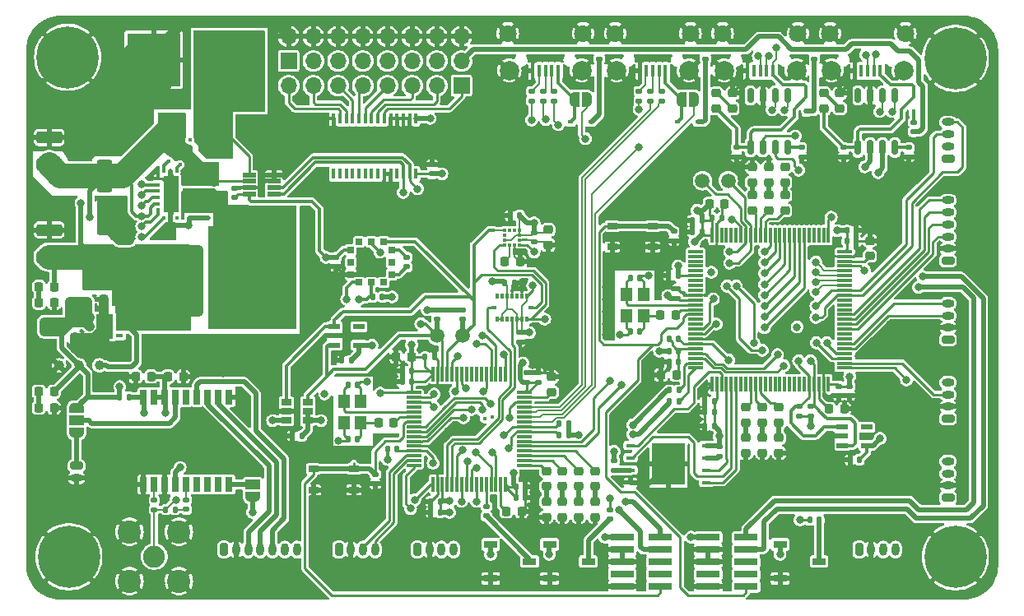
<source format=gtl>
G04 #@! TF.GenerationSoftware,KiCad,Pcbnew,8.0.5*
G04 #@! TF.CreationDate,2025-02-16T07:26:16+05:30*
G04 #@! TF.ProjectId,Hades,48616465-732e-46b6-9963-61645f706362,rev?*
G04 #@! TF.SameCoordinates,Original*
G04 #@! TF.FileFunction,Copper,L1,Top*
G04 #@! TF.FilePolarity,Positive*
%FSLAX46Y46*%
G04 Gerber Fmt 4.6, Leading zero omitted, Abs format (unit mm)*
G04 Created by KiCad (PCBNEW 8.0.5) date 2025-02-16 07:26:16*
%MOMM*%
%LPD*%
G01*
G04 APERTURE LIST*
G04 Aperture macros list*
%AMRoundRect*
0 Rectangle with rounded corners*
0 $1 Rounding radius*
0 $2 $3 $4 $5 $6 $7 $8 $9 X,Y pos of 4 corners*
0 Add a 4 corners polygon primitive as box body*
4,1,4,$2,$3,$4,$5,$6,$7,$8,$9,$2,$3,0*
0 Add four circle primitives for the rounded corners*
1,1,$1+$1,$2,$3*
1,1,$1+$1,$4,$5*
1,1,$1+$1,$6,$7*
1,1,$1+$1,$8,$9*
0 Add four rect primitives between the rounded corners*
20,1,$1+$1,$2,$3,$4,$5,0*
20,1,$1+$1,$4,$5,$6,$7,0*
20,1,$1+$1,$6,$7,$8,$9,0*
20,1,$1+$1,$8,$9,$2,$3,0*%
%AMFreePoly0*
4,1,19,0.500000,-0.750000,0.000000,-0.750000,0.000000,-0.744911,-0.071157,-0.744911,-0.207708,-0.704816,-0.327430,-0.627875,-0.420627,-0.520320,-0.479746,-0.390866,-0.500000,-0.250000,-0.500000,0.250000,-0.479746,0.390866,-0.420627,0.520320,-0.327430,0.627875,-0.207708,0.704816,-0.071157,0.744911,0.000000,0.744911,0.000000,0.750000,0.500000,0.750000,0.500000,-0.750000,0.500000,-0.750000,
$1*%
%AMFreePoly1*
4,1,19,0.000000,0.744911,0.071157,0.744911,0.207708,0.704816,0.327430,0.627875,0.420627,0.520320,0.479746,0.390866,0.500000,0.250000,0.500000,-0.250000,0.479746,-0.390866,0.420627,-0.520320,0.327430,-0.627875,0.207708,-0.704816,0.071157,-0.744911,0.000000,-0.744911,0.000000,-0.750000,-0.500000,-0.750000,-0.500000,0.750000,0.000000,0.750000,0.000000,0.744911,0.000000,0.744911,
$1*%
%AMFreePoly2*
4,1,19,0.550000,-0.750000,0.000000,-0.750000,0.000000,-0.744911,-0.071157,-0.744911,-0.207708,-0.704816,-0.327430,-0.627875,-0.420627,-0.520320,-0.479746,-0.390866,-0.500000,-0.250000,-0.500000,0.250000,-0.479746,0.390866,-0.420627,0.520320,-0.327430,0.627875,-0.207708,0.704816,-0.071157,0.744911,0.000000,0.744911,0.000000,0.750000,0.550000,0.750000,0.550000,-0.750000,0.550000,-0.750000,
$1*%
%AMFreePoly3*
4,1,19,0.000000,0.744911,0.071157,0.744911,0.207708,0.704816,0.327430,0.627875,0.420627,0.520320,0.479746,0.390866,0.500000,0.250000,0.500000,-0.250000,0.479746,-0.390866,0.420627,-0.520320,0.327430,-0.627875,0.207708,-0.704816,0.071157,-0.744911,0.000000,-0.744911,0.000000,-0.750000,-0.550000,-0.750000,-0.550000,0.750000,0.000000,0.750000,0.000000,0.744911,0.000000,0.744911,
$1*%
G04 Aperture macros list end*
G04 #@! TA.AperFunction,SMDPad,CuDef*
%ADD10RoundRect,0.147500X0.147500X0.172500X-0.147500X0.172500X-0.147500X-0.172500X0.147500X-0.172500X0*%
G04 #@! TD*
G04 #@! TA.AperFunction,SMDPad,CuDef*
%ADD11RoundRect,0.075000X-0.725000X-0.075000X0.725000X-0.075000X0.725000X0.075000X-0.725000X0.075000X0*%
G04 #@! TD*
G04 #@! TA.AperFunction,SMDPad,CuDef*
%ADD12RoundRect,0.075000X-0.075000X-0.725000X0.075000X-0.725000X0.075000X0.725000X-0.075000X0.725000X0*%
G04 #@! TD*
G04 #@! TA.AperFunction,SMDPad,CuDef*
%ADD13RoundRect,0.147500X0.172500X-0.147500X0.172500X0.147500X-0.172500X0.147500X-0.172500X-0.147500X0*%
G04 #@! TD*
G04 #@! TA.AperFunction,SMDPad,CuDef*
%ADD14RoundRect,0.147500X-0.172500X0.147500X-0.172500X-0.147500X0.172500X-0.147500X0.172500X0.147500X0*%
G04 #@! TD*
G04 #@! TA.AperFunction,ComponentPad*
%ADD15C,0.800000*%
G04 #@! TD*
G04 #@! TA.AperFunction,ComponentPad*
%ADD16C,6.400000*%
G04 #@! TD*
G04 #@! TA.AperFunction,ComponentPad*
%ADD17RoundRect,0.200000X-0.200000X-0.450000X0.200000X-0.450000X0.200000X0.450000X-0.200000X0.450000X0*%
G04 #@! TD*
G04 #@! TA.AperFunction,ComponentPad*
%ADD18O,0.800000X1.300000*%
G04 #@! TD*
G04 #@! TA.AperFunction,ComponentPad*
%ADD19C,2.250000*%
G04 #@! TD*
G04 #@! TA.AperFunction,ComponentPad*
%ADD20C,2.400000*%
G04 #@! TD*
G04 #@! TA.AperFunction,ComponentPad*
%ADD21R,5.516000X5.516000*%
G04 #@! TD*
G04 #@! TA.AperFunction,ComponentPad*
%ADD22C,5.516000*%
G04 #@! TD*
G04 #@! TA.AperFunction,SMDPad,CuDef*
%ADD23RoundRect,0.250000X0.550000X-1.412500X0.550000X1.412500X-0.550000X1.412500X-0.550000X-1.412500X0*%
G04 #@! TD*
G04 #@! TA.AperFunction,SMDPad,CuDef*
%ADD24RoundRect,0.250000X1.075000X-0.375000X1.075000X0.375000X-1.075000X0.375000X-1.075000X-0.375000X0*%
G04 #@! TD*
G04 #@! TA.AperFunction,SMDPad,CuDef*
%ADD25RoundRect,0.218750X0.218750X0.256250X-0.218750X0.256250X-0.218750X-0.256250X0.218750X-0.256250X0*%
G04 #@! TD*
G04 #@! TA.AperFunction,SMDPad,CuDef*
%ADD26RoundRect,0.218750X-0.256250X0.218750X-0.256250X-0.218750X0.256250X-0.218750X0.256250X0.218750X0*%
G04 #@! TD*
G04 #@! TA.AperFunction,SMDPad,CuDef*
%ADD27RoundRect,0.218750X0.256250X-0.218750X0.256250X0.218750X-0.256250X0.218750X-0.256250X-0.218750X0*%
G04 #@! TD*
G04 #@! TA.AperFunction,SMDPad,CuDef*
%ADD28RoundRect,0.218750X-0.218750X-0.256250X0.218750X-0.256250X0.218750X0.256250X-0.218750X0.256250X0*%
G04 #@! TD*
G04 #@! TA.AperFunction,SMDPad,CuDef*
%ADD29RoundRect,0.147500X-0.147500X-0.172500X0.147500X-0.172500X0.147500X0.172500X-0.147500X0.172500X0*%
G04 #@! TD*
G04 #@! TA.AperFunction,SMDPad,CuDef*
%ADD30R,0.600000X0.450000*%
G04 #@! TD*
G04 #@! TA.AperFunction,SMDPad,CuDef*
%ADD31R,0.450000X0.600000*%
G04 #@! TD*
G04 #@! TA.AperFunction,ComponentPad*
%ADD32RoundRect,0.200000X-0.450000X0.200000X-0.450000X-0.200000X0.450000X-0.200000X0.450000X0.200000X0*%
G04 #@! TD*
G04 #@! TA.AperFunction,ComponentPad*
%ADD33O,1.300000X0.800000*%
G04 #@! TD*
G04 #@! TA.AperFunction,SMDPad,CuDef*
%ADD34R,1.200000X1.400000*%
G04 #@! TD*
G04 #@! TA.AperFunction,ComponentPad*
%ADD35RoundRect,0.200000X0.450000X-0.200000X0.450000X0.200000X-0.450000X0.200000X-0.450000X-0.200000X0*%
G04 #@! TD*
G04 #@! TA.AperFunction,SMDPad,CuDef*
%ADD36FreePoly0,0.000000*%
G04 #@! TD*
G04 #@! TA.AperFunction,SMDPad,CuDef*
%ADD37FreePoly1,0.000000*%
G04 #@! TD*
G04 #@! TA.AperFunction,SMDPad,CuDef*
%ADD38FreePoly2,90.000000*%
G04 #@! TD*
G04 #@! TA.AperFunction,SMDPad,CuDef*
%ADD39R,1.500000X1.000000*%
G04 #@! TD*
G04 #@! TA.AperFunction,SMDPad,CuDef*
%ADD40FreePoly3,90.000000*%
G04 #@! TD*
G04 #@! TA.AperFunction,SMDPad,CuDef*
%ADD41FreePoly2,270.000000*%
G04 #@! TD*
G04 #@! TA.AperFunction,SMDPad,CuDef*
%ADD42FreePoly3,270.000000*%
G04 #@! TD*
G04 #@! TA.AperFunction,SMDPad,CuDef*
%ADD43R,4.000000X4.900000*%
G04 #@! TD*
G04 #@! TA.AperFunction,ComponentPad*
%ADD44R,1.700000X1.700000*%
G04 #@! TD*
G04 #@! TA.AperFunction,ComponentPad*
%ADD45O,1.700000X1.700000*%
G04 #@! TD*
G04 #@! TA.AperFunction,SMDPad,CuDef*
%ADD46RoundRect,0.250000X-0.425000X-1.425000X0.425000X-1.425000X0.425000X1.425000X-0.425000X1.425000X0*%
G04 #@! TD*
G04 #@! TA.AperFunction,SMDPad,CuDef*
%ADD47R,0.800000X0.400000*%
G04 #@! TD*
G04 #@! TA.AperFunction,SMDPad,CuDef*
%ADD48R,1.750000X2.500000*%
G04 #@! TD*
G04 #@! TA.AperFunction,SMDPad,CuDef*
%ADD49R,1.050000X0.650000*%
G04 #@! TD*
G04 #@! TA.AperFunction,SMDPad,CuDef*
%ADD50R,1.400000X0.800000*%
G04 #@! TD*
G04 #@! TA.AperFunction,SMDPad,CuDef*
%ADD51R,2.400000X0.740000*%
G04 #@! TD*
G04 #@! TA.AperFunction,SMDPad,CuDef*
%ADD52C,1.500000*%
G04 #@! TD*
G04 #@! TA.AperFunction,SMDPad,CuDef*
%ADD53R,1.320800X0.508000*%
G04 #@! TD*
G04 #@! TA.AperFunction,SMDPad,CuDef*
%ADD54R,0.400000X1.100000*%
G04 #@! TD*
G04 #@! TA.AperFunction,SMDPad,CuDef*
%ADD55R,1.150000X0.600000*%
G04 #@! TD*
G04 #@! TA.AperFunction,SMDPad,CuDef*
%ADD56R,0.350000X0.580000*%
G04 #@! TD*
G04 #@! TA.AperFunction,SMDPad,CuDef*
%ADD57R,0.580000X0.350000*%
G04 #@! TD*
G04 #@! TA.AperFunction,SMDPad,CuDef*
%ADD58R,1.060000X0.650000*%
G04 #@! TD*
G04 #@! TA.AperFunction,SMDPad,CuDef*
%ADD59R,0.700000X0.650000*%
G04 #@! TD*
G04 #@! TA.AperFunction,SMDPad,CuDef*
%ADD60R,0.650000X0.700000*%
G04 #@! TD*
G04 #@! TA.AperFunction,SMDPad,CuDef*
%ADD61R,0.350000X0.300000*%
G04 #@! TD*
G04 #@! TA.AperFunction,SMDPad,CuDef*
%ADD62R,0.300000X0.350000*%
G04 #@! TD*
G04 #@! TA.AperFunction,SMDPad,CuDef*
%ADD63RoundRect,0.150000X-0.150000X0.625000X-0.150000X-0.625000X0.150000X-0.625000X0.150000X0.625000X0*%
G04 #@! TD*
G04 #@! TA.AperFunction,SMDPad,CuDef*
%ADD64R,0.450000X1.300000*%
G04 #@! TD*
G04 #@! TA.AperFunction,ComponentPad*
%ADD65C,1.800000*%
G04 #@! TD*
G04 #@! TA.AperFunction,ComponentPad*
%ADD66C,2.000000*%
G04 #@! TD*
G04 #@! TA.AperFunction,SMDPad,CuDef*
%ADD67R,0.300000X0.400000*%
G04 #@! TD*
G04 #@! TA.AperFunction,SMDPad,CuDef*
%ADD68R,0.400000X0.300000*%
G04 #@! TD*
G04 #@! TA.AperFunction,SMDPad,CuDef*
%ADD69R,2.830000X2.200000*%
G04 #@! TD*
G04 #@! TA.AperFunction,SMDPad,CuDef*
%ADD70R,2.830000X0.900000*%
G04 #@! TD*
G04 #@! TA.AperFunction,SMDPad,CuDef*
%ADD71R,1.600000X3.700000*%
G04 #@! TD*
G04 #@! TA.AperFunction,SMDPad,CuDef*
%ADD72RoundRect,0.075000X-0.700000X-0.075000X0.700000X-0.075000X0.700000X0.075000X-0.700000X0.075000X0*%
G04 #@! TD*
G04 #@! TA.AperFunction,SMDPad,CuDef*
%ADD73RoundRect,0.075000X-0.075000X-0.700000X0.075000X-0.700000X0.075000X0.700000X-0.075000X0.700000X0*%
G04 #@! TD*
G04 #@! TA.AperFunction,SMDPad,CuDef*
%ADD74R,0.950000X0.450000*%
G04 #@! TD*
G04 #@! TA.AperFunction,SMDPad,CuDef*
%ADD75R,3.450000X4.350000*%
G04 #@! TD*
G04 #@! TA.AperFunction,SMDPad,CuDef*
%ADD76R,0.800000X1.500000*%
G04 #@! TD*
G04 #@! TA.AperFunction,SMDPad,CuDef*
%ADD77C,1.000000*%
G04 #@! TD*
G04 #@! TA.AperFunction,ViaPad*
%ADD78C,0.800000*%
G04 #@! TD*
G04 #@! TA.AperFunction,ViaPad*
%ADD79C,0.400000*%
G04 #@! TD*
G04 #@! TA.AperFunction,Conductor*
%ADD80C,0.500000*%
G04 #@! TD*
G04 #@! TA.AperFunction,Conductor*
%ADD81C,0.250000*%
G04 #@! TD*
G04 #@! TA.AperFunction,Conductor*
%ADD82C,1.000000*%
G04 #@! TD*
G04 #@! TA.AperFunction,Conductor*
%ADD83C,0.202500*%
G04 #@! TD*
G04 #@! TA.AperFunction,Conductor*
%ADD84C,0.350000*%
G04 #@! TD*
G04 #@! TA.AperFunction,Conductor*
%ADD85C,4.000000*%
G04 #@! TD*
G04 #@! TA.AperFunction,Conductor*
%ADD86C,0.197220*%
G04 #@! TD*
G04 #@! TA.AperFunction,Conductor*
%ADD87C,2.500000*%
G04 #@! TD*
G04 APERTURE END LIST*
D10*
X92560000Y-58674000D03*
X91590000Y-58674000D03*
D11*
X94306000Y-49702200D03*
X94306000Y-50202200D03*
X94306000Y-50702200D03*
X94306000Y-51202200D03*
X94306000Y-51702200D03*
X94306000Y-52202200D03*
X94306000Y-52702200D03*
X94306000Y-53202200D03*
X94306000Y-53702200D03*
X94306000Y-54202200D03*
X94306000Y-54702200D03*
X94306000Y-55202200D03*
X94306000Y-55702200D03*
X94306000Y-56202200D03*
X94306000Y-56702200D03*
X94306000Y-57202200D03*
X94306000Y-57702200D03*
X94306000Y-58202200D03*
X94306000Y-58702200D03*
X94306000Y-59202200D03*
X94306000Y-59702200D03*
X94306000Y-60202200D03*
X94306000Y-60702200D03*
X94306000Y-61202200D03*
X94306000Y-61702200D03*
D12*
X95981000Y-63377200D03*
X96481000Y-63377200D03*
X96981000Y-63377200D03*
X97481000Y-63377200D03*
X97981000Y-63377200D03*
X98481000Y-63377200D03*
X98981000Y-63377200D03*
X99481000Y-63377200D03*
X99981000Y-63377200D03*
X100481000Y-63377200D03*
X100981000Y-63377200D03*
X101481000Y-63377200D03*
X101981000Y-63377200D03*
X102481000Y-63377200D03*
X102981000Y-63377200D03*
X103481000Y-63377200D03*
X103981000Y-63377200D03*
X104481000Y-63377200D03*
X104981000Y-63377200D03*
X105481000Y-63377200D03*
X105981000Y-63377200D03*
X106481000Y-63377200D03*
X106981000Y-63377200D03*
X107481000Y-63377200D03*
X107981000Y-63377200D03*
D11*
X109656000Y-61702200D03*
X109656000Y-61202200D03*
X109656000Y-60702200D03*
X109656000Y-60202200D03*
X109656000Y-59702200D03*
X109656000Y-59202200D03*
X109656000Y-58702200D03*
X109656000Y-58202200D03*
X109656000Y-57702200D03*
X109656000Y-57202200D03*
X109656000Y-56702200D03*
X109656000Y-56202200D03*
X109656000Y-55702200D03*
X109656000Y-55202200D03*
X109656000Y-54702200D03*
X109656000Y-54202200D03*
X109656000Y-53702200D03*
X109656000Y-53202200D03*
X109656000Y-52702200D03*
X109656000Y-52202200D03*
X109656000Y-51702200D03*
X109656000Y-51202200D03*
X109656000Y-50702200D03*
X109656000Y-50202200D03*
X109656000Y-49702200D03*
D12*
X107981000Y-48027200D03*
X107481000Y-48027200D03*
X106981000Y-48027200D03*
X106481000Y-48027200D03*
X105981000Y-48027200D03*
X105481000Y-48027200D03*
X104981000Y-48027200D03*
X104481000Y-48027200D03*
X103981000Y-48027200D03*
X103481000Y-48027200D03*
X102981000Y-48027200D03*
X102481000Y-48027200D03*
X101981000Y-48027200D03*
X101481000Y-48027200D03*
X100981000Y-48027200D03*
X100481000Y-48027200D03*
X99981000Y-48027200D03*
X99481000Y-48027200D03*
X98981000Y-48027200D03*
X98481000Y-48027200D03*
X97981000Y-48027200D03*
X97481000Y-48027200D03*
X96981000Y-48027200D03*
X96481000Y-48027200D03*
X95981000Y-48027200D03*
D13*
X106172000Y-66629000D03*
X106172000Y-65659000D03*
X72796400Y-76939000D03*
X72796400Y-75969000D03*
D14*
X67716400Y-55697400D03*
X67716400Y-56667400D03*
D15*
X118631000Y-29845000D03*
X119333944Y-28147944D03*
X119333944Y-31542056D03*
X121031000Y-27445000D03*
D16*
X121031000Y-29845000D03*
D15*
X121031000Y-32245000D03*
X122728056Y-28147944D03*
X122728056Y-31542056D03*
X123431000Y-29845000D03*
X27445000Y-81153000D03*
X28147944Y-79455944D03*
X28147944Y-82850056D03*
X29845000Y-78753000D03*
D16*
X29845000Y-81153000D03*
D15*
X29845000Y-83553000D03*
X31542056Y-79455944D03*
X31542056Y-82850056D03*
X32245000Y-81153000D03*
X118631000Y-81153000D03*
X119333944Y-79455944D03*
X119333944Y-82850056D03*
X121031000Y-78753000D03*
D16*
X121031000Y-81153000D03*
D15*
X121031000Y-83553000D03*
X122728056Y-79455944D03*
X122728056Y-82850056D03*
X123431000Y-81153000D03*
D17*
X111125000Y-80391000D03*
D18*
X112375000Y-80391000D03*
X113625000Y-80391000D03*
X114875000Y-80391000D03*
D19*
X38633400Y-81102200D03*
D20*
X36093400Y-78562200D03*
X41173400Y-78562200D03*
X36093400Y-83642200D03*
X41173400Y-83642200D03*
D21*
X38564000Y-29972000D03*
D22*
X45764000Y-29972000D03*
D23*
X33528000Y-41905000D03*
X33528000Y-36830000D03*
X33528000Y-51432500D03*
X33528000Y-46357500D03*
D24*
X27813000Y-50295000D03*
X27813000Y-47495000D03*
D13*
X46863000Y-44173000D03*
X46863000Y-43203000D03*
D25*
X34976000Y-54635400D03*
X33401000Y-54635400D03*
D26*
X30429200Y-56972000D03*
X30429200Y-58547000D03*
D27*
X112217200Y-50165000D03*
X112217200Y-48590000D03*
D28*
X95732500Y-44805600D03*
X97307500Y-44805600D03*
D29*
X96032600Y-46253400D03*
X97002600Y-46253400D03*
D10*
X92506800Y-52197000D03*
X91536800Y-52197000D03*
X96243000Y-65151000D03*
X95273000Y-65151000D03*
D14*
X109042200Y-63576200D03*
X109042200Y-64546200D03*
D29*
X109878000Y-48641000D03*
X110848000Y-48641000D03*
D10*
X94945200Y-47701200D03*
X93975200Y-47701200D03*
D13*
X92481400Y-54510800D03*
X92481400Y-53540800D03*
D10*
X96245400Y-66268600D03*
X95275400Y-66268600D03*
D14*
X110159800Y-63571400D03*
X110159800Y-64541400D03*
D10*
X94945200Y-46532800D03*
X93975200Y-46532800D03*
D25*
X92329000Y-62407800D03*
X90754000Y-62407800D03*
D14*
X92075000Y-47648000D03*
X92075000Y-48618000D03*
D29*
X87602200Y-52425600D03*
X88572200Y-52425600D03*
D10*
X88572200Y-57962800D03*
X87602200Y-57962800D03*
D13*
X67208400Y-41709200D03*
X67208400Y-40739200D03*
D10*
X111152800Y-71145400D03*
X110182800Y-71145400D03*
D29*
X95273000Y-67640200D03*
X96243000Y-67640200D03*
D28*
X74828400Y-76454000D03*
X76403400Y-76454000D03*
D27*
X79527400Y-64185800D03*
X79527400Y-62610800D03*
D25*
X65100200Y-60579000D03*
X63525200Y-60579000D03*
D29*
X66492400Y-60579000D03*
X67462400Y-60579000D03*
D13*
X76987400Y-63172200D03*
X76987400Y-62202200D03*
D10*
X68021200Y-75438000D03*
X67051200Y-75438000D03*
X65105000Y-62001400D03*
X64135000Y-62001400D03*
D13*
X78105000Y-63172200D03*
X78105000Y-62202200D03*
D29*
X75819000Y-75031600D03*
X76789000Y-75031600D03*
D10*
X68026000Y-76555600D03*
X67056000Y-76555600D03*
D14*
X61366400Y-72667000D03*
X61366400Y-73637000D03*
D29*
X58544600Y-63449200D03*
X59514600Y-63449200D03*
D10*
X59514600Y-69011800D03*
X58544600Y-69011800D03*
D14*
X76200000Y-58064400D03*
X76200000Y-59034400D03*
D29*
X74696600Y-52908200D03*
X75666600Y-52908200D03*
D10*
X53797200Y-68707000D03*
X52827200Y-68707000D03*
D13*
X64592200Y-51285000D03*
X64592200Y-50315000D03*
D14*
X57327800Y-50315000D03*
X57327800Y-51285000D03*
D28*
X74675800Y-50774600D03*
X76250800Y-50774600D03*
D10*
X76200000Y-45999400D03*
X75230000Y-45999400D03*
D14*
X77698600Y-47777400D03*
X77698600Y-48747400D03*
D26*
X79146400Y-47472500D03*
X79146400Y-49047500D03*
D10*
X58905000Y-60934600D03*
X57935000Y-60934600D03*
D28*
X40030400Y-62585600D03*
X41605400Y-62585600D03*
D13*
X98501200Y-39956600D03*
X98501200Y-38986600D03*
X105204260Y-39969160D03*
X105204260Y-38999160D03*
X109547660Y-39976780D03*
X109547660Y-39006780D03*
X116278660Y-39974240D03*
X116278660Y-39004240D03*
D30*
X83536500Y-36385500D03*
X81436500Y-36385500D03*
X94585500Y-36385500D03*
X92485500Y-36385500D03*
D31*
X105689400Y-35289200D03*
X105689400Y-33189200D03*
X116738400Y-35297800D03*
X116738400Y-33197800D03*
D10*
X92557600Y-59969400D03*
X91587600Y-59969400D03*
X63576200Y-70053200D03*
X62606200Y-70053200D03*
D14*
X84404200Y-28902800D03*
X84404200Y-29872800D03*
X95326200Y-28902800D03*
X95326200Y-29872800D03*
X106527600Y-28902800D03*
X106527600Y-29872800D03*
D13*
X116738400Y-37368200D03*
X116738400Y-36398200D03*
D32*
X30632400Y-71780400D03*
D33*
X30632400Y-73030400D03*
D17*
X45796200Y-80391000D03*
D18*
X47046200Y-80391000D03*
X48296200Y-80391000D03*
X49546200Y-80391000D03*
X50796200Y-80391000D03*
X52046200Y-80391000D03*
X53296200Y-80391000D03*
D34*
X87237200Y-54094200D03*
X87237200Y-56294200D03*
X88937200Y-56294200D03*
X88937200Y-54094200D03*
X58167800Y-65135400D03*
X58167800Y-67335400D03*
X59867800Y-67335400D03*
X59867800Y-65135400D03*
D35*
X120269000Y-40132000D03*
D33*
X120269000Y-38882000D03*
X120269000Y-37632000D03*
X120269000Y-36382000D03*
D17*
X65684400Y-80391000D03*
D18*
X66934400Y-80391000D03*
X68184400Y-80391000D03*
X69434400Y-80391000D03*
D36*
X81821500Y-34036000D03*
D37*
X83121500Y-34036000D03*
D36*
X92870500Y-34036000D03*
D37*
X94170500Y-34036000D03*
D38*
X48742600Y-74985400D03*
D39*
X48742600Y-73685400D03*
D40*
X48742600Y-72385400D03*
D41*
X30632400Y-65781400D03*
D39*
X30632400Y-67081400D03*
D42*
X30632400Y-68381400D03*
D43*
X50712000Y-54483000D03*
X39712000Y-54483000D03*
D10*
X40767000Y-76276200D03*
X39797000Y-76276200D03*
D28*
X26771400Y-53340000D03*
X28346400Y-53340000D03*
X26746000Y-64135000D03*
X28321000Y-64135000D03*
D27*
X99491800Y-67335600D03*
X99491800Y-65760600D03*
X101193600Y-67335600D03*
X101193600Y-65760600D03*
X102895400Y-67335600D03*
X102895400Y-65760600D03*
D26*
X103505000Y-43916400D03*
X103505000Y-45491400D03*
X101828600Y-43916500D03*
X101828600Y-45491500D03*
X100152200Y-43916500D03*
X100152200Y-45491500D03*
D27*
X78943200Y-73888800D03*
X78943200Y-72313800D03*
X83972400Y-73888600D03*
X83972400Y-72313600D03*
D26*
X96456500Y-33413500D03*
X96456500Y-34988500D03*
X107505500Y-33413500D03*
X107505500Y-34988500D03*
D44*
X52451000Y-30099000D03*
D45*
X52451000Y-27559000D03*
X54991000Y-30099000D03*
X54991000Y-27559000D03*
X57531000Y-30099000D03*
X57531000Y-27559000D03*
X60071000Y-30099000D03*
X60071000Y-27559000D03*
X62611000Y-30099000D03*
X62611000Y-27559000D03*
X65151000Y-30099000D03*
X65151000Y-27559000D03*
X67691000Y-30099000D03*
X67691000Y-27559000D03*
X70231000Y-30099000D03*
X70231000Y-27559000D03*
D44*
X70231000Y-32639000D03*
D45*
X67691000Y-32639000D03*
X65151000Y-32639000D03*
X62611000Y-32639000D03*
X60071000Y-32639000D03*
X57531000Y-32639000D03*
X54991000Y-32639000D03*
X52451000Y-32639000D03*
D46*
X39920000Y-37338000D03*
X45720000Y-37338000D03*
D25*
X28346500Y-54991000D03*
X26771500Y-54991000D03*
X28321000Y-65786000D03*
X26746000Y-65786000D03*
D27*
X101193600Y-70459700D03*
X101193600Y-68884700D03*
X102895400Y-70459800D03*
X102895400Y-68884800D03*
D26*
X103505000Y-41020800D03*
X103505000Y-42595800D03*
X100152200Y-41020900D03*
X100152200Y-42595900D03*
D25*
X92252800Y-56235600D03*
X90677800Y-56235600D03*
D14*
X70358000Y-55697400D03*
X70358000Y-56667400D03*
D10*
X81259400Y-67411600D03*
X80289400Y-67411600D03*
X81257000Y-68580000D03*
X80287000Y-68580000D03*
D25*
X63271400Y-67360800D03*
X61696400Y-67360800D03*
D27*
X78943200Y-77038300D03*
X78943200Y-75463300D03*
X80619600Y-77038300D03*
X80619600Y-75463300D03*
X82296000Y-77038300D03*
X82296000Y-75463300D03*
X83972400Y-77038300D03*
X83972400Y-75463300D03*
D10*
X62080000Y-54381400D03*
X61110000Y-54381400D03*
D29*
X35072600Y-64693800D03*
X36042600Y-64693800D03*
D13*
X41935400Y-76255600D03*
X41935400Y-75285600D03*
D29*
X91613000Y-63982600D03*
X92583000Y-63982600D03*
D13*
X78613000Y-34193200D03*
X78613000Y-33223200D03*
X89662000Y-34193200D03*
X89662000Y-33223200D03*
X90830400Y-34190800D03*
X90830400Y-33220800D03*
D26*
X98107500Y-33413500D03*
X98107500Y-34988500D03*
X109156500Y-33413500D03*
X109156500Y-34988500D03*
D47*
X32053400Y-56479400D03*
X32053400Y-57429400D03*
X32053400Y-58379400D03*
X35053400Y-58379400D03*
X35053400Y-57429400D03*
X35053400Y-56479400D03*
D48*
X33553400Y-57429400D03*
D49*
X85730800Y-47108800D03*
X89880800Y-47108800D03*
X85730800Y-49258800D03*
X89880800Y-49258800D03*
D50*
X79280000Y-79860200D03*
X79280000Y-83360200D03*
X83280000Y-81610200D03*
X73241400Y-79860200D03*
X73241400Y-83360200D03*
X77241400Y-81610200D03*
D49*
X55006600Y-72094200D03*
X59156600Y-72094200D03*
X55006600Y-74244200D03*
X59156600Y-74244200D03*
D51*
X95611400Y-79121000D03*
X99511400Y-79121000D03*
X95611400Y-80391000D03*
X99511400Y-80391000D03*
X95611400Y-81661000D03*
X99511400Y-81661000D03*
X95611400Y-82931000D03*
X99511400Y-82931000D03*
X95611400Y-84201000D03*
X99511400Y-84201000D03*
X86746800Y-79121000D03*
X90646800Y-79121000D03*
X86746800Y-80391000D03*
X90646800Y-80391000D03*
X86746800Y-81661000D03*
X90646800Y-81661000D03*
X86746800Y-82931000D03*
X90646800Y-82931000D03*
X86746800Y-84201000D03*
X90646800Y-84201000D03*
D52*
X95021400Y-42418000D03*
X67716400Y-58369200D03*
D53*
X48387000Y-41833800D03*
X48387000Y-42468800D03*
X48387000Y-43129200D03*
X48387000Y-43764200D03*
X50927000Y-43764200D03*
X50927000Y-43129200D03*
X50927000Y-42468800D03*
X50927000Y-41833800D03*
D54*
X65540600Y-36012000D03*
X64890600Y-36012000D03*
X64240600Y-36012000D03*
X63590600Y-36012000D03*
X62940600Y-36012000D03*
X62290600Y-36012000D03*
X61640600Y-36012000D03*
X60990600Y-36012000D03*
X60340600Y-36012000D03*
X59690600Y-36012000D03*
X59040600Y-36012000D03*
X58390600Y-36012000D03*
X57740600Y-36012000D03*
X57090600Y-36012000D03*
X57090600Y-41712000D03*
X57740600Y-41712000D03*
X58390600Y-41712000D03*
X59040600Y-41712000D03*
X59690600Y-41712000D03*
X60340600Y-41712000D03*
X60990600Y-41712000D03*
X61640600Y-41712000D03*
X62290600Y-41712000D03*
X62940600Y-41712000D03*
X63590600Y-41712000D03*
X64240600Y-41712000D03*
X64890600Y-41712000D03*
X65540600Y-41712000D03*
D55*
X109417800Y-67782400D03*
X109417800Y-68732400D03*
X109417800Y-69682400D03*
X111917800Y-69682400D03*
X111917800Y-67782400D03*
D56*
X73938000Y-54339000D03*
X74438000Y-54339000D03*
X74938000Y-54339000D03*
X75438000Y-54339000D03*
X75938000Y-54339000D03*
X76438000Y-54339000D03*
X76938000Y-54339000D03*
D57*
X77348000Y-55499000D03*
D56*
X76938000Y-56659000D03*
X76438000Y-56659000D03*
X75938000Y-56659000D03*
X75438000Y-56659000D03*
X74938000Y-56659000D03*
X74438000Y-56659000D03*
X73938000Y-56659000D03*
D57*
X73528000Y-55499000D03*
D58*
X52214600Y-65191600D03*
X52214600Y-66141600D03*
X52214600Y-67091600D03*
X54414600Y-67091600D03*
X54414600Y-66141600D03*
X54414600Y-65191600D03*
D59*
X59690000Y-48700000D03*
X60960000Y-48700000D03*
X62230000Y-48700000D03*
D60*
X63060000Y-49530000D03*
X63060000Y-50800000D03*
X63060000Y-52070000D03*
D59*
X62230000Y-52900000D03*
X60960000Y-52900000D03*
X59690000Y-52900000D03*
D60*
X58860000Y-52070000D03*
X58860000Y-50800000D03*
X58860000Y-49530000D03*
D61*
X74688000Y-47510000D03*
X74688000Y-48010000D03*
X74688000Y-48510000D03*
X74688000Y-49010000D03*
D62*
X75188000Y-49010000D03*
X75688000Y-49010000D03*
D61*
X76188000Y-49010000D03*
X76188000Y-48510000D03*
X76188000Y-48010000D03*
X76188000Y-47510000D03*
D62*
X75688000Y-47510000D03*
X75188000Y-47510000D03*
D55*
X57170000Y-57444600D03*
X57170000Y-58394600D03*
X57170000Y-59344600D03*
X59670000Y-59344600D03*
X59670000Y-57444600D03*
D63*
X103759000Y-33647000D03*
X102489000Y-33647000D03*
X101219000Y-33647000D03*
X99949000Y-33647000D03*
X99949000Y-38997000D03*
X101219000Y-38997000D03*
X102489000Y-38997000D03*
X103759000Y-38997000D03*
X114808000Y-33655000D03*
X113538000Y-33655000D03*
X112268000Y-33655000D03*
X110998000Y-33655000D03*
X110998000Y-39005000D03*
X112268000Y-39005000D03*
X113538000Y-39005000D03*
X114808000Y-39005000D03*
D35*
X120269000Y-58801000D03*
D33*
X120269000Y-57551000D03*
X120269000Y-56301000D03*
X120269000Y-55051000D03*
D17*
X57607200Y-80391000D03*
D18*
X58857200Y-80391000D03*
X60107200Y-80391000D03*
X61357200Y-80391000D03*
D64*
X80167000Y-31110000D03*
X79517000Y-31110000D03*
X78867000Y-31110000D03*
X78217000Y-31110000D03*
X77567000Y-31110000D03*
D65*
X82742000Y-27260000D03*
D66*
X82592000Y-31060000D03*
X75142000Y-31060000D03*
D65*
X74992000Y-27260000D03*
D64*
X102265000Y-31110000D03*
X101615000Y-31110000D03*
X100965000Y-31110000D03*
X100315000Y-31110000D03*
X99665000Y-31110000D03*
D65*
X104840000Y-27260000D03*
D66*
X104690000Y-31060000D03*
X97240000Y-31060000D03*
D65*
X97090000Y-27260000D03*
D64*
X113314000Y-31110000D03*
X112664000Y-31110000D03*
X112014000Y-31110000D03*
X111364000Y-31110000D03*
X110714000Y-31110000D03*
D65*
X115889000Y-27260000D03*
D66*
X115739000Y-31060000D03*
X108289000Y-31060000D03*
D65*
X108139000Y-27260000D03*
D24*
X27813000Y-40773000D03*
X27813000Y-37973000D03*
D67*
X39636000Y-46223000D03*
X40286000Y-46223000D03*
X40936000Y-46223000D03*
X41586000Y-46223000D03*
X42236000Y-46223000D03*
X42886000Y-46223000D03*
X43536000Y-46223000D03*
X44186000Y-46223000D03*
D68*
X44811000Y-45448000D03*
X44811000Y-44798000D03*
X44811000Y-44148000D03*
X44811000Y-43498000D03*
X44811000Y-42848000D03*
X44811000Y-42198000D03*
D67*
X44186000Y-41423000D03*
X43536000Y-41423000D03*
X42886000Y-41423000D03*
X42236000Y-41423000D03*
X41586000Y-41423000D03*
X40936000Y-41423000D03*
X40286000Y-41423000D03*
X39636000Y-41423000D03*
D68*
X39011000Y-42198000D03*
X39011000Y-42848000D03*
X39011000Y-43498000D03*
X39011000Y-44148000D03*
X39011000Y-44798000D03*
X39011000Y-45448000D03*
D69*
X42926000Y-44323000D03*
D70*
X42926000Y-42423000D03*
D71*
X40361000Y-43823000D03*
D35*
X120269000Y-50673000D03*
D33*
X120269000Y-49423000D03*
X120269000Y-48173000D03*
X120269000Y-46923000D03*
X120269000Y-45673000D03*
X120269000Y-44423000D03*
D35*
X120269000Y-66929000D03*
D33*
X120269000Y-65679000D03*
X120269000Y-64429000D03*
X120269000Y-63179000D03*
D64*
X91216000Y-31110000D03*
X90566000Y-31110000D03*
X89916000Y-31110000D03*
X89266000Y-31110000D03*
X88616000Y-31110000D03*
D65*
X93791000Y-27260000D03*
D66*
X93641000Y-31060000D03*
X86191000Y-31060000D03*
D65*
X86041000Y-27260000D03*
D13*
X38633400Y-76281000D03*
X38633400Y-75311000D03*
D72*
X65343400Y-64245800D03*
X65343400Y-64745800D03*
X65343400Y-65245800D03*
X65343400Y-65745800D03*
X65343400Y-66245800D03*
X65343400Y-66745800D03*
X65343400Y-67245800D03*
X65343400Y-67745800D03*
X65343400Y-68245800D03*
X65343400Y-68745800D03*
X65343400Y-69245800D03*
X65343400Y-69745800D03*
X65343400Y-70245800D03*
X65343400Y-70745800D03*
X65343400Y-71245800D03*
X65343400Y-71745800D03*
D73*
X67268400Y-73670800D03*
X67768400Y-73670800D03*
X68268400Y-73670800D03*
X68768400Y-73670800D03*
X69268400Y-73670800D03*
X69768400Y-73670800D03*
X70268400Y-73670800D03*
X70768400Y-73670800D03*
X71268400Y-73670800D03*
X71768400Y-73670800D03*
X72268400Y-73670800D03*
X72768400Y-73670800D03*
X73268400Y-73670800D03*
X73768400Y-73670800D03*
X74268400Y-73670800D03*
X74768400Y-73670800D03*
D72*
X76693400Y-71745800D03*
X76693400Y-71245800D03*
X76693400Y-70745800D03*
X76693400Y-70245800D03*
X76693400Y-69745800D03*
X76693400Y-69245800D03*
X76693400Y-68745800D03*
X76693400Y-68245800D03*
X76693400Y-67745800D03*
X76693400Y-67245800D03*
X76693400Y-66745800D03*
X76693400Y-66245800D03*
X76693400Y-65745800D03*
X76693400Y-65245800D03*
X76693400Y-64745800D03*
X76693400Y-64245800D03*
D73*
X74768400Y-62320800D03*
X74268400Y-62320800D03*
X73768400Y-62320800D03*
X73268400Y-62320800D03*
X72768400Y-62320800D03*
X72268400Y-62320800D03*
X71768400Y-62320800D03*
X71268400Y-62320800D03*
X70768400Y-62320800D03*
X70268400Y-62320800D03*
X69768400Y-62320800D03*
X69268400Y-62320800D03*
X68768400Y-62320800D03*
X68268400Y-62320800D03*
X67768400Y-62320800D03*
X67268400Y-62320800D03*
D28*
X108026000Y-65913000D03*
X109601000Y-65913000D03*
D35*
X120269000Y-75057000D03*
D33*
X120269000Y-73807000D03*
X120269000Y-72557000D03*
X120269000Y-71307000D03*
D13*
X85471000Y-77269200D03*
X85471000Y-76299200D03*
D74*
X87616200Y-69672200D03*
X87616200Y-70942200D03*
X87616200Y-72212200D03*
X87616200Y-73482200D03*
X95416200Y-73482200D03*
X95416200Y-72212200D03*
X95416200Y-70942200D03*
X95416200Y-69672200D03*
D75*
X91516200Y-71577200D03*
D14*
X85928200Y-71242200D03*
X85928200Y-72212200D03*
D27*
X99491800Y-70459700D03*
X99491800Y-68884700D03*
D14*
X96774000Y-69822200D03*
X96774000Y-70792200D03*
D76*
X46333400Y-64685400D03*
X45233400Y-64685400D03*
X44133400Y-64685400D03*
X43033400Y-64685400D03*
X41933400Y-64685400D03*
X40833400Y-64685400D03*
X39733400Y-64685400D03*
X38633400Y-64685400D03*
X37533400Y-64685400D03*
X37533400Y-73685400D03*
X38633400Y-73685400D03*
X39733400Y-73685400D03*
X40833400Y-73685400D03*
X41933400Y-73685400D03*
X43033400Y-73685400D03*
X44133400Y-73685400D03*
X45233400Y-73685400D03*
X46333400Y-73685400D03*
D77*
X32994600Y-61442600D03*
X30911800Y-61442600D03*
X28829000Y-61442600D03*
D50*
X103003600Y-79860200D03*
X103003600Y-83360200D03*
X107003600Y-81610200D03*
D10*
X107010200Y-77343000D03*
X106040200Y-77343000D03*
D15*
X27318000Y-29718000D03*
X28020944Y-28020944D03*
X28020944Y-31415056D03*
X29718000Y-27318000D03*
D16*
X29718000Y-29718000D03*
D15*
X29718000Y-32118000D03*
X31415056Y-28020944D03*
X31415056Y-31415056D03*
X32118000Y-29718000D03*
D25*
X38303300Y-62585600D03*
X36728300Y-62585600D03*
D13*
X79781400Y-34193200D03*
X79781400Y-33223200D03*
X77444600Y-34193200D03*
X77444600Y-33223200D03*
D29*
X91615400Y-65125600D03*
X92585400Y-65125600D03*
X109878000Y-47548800D03*
X110848000Y-47548800D03*
D13*
X88493600Y-34190800D03*
X88493600Y-33220800D03*
D52*
X97663000Y-42418000D03*
D10*
X65105000Y-63119000D03*
X64135000Y-63119000D03*
D26*
X101828600Y-41020900D03*
X101828600Y-42595900D03*
D10*
X92560000Y-61061600D03*
X91590000Y-61061600D03*
D13*
X105003600Y-66629000D03*
X105003600Y-65659000D03*
D29*
X75819000Y-73914000D03*
X76789000Y-73914000D03*
D27*
X82296000Y-73888800D03*
X82296000Y-72313800D03*
X80619600Y-73888700D03*
X80619600Y-72313700D03*
D52*
X70358000Y-58369200D03*
D78*
X29083000Y-57912000D03*
X27305000Y-57912000D03*
X28194000Y-57912000D03*
X29972000Y-55753000D03*
X30861000Y-55753000D03*
X29972000Y-54864000D03*
X29083000Y-56972200D03*
X28194000Y-56972200D03*
X30861000Y-54864000D03*
X31750000Y-54864000D03*
X39751000Y-66294000D03*
X50800000Y-67106800D03*
X55778400Y-67106800D03*
X61036200Y-59359800D03*
X65100200Y-59309000D03*
X62611000Y-71120000D03*
X69011800Y-75412600D03*
X69011800Y-76555600D03*
X75565000Y-72542400D03*
X76555600Y-61188600D03*
X77216000Y-58064400D03*
X77546200Y-53162200D03*
X73380600Y-52755800D03*
X77698600Y-46761400D03*
X94462600Y-45466000D03*
X92506800Y-51206400D03*
X91440000Y-54254400D03*
X90601800Y-59969400D03*
X96748600Y-68707000D03*
X85928200Y-70281800D03*
X82245200Y-68580000D03*
X63093600Y-54381400D03*
X56311800Y-50317400D03*
X68224400Y-41706800D03*
X67005200Y-36017200D03*
X108889800Y-47548800D03*
X94208600Y-48717200D03*
X113284000Y-68961000D03*
X110159800Y-62585600D03*
X35077400Y-63627000D03*
X48742600Y-76555600D03*
X106172000Y-67691000D03*
X84963000Y-79121000D03*
X79273400Y-80899000D03*
X73228200Y-80899000D03*
X93827600Y-79121000D03*
X102997000Y-80899000D03*
X66700400Y-55702200D03*
X61874400Y-64287400D03*
X95935800Y-51841400D03*
X27305000Y-56972200D03*
X56159400Y-64363600D03*
X104749600Y-57480200D03*
X26670000Y-67310000D03*
X73660000Y-38100000D03*
X78740000Y-40640000D03*
X26670000Y-59690000D03*
X26670000Y-62230000D03*
X26670000Y-68580000D03*
X26670000Y-71120000D03*
X26670000Y-72390000D03*
X26670000Y-73660000D03*
X26670000Y-76200000D03*
X26670000Y-77470000D03*
X26670000Y-52070000D03*
X26670000Y-45720000D03*
X26670000Y-44450000D03*
X26670000Y-35560000D03*
X26670000Y-34290000D03*
X26670000Y-33020000D03*
X33020000Y-26670000D03*
X77470000Y-26670000D03*
X78740000Y-26670000D03*
X80010000Y-26670000D03*
X87630000Y-26670000D03*
X88900000Y-26670000D03*
X90170000Y-26670000D03*
X91440000Y-26670000D03*
X81280000Y-26670000D03*
X99060000Y-26670000D03*
X100330000Y-26670000D03*
X101600000Y-26670000D03*
X102870000Y-26670000D03*
X110490000Y-26670000D03*
X111760000Y-26670000D03*
X113030000Y-26670000D03*
X114300000Y-26670000D03*
X118237000Y-26670000D03*
X124333000Y-33020000D03*
X33147000Y-59690000D03*
X32258000Y-59690000D03*
X31369000Y-59690000D03*
X30480000Y-59690000D03*
X91440000Y-40640000D03*
X50800000Y-59690000D03*
X114300000Y-48260000D03*
X78740000Y-38100000D03*
X114300000Y-57150000D03*
X38100000Y-68580000D03*
X85090000Y-53340000D03*
X124333000Y-44450000D03*
X38100000Y-59690000D03*
X60553600Y-63144400D03*
X60960000Y-45720000D03*
X52070000Y-83820000D03*
X71120000Y-45720000D03*
X111760000Y-45720000D03*
X89458800Y-62407800D03*
X81280000Y-53340000D03*
X55880000Y-54610000D03*
X85090000Y-57150000D03*
X45720000Y-62230000D03*
X36068000Y-47625000D03*
X34290000Y-76200000D03*
X124333000Y-46990000D03*
X81280000Y-50800000D03*
X43180000Y-62230000D03*
X46990000Y-83820000D03*
X91440000Y-45720000D03*
X81280000Y-38100000D03*
X81280000Y-40640000D03*
X36068000Y-48514000D03*
X116840000Y-66040000D03*
X73660000Y-45720000D03*
X115570000Y-83820000D03*
X90551000Y-61087000D03*
X66395600Y-59563000D03*
X97713800Y-57023000D03*
X68834000Y-68173600D03*
X95199200Y-48869600D03*
X35052000Y-48514000D03*
X42143600Y-47015400D03*
X55880000Y-52070000D03*
X81280000Y-45720000D03*
X76200000Y-38100000D03*
X43180000Y-83820000D03*
X114300000Y-73660000D03*
X113157000Y-83820000D03*
X60960000Y-43180000D03*
X92354400Y-67640200D03*
X26670000Y-60960000D03*
X106680000Y-83820000D03*
X81280000Y-48260000D03*
X71120000Y-40640000D03*
X74930000Y-83820000D03*
X107950000Y-69850000D03*
X59690000Y-83820000D03*
X114300000Y-83820000D03*
X38100000Y-71120000D03*
X49530000Y-83820000D03*
X29210000Y-45720000D03*
X50800000Y-64770000D03*
X124333000Y-38100000D03*
X34925000Y-60579000D03*
X35560000Y-62611000D03*
X114300000Y-43180000D03*
X35052000Y-47625000D03*
X45720000Y-83820000D03*
X86360000Y-45720000D03*
X95250000Y-77343000D03*
X67310000Y-83820000D03*
X50800000Y-62230000D03*
X68580000Y-83820000D03*
X105410000Y-69850000D03*
X110490000Y-83820000D03*
X85090000Y-55880000D03*
X66040000Y-45720000D03*
X68580000Y-53340000D03*
X55880000Y-38100000D03*
X68580000Y-38100000D03*
X114300000Y-66040000D03*
X35814000Y-60579000D03*
X39370000Y-83820000D03*
X45720000Y-59690000D03*
X58420000Y-43180000D03*
X69850000Y-83820000D03*
X77495400Y-50800000D03*
X40640000Y-71120000D03*
X57556400Y-69189600D03*
X43180000Y-59690000D03*
X62230000Y-83820000D03*
X61849000Y-63119000D03*
X71120000Y-38100000D03*
X29210000Y-76200000D03*
X107950000Y-40640000D03*
X58420000Y-83820000D03*
X73660000Y-40640000D03*
X90170000Y-74930000D03*
X85090000Y-54610000D03*
X53340000Y-83820000D03*
X47752000Y-64693800D03*
X114300000Y-45720000D03*
X40640000Y-59690000D03*
X57150000Y-83820000D03*
X96520000Y-38100000D03*
X48260000Y-59690000D03*
X63500000Y-38100000D03*
X88900000Y-45720000D03*
X111760000Y-63500000D03*
X85090000Y-58267600D03*
X124333000Y-40640000D03*
X114300000Y-68580000D03*
X63500000Y-45720000D03*
X34290000Y-71120000D03*
X116840000Y-68580000D03*
X76200000Y-40640000D03*
X94284800Y-67640200D03*
X36830000Y-76200000D03*
X31750000Y-34290000D03*
X114300000Y-63500000D03*
X116713000Y-73660000D03*
X38100000Y-83820000D03*
X60960000Y-83820000D03*
X58420000Y-38100000D03*
X68580000Y-45720000D03*
X68580000Y-48260000D03*
X66040000Y-83820000D03*
X29210000Y-34290000D03*
X44450000Y-68580000D03*
X111760000Y-83820000D03*
X68580000Y-40640000D03*
X86512400Y-58267600D03*
X114300000Y-59690000D03*
X66040000Y-38100000D03*
X89509600Y-52222400D03*
X93319600Y-67640200D03*
X34925000Y-59690000D03*
X78740000Y-45720000D03*
X34290000Y-68580000D03*
X92710000Y-74930000D03*
X58420000Y-45720000D03*
X31750000Y-76200000D03*
X34036000Y-59690000D03*
X76606400Y-52857400D03*
X53340000Y-62230000D03*
X60960000Y-38100000D03*
X89458800Y-61112400D03*
X89509600Y-51003200D03*
X95250000Y-74930000D03*
X48260000Y-62230000D03*
X35814000Y-59690000D03*
X124333000Y-49530000D03*
X48260000Y-71120000D03*
X124333000Y-35560000D03*
X48260000Y-83820000D03*
X64770000Y-83820000D03*
X34290000Y-73660000D03*
X50800000Y-83820000D03*
X111760000Y-66040000D03*
X57556400Y-70561200D03*
X55880000Y-43180000D03*
X81280000Y-83820000D03*
X77470000Y-83820000D03*
X92710000Y-77470000D03*
X44450000Y-71120000D03*
X33020000Y-83820000D03*
X111760000Y-73660000D03*
X96139000Y-54584600D03*
X96443800Y-57175400D03*
X40843200Y-75260200D03*
X32004000Y-46202600D03*
X37338000Y-46050200D03*
X37338000Y-48183800D03*
X37338000Y-47117000D03*
D79*
X41275000Y-40767000D03*
X40123000Y-40386000D03*
D78*
X45567600Y-43891200D03*
D79*
X42291000Y-38227000D03*
D78*
X43180000Y-50800000D03*
X31089600Y-44704000D03*
X43180000Y-53340000D03*
X41910000Y-50800000D03*
X39370000Y-49530000D03*
X41910000Y-49530000D03*
X40640000Y-49530000D03*
X43180000Y-54610000D03*
X43180000Y-55880000D03*
X39370000Y-50800000D03*
X40640000Y-50800000D03*
X43180000Y-49530000D03*
X43180000Y-52070000D03*
X37338000Y-42773600D03*
X97713800Y-60883800D03*
X67310000Y-71501000D03*
X102616000Y-28702000D03*
X102743000Y-60325000D03*
X103378000Y-61468000D03*
X64236600Y-43611800D03*
X104902000Y-60960000D03*
X106146600Y-60960000D03*
X65709800Y-43256200D03*
X116001800Y-62941200D03*
X106730800Y-59105800D03*
X104927400Y-41325800D03*
X107823000Y-59105800D03*
X104571800Y-37820600D03*
X106680000Y-56489600D03*
X106680000Y-55321200D03*
X106680000Y-53848000D03*
X82981800Y-38100000D03*
X106680000Y-52832000D03*
X77444600Y-36169600D03*
X106680000Y-51816000D03*
X80187800Y-36652200D03*
X106680000Y-50800000D03*
X78917800Y-36118800D03*
X111683800Y-51638200D03*
X117221000Y-53390800D03*
X108254800Y-46177200D03*
X117678200Y-52298600D03*
X101396800Y-57556400D03*
X101396800Y-56438800D03*
X101396800Y-55321200D03*
X101396800Y-54203600D03*
X101396800Y-53086000D03*
X101396800Y-51968400D03*
X101396800Y-50850800D03*
X101396800Y-49733200D03*
X97815400Y-50901600D03*
D79*
X72593200Y-66929000D03*
D78*
X97815400Y-49733200D03*
D79*
X73431400Y-66776600D03*
D78*
X97993200Y-46431200D03*
X105029000Y-77343000D03*
X70713600Y-63779400D03*
X69596000Y-64109600D03*
X72466200Y-64109600D03*
X67386200Y-65709800D03*
X37541200Y-66294000D03*
X67411600Y-64389000D03*
X41300400Y-71932800D03*
X74608202Y-68630800D03*
X75057000Y-69951600D03*
X73228200Y-65379600D03*
X72339200Y-66014600D03*
X71247000Y-65989200D03*
X70434200Y-66827400D03*
X87858600Y-68529200D03*
X64998600Y-76174600D03*
X87858600Y-67564000D03*
X65430400Y-75258800D03*
X70347200Y-70154800D03*
X77698600Y-49758600D03*
X70231000Y-75438000D03*
X58420000Y-54610000D03*
X70866000Y-71297800D03*
X100304600Y-59131200D03*
X98501200Y-53263800D03*
X101168200Y-59867800D03*
X71780400Y-71958200D03*
X97536000Y-53263800D03*
X59690000Y-54610000D03*
X71755000Y-75438000D03*
X71729600Y-70408800D03*
X73431400Y-70408800D03*
X86690200Y-63474600D03*
X85496400Y-63042800D03*
X88493600Y-35077400D03*
X88493600Y-38938200D03*
X75184000Y-66802000D03*
X87122000Y-75438000D03*
X86461600Y-76352400D03*
X74549000Y-60325000D03*
X72415400Y-58394600D03*
X113080800Y-41579800D03*
X71780400Y-59182000D03*
X111709200Y-40995600D03*
X69824600Y-60502800D03*
X85471000Y-75158600D03*
X78790800Y-56667400D03*
X61849000Y-49784000D03*
X66040000Y-57150000D03*
X37338000Y-44983400D03*
X37338000Y-43891200D03*
X102184200Y-35128200D03*
X101854000Y-29591000D03*
X100761800Y-29591000D03*
X103454200Y-35128200D03*
X114503200Y-35306000D03*
X111836200Y-29464000D03*
X113233200Y-35306000D03*
X112826800Y-29438600D03*
D80*
X95416200Y-69672200D02*
X96624000Y-69672200D01*
X96624000Y-69672200D02*
X96774000Y-69822200D01*
D81*
X77546200Y-53730800D02*
X76938000Y-54339000D01*
D82*
X31587400Y-56479400D02*
X32028399Y-56479400D01*
D80*
X52199400Y-67106800D02*
X52214600Y-67091600D01*
D81*
X78105000Y-63172200D02*
X76987400Y-63172200D01*
D83*
X76188000Y-47510000D02*
X76188000Y-46011400D01*
D80*
X39733400Y-62882600D02*
X39733400Y-64685400D01*
X38633400Y-64685400D02*
X39733400Y-64685400D01*
D82*
X29972000Y-55753000D02*
X30861000Y-55753000D01*
D80*
X112562600Y-69682400D02*
X113284000Y-68961000D01*
X67005200Y-36017200D02*
X65545800Y-36017200D01*
D83*
X74688000Y-48510000D02*
X75320748Y-48510000D01*
D80*
X75565000Y-73660000D02*
X75819000Y-73914000D01*
X35077400Y-64689000D02*
X35072600Y-64693800D01*
X82245200Y-68580000D02*
X81257000Y-68580000D01*
D81*
X65543400Y-41709200D02*
X65540600Y-41712000D01*
X109878000Y-49480200D02*
X109656000Y-49702200D01*
D83*
X74938000Y-55666500D02*
X74938000Y-54831500D01*
D82*
X29083000Y-57912000D02*
X28194000Y-57912000D01*
D84*
X58112800Y-49530000D02*
X57327800Y-50315000D01*
D80*
X65545800Y-36017200D02*
X65540600Y-36012000D01*
D84*
X55626000Y-49631600D02*
X56311800Y-50317400D01*
D81*
X68268400Y-73670800D02*
X68268400Y-75190800D01*
D80*
X96748600Y-68145800D02*
X96243000Y-67640200D01*
D83*
X74938000Y-54831500D02*
X74938000Y-54339000D01*
D80*
X65100200Y-59309000D02*
X65100200Y-60579000D01*
D83*
X76188000Y-46011400D02*
X76200000Y-45999400D01*
D81*
X109878000Y-47548800D02*
X109878000Y-48641000D01*
D80*
X77216000Y-58064400D02*
X76200000Y-58064400D01*
X31157174Y-65256626D02*
X30632400Y-65781400D01*
D84*
X48387000Y-44368200D02*
X48595800Y-44577000D01*
D81*
X109042200Y-63576200D02*
X110155000Y-63576200D01*
D80*
X94208600Y-48717200D02*
X94945200Y-47980600D01*
X69011800Y-76555600D02*
X68026000Y-76555600D01*
D81*
X95732500Y-44805600D02*
X95732500Y-45953300D01*
D80*
X68224400Y-41706800D02*
X67210800Y-41706800D01*
D83*
X74938000Y-53149600D02*
X74696600Y-52908200D01*
D80*
X31720000Y-64693800D02*
X30632400Y-65781400D01*
D81*
X96481000Y-64913000D02*
X96243000Y-65151000D01*
X94306000Y-54702200D02*
X92672800Y-54702200D01*
X95981000Y-48027200D02*
X95271200Y-48027200D01*
D80*
X92481400Y-54510800D02*
X91696400Y-54510800D01*
X67711600Y-55702200D02*
X67716400Y-55697400D01*
D83*
X76438000Y-56659000D02*
X76438000Y-55346252D01*
D80*
X57325400Y-50317400D02*
X57327800Y-50315000D01*
D81*
X75819000Y-73914000D02*
X75011600Y-73914000D01*
D80*
X31782401Y-64631399D02*
X31157174Y-65256626D01*
X79273400Y-79866800D02*
X79280000Y-79860200D01*
D81*
X67208400Y-41709200D02*
X65543400Y-41709200D01*
D80*
X90601800Y-59969400D02*
X91587600Y-59969400D01*
D81*
X96243000Y-65151000D02*
X96243000Y-66266200D01*
D80*
X54414600Y-68089600D02*
X53797200Y-68707000D01*
X30911800Y-61544200D02*
X28321000Y-64135000D01*
X56311800Y-50317400D02*
X57325400Y-50317400D01*
D82*
X29083200Y-56972000D02*
X29083000Y-56972200D01*
D80*
X70358000Y-55697400D02*
X67716400Y-55697400D01*
X30911800Y-61442600D02*
X30911800Y-61544200D01*
D81*
X95981000Y-48027200D02*
X95981000Y-46305000D01*
D80*
X29083000Y-59613800D02*
X30911800Y-61442600D01*
D82*
X30023000Y-56972000D02*
X30429200Y-56972000D01*
D81*
X67268400Y-62320800D02*
X66492400Y-61544800D01*
D80*
X81259400Y-68577600D02*
X81257000Y-68580000D01*
D81*
X106172000Y-66629000D02*
X105003600Y-66629000D01*
X74768400Y-73981000D02*
X75819000Y-75031600D01*
D83*
X77466000Y-48010000D02*
X77698600Y-47777400D01*
D80*
X73228200Y-79873400D02*
X73241400Y-79860200D01*
D82*
X31750000Y-54864000D02*
X31432500Y-55181500D01*
D84*
X62611000Y-70058000D02*
X62606200Y-70053200D01*
D80*
X96748600Y-68707000D02*
X96748600Y-68145800D01*
D84*
X48595800Y-44577000D02*
X54864000Y-44577000D01*
D80*
X54414600Y-67091600D02*
X54414600Y-68089600D01*
D82*
X30861000Y-55753000D02*
X30861000Y-56540200D01*
D83*
X75320748Y-48510000D02*
X75820748Y-48010000D01*
D80*
X110159800Y-62585600D02*
X110159800Y-63571400D01*
X66700400Y-55702200D02*
X67711600Y-55702200D01*
D81*
X65100200Y-61996600D02*
X65105000Y-62001400D01*
X107981000Y-63377200D02*
X108843200Y-63377200D01*
X65105000Y-62001400D02*
X66949000Y-62001400D01*
D83*
X78841500Y-47777400D02*
X79146400Y-47472500D01*
D80*
X95072100Y-45466000D02*
X95732500Y-44805600D01*
D81*
X92512000Y-52202200D02*
X92506800Y-52197000D01*
D84*
X58860000Y-49530000D02*
X58112800Y-49530000D01*
D82*
X30861000Y-56540200D02*
X30429200Y-56972000D01*
D80*
X94945200Y-45948600D02*
X94945200Y-46532800D01*
X50800000Y-67106800D02*
X52199400Y-67106800D01*
D82*
X29972000Y-54864000D02*
X29972000Y-55753000D01*
D80*
X61036200Y-59359800D02*
X59685200Y-59359800D01*
D81*
X65105000Y-64007400D02*
X65343400Y-64245800D01*
D83*
X75938000Y-56166500D02*
X75438000Y-55666500D01*
D84*
X54864000Y-44577000D02*
X55626000Y-45339000D01*
D81*
X75011600Y-73914000D02*
X74768400Y-73670800D01*
D80*
X40030400Y-62585600D02*
X39733400Y-62882600D01*
D81*
X66492400Y-61544800D02*
X66492400Y-60579000D01*
D80*
X76555600Y-61188600D02*
X76454000Y-61188600D01*
D83*
X74438000Y-56166500D02*
X74938000Y-55666500D01*
D81*
X92672800Y-54702200D02*
X92481400Y-54510800D01*
D80*
X32053400Y-57429400D02*
X32053400Y-56479400D01*
D84*
X111917800Y-70380400D02*
X111152800Y-71145400D01*
X48387000Y-43764200D02*
X48387000Y-44368200D01*
D80*
X63093600Y-54381400D02*
X62080000Y-54381400D01*
X81259400Y-67411600D02*
X81259400Y-68577600D01*
D83*
X74938000Y-54339000D02*
X74938000Y-53149600D01*
D81*
X95981000Y-46305000D02*
X96032600Y-46253400D01*
D80*
X76267390Y-62872190D02*
X76567400Y-63172200D01*
D81*
X68021200Y-75438000D02*
X68021200Y-76550800D01*
X77546200Y-53162200D02*
X77546200Y-53730800D01*
X68268400Y-75190800D02*
X68021200Y-75438000D01*
X94945200Y-46532800D02*
X95753200Y-46532800D01*
D80*
X59670000Y-59344600D02*
X59670000Y-60169600D01*
D83*
X76188000Y-48010000D02*
X77466000Y-48010000D01*
X77698600Y-47777400D02*
X78841500Y-47777400D01*
D81*
X77031400Y-64245800D02*
X78105000Y-63172200D01*
D80*
X76267390Y-61375210D02*
X76267390Y-62872190D01*
X31782401Y-62313201D02*
X31782401Y-64631399D01*
D82*
X31750000Y-56201001D02*
X32028399Y-56479400D01*
D83*
X73938000Y-56659000D02*
X74438000Y-56659000D01*
D82*
X30861000Y-55753000D02*
X31587400Y-56479400D01*
D80*
X102997000Y-80899000D02*
X102997000Y-79866800D01*
D82*
X30429200Y-56972000D02*
X29083200Y-56972000D01*
D81*
X108843200Y-63377200D02*
X109042200Y-63576200D01*
X95753200Y-46532800D02*
X96032600Y-46253400D01*
D84*
X111917800Y-69682400D02*
X111917800Y-70380400D01*
D82*
X28194000Y-56972200D02*
X27305000Y-56972200D01*
D81*
X96243000Y-66266200D02*
X96245400Y-66268600D01*
D80*
X85928200Y-70281800D02*
X85928200Y-71242200D01*
D81*
X65105000Y-63119000D02*
X66470200Y-63119000D01*
D82*
X30861000Y-54864000D02*
X30861000Y-55753000D01*
D80*
X38303300Y-62585600D02*
X40030400Y-62585600D01*
D81*
X109878000Y-48641000D02*
X109878000Y-49480200D01*
D82*
X29972000Y-55753000D02*
X29972000Y-56514800D01*
D80*
X59670000Y-60169600D02*
X58905000Y-60934600D01*
X108889800Y-47548800D02*
X109878000Y-47548800D01*
X48742600Y-76555600D02*
X48742600Y-74985400D01*
X94945200Y-47980600D02*
X94945200Y-47701200D01*
D81*
X76987400Y-63172200D02*
X76987400Y-63951800D01*
X94945200Y-46532800D02*
X94945200Y-47701200D01*
D83*
X75820748Y-48010000D02*
X76188000Y-48010000D01*
D80*
X35072600Y-64693800D02*
X31720000Y-64693800D01*
X94462600Y-45466000D02*
X95072100Y-45466000D01*
X54429800Y-67106800D02*
X54414600Y-67091600D01*
X91696400Y-54510800D02*
X91440000Y-54254400D01*
X68046600Y-75412600D02*
X68021200Y-75438000D01*
D83*
X75938000Y-56659000D02*
X75938000Y-57802400D01*
D80*
X106172000Y-67691000D02*
X106172000Y-66629000D01*
X96748600Y-68707000D02*
X96748600Y-69796800D01*
D81*
X94306000Y-52202200D02*
X92512000Y-52202200D01*
X48387000Y-43764200D02*
X47271800Y-43764200D01*
D80*
X69011800Y-75412600D02*
X68046600Y-75412600D01*
D81*
X65105000Y-63119000D02*
X65105000Y-64007400D01*
D80*
X92506800Y-51206400D02*
X92506800Y-52197000D01*
X35077400Y-63627000D02*
X35077400Y-64689000D01*
D82*
X27305000Y-56972200D02*
X27305000Y-57912000D01*
D81*
X65100200Y-60579000D02*
X65100200Y-61996600D01*
D80*
X75565000Y-72542400D02*
X75565000Y-73660000D01*
D81*
X110155000Y-63576200D02*
X110159800Y-63571400D01*
X61916000Y-64245800D02*
X61874400Y-64287400D01*
D83*
X75938000Y-56659000D02*
X75938000Y-56166500D01*
D80*
X67210800Y-41706800D02*
X67208400Y-41709200D01*
D82*
X31570999Y-56972000D02*
X32028399Y-57429400D01*
D83*
X74438000Y-56659000D02*
X74438000Y-56166500D01*
D81*
X76693400Y-64245800D02*
X77031400Y-64245800D01*
X65105000Y-62001400D02*
X65105000Y-63119000D01*
D80*
X39751000Y-64703000D02*
X39733400Y-64685400D01*
X94462600Y-45466000D02*
X94945200Y-45948600D01*
D84*
X62611000Y-71120000D02*
X62611000Y-70058000D01*
D81*
X95271200Y-48027200D02*
X94945200Y-47701200D01*
D82*
X30861000Y-54864000D02*
X31750000Y-54864000D01*
D80*
X74544200Y-52755800D02*
X74696600Y-52908200D01*
D81*
X66949000Y-62001400D02*
X67268400Y-62320800D01*
D80*
X111917800Y-69682400D02*
X112562600Y-69682400D01*
D84*
X55626000Y-45339000D02*
X55626000Y-49631600D01*
D83*
X76188000Y-47510000D02*
X76188000Y-48010000D01*
D82*
X29083000Y-56972200D02*
X28194000Y-56972200D01*
D80*
X59685200Y-59359800D02*
X59670000Y-59344600D01*
D82*
X29972000Y-54864000D02*
X30861000Y-54864000D01*
D80*
X54414600Y-66141600D02*
X54414600Y-67091600D01*
D83*
X75938000Y-57802400D02*
X76200000Y-58064400D01*
D80*
X29083000Y-57912000D02*
X29083000Y-59613800D01*
X73380600Y-52755800D02*
X74544200Y-52755800D01*
D81*
X95732500Y-45953300D02*
X96032600Y-46253400D01*
D80*
X77698600Y-46761400D02*
X77698600Y-47777400D01*
D82*
X30429200Y-56972000D02*
X31535799Y-56972000D01*
D81*
X74768400Y-73670800D02*
X74768400Y-73981000D01*
X66470200Y-63119000D02*
X67268400Y-62320800D01*
D80*
X79273400Y-80899000D02*
X79273400Y-79866800D01*
X74701400Y-52903400D02*
X74696600Y-52908200D01*
D82*
X31535799Y-56972000D02*
X32028399Y-56479400D01*
X29972000Y-56514800D02*
X30429200Y-56972000D01*
D83*
X76438000Y-56659000D02*
X76438000Y-57826400D01*
X76438000Y-57826400D02*
X76200000Y-58064400D01*
D80*
X30911800Y-61442600D02*
X31782401Y-62313201D01*
D81*
X65343400Y-64245800D02*
X61916000Y-64245800D01*
D80*
X39751000Y-66294000D02*
X39751000Y-64703000D01*
X55778400Y-67106800D02*
X54429800Y-67106800D01*
D83*
X76438000Y-55346252D02*
X76938000Y-54846252D01*
X76938000Y-54846252D02*
X76938000Y-54339000D01*
D82*
X30429200Y-56972000D02*
X31570999Y-56972000D01*
X27305000Y-57912000D02*
X28194000Y-57912000D01*
D81*
X96481000Y-63377200D02*
X96481000Y-64913000D01*
X96245400Y-66268600D02*
X96245400Y-67637800D01*
D82*
X31432500Y-55181500D02*
X30861000Y-55753000D01*
X31750000Y-54864000D02*
X31750000Y-56201001D01*
D81*
X68021200Y-76550800D02*
X68026000Y-76555600D01*
D82*
X29083000Y-56972200D02*
X29083000Y-57912000D01*
X29083000Y-57912000D02*
X30023000Y-56972000D01*
D80*
X93827600Y-79121000D02*
X95611400Y-79121000D01*
X84963000Y-79121000D02*
X86746800Y-79121000D01*
D81*
X66492400Y-60579000D02*
X65100200Y-60579000D01*
D83*
X75438000Y-55666500D02*
X74938000Y-55666500D01*
D81*
X47271800Y-43764200D02*
X46863000Y-44173000D01*
X75819000Y-75031600D02*
X75819000Y-73914000D01*
D80*
X76454000Y-61188600D02*
X76267390Y-61375210D01*
D81*
X76987400Y-63951800D02*
X76693400Y-64245800D01*
D80*
X76567400Y-63172200D02*
X76987400Y-63172200D01*
X73228200Y-80899000D02*
X73228200Y-79873400D01*
X77698600Y-46761400D02*
X76962000Y-46761400D01*
X76962000Y-46761400D02*
X76200000Y-45999400D01*
X96748600Y-69796800D02*
X96774000Y-69822200D01*
D83*
X75938000Y-56659000D02*
X76438000Y-56659000D01*
D82*
X28194000Y-56972200D02*
X28194000Y-57912000D01*
D81*
X96245400Y-67637800D02*
X96243000Y-67640200D01*
D80*
X102997000Y-79866800D02*
X103003600Y-79860200D01*
X42143600Y-47015400D02*
X42143600Y-47015400D01*
D81*
X95273000Y-66266200D02*
X95275400Y-66268600D01*
X96668432Y-46605800D02*
X96668432Y-46587568D01*
X49297400Y-43129200D02*
X49657000Y-42769600D01*
D80*
X66961285Y-59563000D02*
X67462400Y-60064115D01*
D82*
X30480000Y-59690000D02*
X31369000Y-59690000D01*
D80*
X42143600Y-47015400D02*
X42236000Y-46923000D01*
D81*
X107784298Y-64546200D02*
X108622200Y-64546200D01*
D80*
X47743600Y-64685400D02*
X47752000Y-64693800D01*
D81*
X76987400Y-62202200D02*
X78105000Y-62202200D01*
X40361000Y-43098000D02*
X40361000Y-43823000D01*
D83*
X96481000Y-48027200D02*
X96481000Y-48927200D01*
D80*
X57935000Y-60934600D02*
X57935000Y-60514600D01*
D82*
X33401000Y-54635400D02*
X33401000Y-57277000D01*
D85*
X38564000Y-29972000D02*
X38564000Y-31452000D01*
D80*
X40378400Y-47015400D02*
X42143600Y-47015400D01*
X53314600Y-67799600D02*
X53314600Y-66211600D01*
X36728300Y-62585600D02*
X35585400Y-62585600D01*
D82*
X32258000Y-58826157D02*
X33553400Y-57530757D01*
D80*
X40286000Y-46923000D02*
X40378400Y-47015400D01*
D81*
X95275400Y-66268600D02*
X95275400Y-67637800D01*
X67385368Y-75103832D02*
X67051200Y-75438000D01*
D85*
X38564000Y-31794000D02*
X35941000Y-34417000D01*
D84*
X76250800Y-50774600D02*
X77470000Y-50774600D01*
D80*
X86746800Y-81661000D02*
X86746800Y-80391000D01*
D81*
X87237200Y-57597800D02*
X87602200Y-57962800D01*
X110848000Y-48641000D02*
X112166200Y-48641000D01*
D85*
X35941000Y-34417000D02*
X33528000Y-36830000D01*
D83*
X96081400Y-49326800D02*
X95656400Y-49326800D01*
D81*
X50927000Y-41833800D02*
X50927000Y-42468800D01*
D80*
X52827200Y-68707000D02*
X52827200Y-68287000D01*
X40286000Y-46223000D02*
X40286000Y-46923000D01*
D81*
X58167800Y-67335400D02*
X58167800Y-68635000D01*
D83*
X76438000Y-53679600D02*
X75666600Y-52908200D01*
D80*
X40286000Y-41423000D02*
X40286000Y-43748000D01*
X89611200Y-73482200D02*
X91516200Y-71577200D01*
D81*
X92833800Y-53874968D02*
X92815568Y-53874968D01*
X96481000Y-46793232D02*
X96668432Y-46605800D01*
D80*
X42236000Y-46223000D02*
X42886000Y-46223000D01*
D81*
X95273000Y-64085200D02*
X95273000Y-65151000D01*
X92815568Y-53874968D02*
X92481400Y-53540800D01*
X39011000Y-42198000D02*
X39461000Y-42198000D01*
X97002600Y-45110500D02*
X97307500Y-44805600D01*
X46936800Y-43129200D02*
X46863000Y-43203000D01*
D82*
X33528000Y-46357500D02*
X33528000Y-46990000D01*
D80*
X53314600Y-66211600D02*
X53244600Y-66141600D01*
X40286000Y-46223000D02*
X40286000Y-43898000D01*
X57935000Y-60514600D02*
X58394600Y-60055000D01*
D82*
X34036000Y-59690000D02*
X33553400Y-59207400D01*
D85*
X38564000Y-29972000D02*
X37084000Y-29972000D01*
D82*
X30429200Y-58547000D02*
X30890812Y-59008612D01*
D80*
X32603400Y-58379400D02*
X33553400Y-57429400D01*
D81*
X62940600Y-36012000D02*
X63590600Y-36012000D01*
X87297400Y-58267600D02*
X87602200Y-57962800D01*
X88937200Y-54094200D02*
X88937200Y-52790600D01*
D84*
X75717400Y-52857400D02*
X75666600Y-52908200D01*
D82*
X34036000Y-59690000D02*
X34925000Y-59690000D01*
D81*
X89509600Y-52222400D02*
X88775400Y-52222400D01*
D82*
X33401000Y-57277000D02*
X33553400Y-57429400D01*
D81*
X91590000Y-61061600D02*
X91590000Y-61571800D01*
D80*
X95611400Y-84201000D02*
X97311400Y-84201000D01*
X88696800Y-83951000D02*
X88696800Y-81911000D01*
D82*
X34925000Y-60579000D02*
X34036000Y-59690000D01*
X33528000Y-46357500D02*
X34428000Y-46357500D01*
D80*
X46333400Y-64685400D02*
X47743600Y-64685400D01*
D81*
X94306000Y-58702200D02*
X96034600Y-58702200D01*
D82*
X33553400Y-59283600D02*
X33147000Y-59690000D01*
X33528000Y-46990000D02*
X35052000Y-48514000D01*
D83*
X78846300Y-48747400D02*
X79146400Y-49047500D01*
D82*
X33553400Y-57530757D02*
X33553400Y-57429400D01*
D80*
X30596800Y-58379400D02*
X30429200Y-58547000D01*
X67462400Y-60159000D02*
X67462400Y-60579000D01*
X40286000Y-43748000D02*
X40361000Y-43823000D01*
D81*
X110155000Y-64546200D02*
X110159800Y-64541400D01*
X49657000Y-42769600D02*
X49657000Y-42138600D01*
D82*
X41529000Y-26162000D02*
X51054000Y-26162000D01*
X34925000Y-59690000D02*
X34925000Y-60579000D01*
D83*
X77461200Y-48510000D02*
X77698600Y-48747400D01*
D81*
X67768400Y-62320800D02*
X67768400Y-60885000D01*
D83*
X77698600Y-48747400D02*
X78846300Y-48747400D01*
D82*
X38564000Y-29972000D02*
X38564000Y-29127000D01*
D80*
X87616200Y-73482200D02*
X89611200Y-73482200D01*
D84*
X76606400Y-52857400D02*
X75717400Y-52857400D01*
D82*
X31369000Y-59690000D02*
X32258000Y-59690000D01*
D81*
X64135000Y-62001400D02*
X64135000Y-63119000D01*
X62290600Y-41712000D02*
X62940600Y-41712000D01*
X67768400Y-73670800D02*
X67768400Y-74702568D01*
X67385368Y-75085600D02*
X67385368Y-75103832D01*
D83*
X75688000Y-49010000D02*
X75688000Y-50211800D01*
D81*
X48387000Y-43129200D02*
X49297400Y-43129200D01*
X76789000Y-76068400D02*
X76403400Y-76454000D01*
X110848000Y-47548800D02*
X110848000Y-48641000D01*
X107481000Y-63377200D02*
X107481000Y-64242902D01*
D82*
X33553400Y-58394600D02*
X33553400Y-57429400D01*
D84*
X110714000Y-31110000D02*
X110714000Y-31856000D01*
D81*
X87616200Y-73482200D02*
X87866200Y-73482200D01*
D80*
X52827200Y-68287000D02*
X53314600Y-67799600D01*
D81*
X59867800Y-65135400D02*
X59867800Y-63802400D01*
X110848000Y-49061000D02*
X110848000Y-48641000D01*
D82*
X33147000Y-59690000D02*
X32258000Y-59690000D01*
X36068000Y-47625000D02*
X36068000Y-48514000D01*
D81*
X95981000Y-63377200D02*
X95273000Y-64085200D01*
D83*
X75688000Y-50211800D02*
X76250800Y-50774600D01*
D82*
X34925000Y-59690000D02*
X35814000Y-59690000D01*
D81*
X67768400Y-74702568D02*
X67385368Y-75085600D01*
D80*
X97561400Y-83951000D02*
X97561400Y-81911000D01*
D82*
X32075545Y-59008612D02*
X32258000Y-58826157D01*
X34036000Y-59690000D02*
X33147000Y-59690000D01*
X32258000Y-59690000D02*
X33553400Y-58394600D01*
D81*
X78105000Y-62202200D02*
X79118800Y-62202200D01*
X87237200Y-56294200D02*
X87237200Y-57597800D01*
X88937200Y-52790600D02*
X88572200Y-52425600D01*
X64135000Y-62001400D02*
X64135000Y-61188800D01*
X109656000Y-50202200D02*
X110556000Y-50202200D01*
X49961800Y-41833800D02*
X50927000Y-41833800D01*
D82*
X35052000Y-48514000D02*
X36068000Y-48514000D01*
D81*
X48387000Y-43129200D02*
X46936800Y-43129200D01*
X96481000Y-48027200D02*
X96481000Y-46793232D01*
D80*
X32053400Y-58379400D02*
X32603400Y-58379400D01*
D82*
X30480000Y-59690000D02*
X30480000Y-58597800D01*
D81*
X94306000Y-54202200D02*
X93161032Y-54202200D01*
X88775400Y-52222400D02*
X88572200Y-52425600D01*
D84*
X99665000Y-31110000D02*
X99665000Y-31856000D01*
D81*
X59867800Y-63802400D02*
X59514600Y-63449200D01*
X110556000Y-50202200D02*
X110848000Y-49910200D01*
D80*
X86746800Y-84201000D02*
X88446800Y-84201000D01*
D81*
X95273000Y-65151000D02*
X95273000Y-66266200D01*
X86512400Y-58267600D02*
X87297400Y-58267600D01*
D80*
X58394600Y-60055000D02*
X58394600Y-58544200D01*
D82*
X34544000Y-44831000D02*
X34290000Y-44577000D01*
X33784500Y-46357500D02*
X35052000Y-47625000D01*
D80*
X88446800Y-81661000D02*
X86746800Y-81661000D01*
D84*
X77470000Y-50774600D02*
X77495400Y-50800000D01*
X110714000Y-31856000D02*
X109156500Y-33413500D01*
D81*
X97002600Y-46253400D02*
X97002600Y-45110500D01*
D80*
X32053400Y-58379400D02*
X30596800Y-58379400D01*
X40286000Y-43898000D02*
X40361000Y-43823000D01*
D82*
X34428000Y-46357500D02*
X34544000Y-46241500D01*
D81*
X58366800Y-69189600D02*
X58544600Y-69011800D01*
D80*
X67462400Y-60064115D02*
X67462400Y-60159000D01*
D81*
X95275400Y-67637800D02*
X95273000Y-67640200D01*
D82*
X51054000Y-26162000D02*
X52451000Y-27559000D01*
D80*
X35585400Y-62585600D02*
X35560000Y-62611000D01*
X58245000Y-58394600D02*
X57170000Y-58394600D01*
D82*
X34544000Y-46241500D02*
X34544000Y-44831000D01*
D81*
X64135000Y-61188800D02*
X63525200Y-60579000D01*
D84*
X58112800Y-52070000D02*
X57327800Y-51285000D01*
D83*
X75438000Y-53136800D02*
X75666600Y-52908200D01*
D81*
X63590600Y-36012000D02*
X64240600Y-36012000D01*
D80*
X95611400Y-80391000D02*
X95611400Y-81661000D01*
X42236000Y-46923000D02*
X42236000Y-46223000D01*
D81*
X93161032Y-54202200D02*
X92833800Y-53874968D01*
D82*
X33528000Y-46357500D02*
X33784500Y-46357500D01*
D81*
X76789000Y-75031600D02*
X76789000Y-76068400D01*
D82*
X30890812Y-59008612D02*
X32075545Y-59008612D01*
D81*
X60553600Y-63144400D02*
X59819400Y-63144400D01*
D82*
X33553400Y-57429400D02*
X33553400Y-59283600D01*
D81*
X96034600Y-58702200D02*
X97713800Y-57023000D01*
X64240600Y-36012000D02*
X64890600Y-36012000D01*
D80*
X97311400Y-84201000D02*
X97561400Y-83951000D01*
D83*
X75438000Y-54339000D02*
X75438000Y-53136800D01*
D81*
X108622200Y-64546200D02*
X109042200Y-64546200D01*
X107481000Y-64242902D02*
X107784298Y-64546200D01*
D82*
X34925000Y-60579000D02*
X35814000Y-60579000D01*
D81*
X67768400Y-60885000D02*
X67462400Y-60579000D01*
D80*
X66395600Y-59563000D02*
X66961285Y-59563000D01*
D81*
X67051200Y-76550800D02*
X67056000Y-76555600D01*
X57556400Y-69189600D02*
X58366800Y-69189600D01*
D82*
X35814000Y-60579000D02*
X35814000Y-59690000D01*
D80*
X88446800Y-84201000D02*
X88696800Y-83951000D01*
D81*
X110848000Y-49910200D02*
X110848000Y-49061000D01*
D84*
X58860000Y-52070000D02*
X58112800Y-52070000D01*
X99665000Y-31856000D02*
X98107500Y-33413500D01*
D81*
X67051200Y-75438000D02*
X67051200Y-76550800D01*
D82*
X35052000Y-47625000D02*
X35052000Y-48514000D01*
X33553400Y-59207400D02*
X33553400Y-57429400D01*
D81*
X65343400Y-69745800D02*
X67261800Y-69745800D01*
D82*
X30480000Y-58597800D02*
X30429200Y-58547000D01*
D83*
X95656400Y-49326800D02*
X95199200Y-48869600D01*
D85*
X38564000Y-29972000D02*
X38564000Y-31794000D01*
D81*
X49657000Y-42138600D02*
X49961800Y-41833800D01*
D83*
X76438000Y-54339000D02*
X76438000Y-53679600D01*
D80*
X97561400Y-81911000D02*
X97311400Y-81661000D01*
D81*
X67261800Y-69745800D02*
X68834000Y-68173600D01*
D82*
X38564000Y-29127000D02*
X41529000Y-26162000D01*
D80*
X88696800Y-81911000D02*
X88446800Y-81661000D01*
D83*
X96481000Y-48927200D02*
X96081400Y-49326800D01*
D81*
X96668432Y-46587568D02*
X97002600Y-46253400D01*
X58167800Y-68635000D02*
X58544600Y-69011800D01*
D80*
X53244600Y-66141600D02*
X52214600Y-66141600D01*
D81*
X59819400Y-63144400D02*
X59514600Y-63449200D01*
X39461000Y-42198000D02*
X40361000Y-43098000D01*
X112166200Y-48641000D02*
X112217200Y-48590000D01*
X76789000Y-73914000D02*
X76789000Y-75031600D01*
D82*
X34290000Y-44577000D02*
X33274000Y-44577000D01*
D81*
X109042200Y-64546200D02*
X110155000Y-64546200D01*
D80*
X42886000Y-46223000D02*
X43536000Y-46223000D01*
D83*
X76188000Y-48510000D02*
X77461200Y-48510000D01*
D81*
X79118800Y-62202200D02*
X79527400Y-62610800D01*
D80*
X58394600Y-58544200D02*
X58245000Y-58394600D01*
D85*
X35941000Y-31115000D02*
X35941000Y-34417000D01*
D80*
X97311400Y-81661000D02*
X95611400Y-81661000D01*
D82*
X32258000Y-59690000D02*
X32258000Y-58826157D01*
D80*
X43536000Y-46223000D02*
X44186000Y-46223000D01*
D81*
X91590000Y-61571800D02*
X90754000Y-62407800D01*
D85*
X37084000Y-29972000D02*
X35941000Y-31115000D01*
D81*
X96139000Y-54584600D02*
X96139000Y-54584600D01*
X94306000Y-57702200D02*
X95100992Y-57702200D01*
X95100992Y-57702200D02*
X95768799Y-57034393D01*
X95768799Y-57034393D02*
X95768799Y-54954801D01*
X95768799Y-54954801D02*
X96139000Y-54584600D01*
X96443800Y-57175400D02*
X96443800Y-57175400D01*
X95206000Y-58202200D02*
X96232800Y-57175400D01*
X96232800Y-57175400D02*
X96443800Y-57175400D01*
X94306000Y-58202200D02*
X95206000Y-58202200D01*
D86*
X39797000Y-76276200D02*
X40813000Y-75260200D01*
X38633400Y-76281000D02*
X38633400Y-81102200D01*
X39797000Y-76276200D02*
X38638200Y-76276200D01*
X40813000Y-75260200D02*
X40843200Y-75260200D01*
X38638200Y-76276200D02*
X38633400Y-76281000D01*
D81*
X48387000Y-39917000D02*
X45764000Y-37294000D01*
X48387000Y-41833800D02*
X48387000Y-39917000D01*
D84*
X36772315Y-46050200D02*
X36322000Y-45599885D01*
D87*
X35353000Y-41905000D02*
X39920000Y-37338000D01*
X33528000Y-41905000D02*
X35353000Y-41905000D01*
D84*
X38227000Y-45821600D02*
X37998400Y-46050200D01*
D80*
X42236000Y-41423000D02*
X42886000Y-41423000D01*
X44436010Y-42423000D02*
X44811000Y-42797990D01*
X42926000Y-42423000D02*
X44436010Y-42423000D01*
D84*
X39011000Y-44798000D02*
X38635998Y-44798000D01*
D80*
X44586000Y-42423000D02*
X44811000Y-42198000D01*
D81*
X42971800Y-42468800D02*
X42926000Y-42423000D01*
D80*
X42926000Y-42423000D02*
X44586000Y-42423000D01*
D84*
X37338000Y-46050200D02*
X36772315Y-46050200D01*
D80*
X43536000Y-41423000D02*
X44186000Y-41423000D01*
D84*
X38227000Y-45206998D02*
X38227000Y-45821600D01*
D80*
X42886000Y-41423000D02*
X43536000Y-41423000D01*
X32004000Y-43429000D02*
X33528000Y-41905000D01*
D84*
X37998400Y-46050200D02*
X37338000Y-46050200D01*
X38635998Y-44798000D02*
X38227000Y-45206998D01*
D87*
X33528000Y-41905000D02*
X28945000Y-41905000D01*
D84*
X36322000Y-42874000D02*
X35353000Y-41905000D01*
D80*
X32004000Y-46202600D02*
X32004000Y-43429000D01*
D87*
X28945000Y-41905000D02*
X27813000Y-40773000D01*
D80*
X41586000Y-41423000D02*
X42236000Y-41423000D01*
D81*
X48387000Y-42468800D02*
X42971800Y-42468800D01*
D84*
X36322000Y-45599885D02*
X36322000Y-42874000D01*
X37675200Y-48183800D02*
X39636000Y-46223000D01*
X37338000Y-48183800D02*
X37675200Y-48183800D01*
X39011000Y-45448000D02*
X39011000Y-45948000D01*
X39011000Y-45948000D02*
X38241999Y-46717001D01*
X37737999Y-46717001D02*
X37338000Y-47117000D01*
X38241999Y-46717001D02*
X37737999Y-46717001D01*
X41275000Y-40767000D02*
X41275000Y-40767000D01*
X40936000Y-41423000D02*
X40936000Y-41106000D01*
X40936000Y-41106000D02*
X41275000Y-40767000D01*
X40123000Y-40386000D02*
X40123000Y-40386000D01*
D80*
X44811000Y-43498000D02*
X44811000Y-44148000D01*
X44811000Y-44148000D02*
X44811000Y-44798000D01*
X44811000Y-44798000D02*
X43401000Y-44798000D01*
D84*
X39636000Y-40873000D02*
X40123000Y-40386000D01*
D80*
X44051000Y-45448000D02*
X42926000Y-44323000D01*
X44811000Y-45448000D02*
X44051000Y-45448000D01*
X45567600Y-43891200D02*
X45067800Y-43891200D01*
D84*
X39636000Y-41423000D02*
X39636000Y-40873000D01*
D80*
X44811000Y-43498000D02*
X43751000Y-43498000D01*
X43101000Y-44148000D02*
X42926000Y-44323000D01*
X43401000Y-44798000D02*
X42926000Y-44323000D01*
X44811000Y-44148000D02*
X43101000Y-44148000D01*
D84*
X41586000Y-46223000D02*
X41586000Y-45663000D01*
D80*
X44811000Y-44798000D02*
X44811000Y-45448000D01*
X45067800Y-43891200D02*
X44811000Y-44148000D01*
X43751000Y-43498000D02*
X42926000Y-44323000D01*
D84*
X41586000Y-45663000D02*
X42926000Y-44323000D01*
D80*
X31089600Y-48994100D02*
X32390500Y-50295000D01*
D82*
X40640000Y-49530000D02*
X39370000Y-49530000D01*
D87*
X27813000Y-50295000D02*
X32390500Y-50295000D01*
D82*
X43053000Y-54483000D02*
X43180000Y-54610000D01*
D80*
X33701706Y-61442600D02*
X33854106Y-61595000D01*
D82*
X42037000Y-54483000D02*
X43180000Y-53340000D01*
D80*
X109806600Y-28902800D02*
X110388400Y-28321000D01*
X104165400Y-28905200D02*
X106045000Y-28905200D01*
X102844600Y-27584400D02*
X104165400Y-28905200D01*
D87*
X32390500Y-50295000D02*
X33528000Y-51432500D01*
D82*
X39559600Y-54635400D02*
X39712000Y-54483000D01*
X43180000Y-53340000D02*
X43180000Y-52070000D01*
X43180000Y-54610000D02*
X43180000Y-53340000D01*
D80*
X117368600Y-37368200D02*
X116738400Y-37368200D01*
D82*
X43180000Y-55880000D02*
X41910000Y-55880000D01*
D80*
X85595600Y-28902800D02*
X84404200Y-28902800D01*
X28727400Y-51209400D02*
X27813000Y-50295000D01*
X106047400Y-28902800D02*
X106527600Y-28902800D01*
D82*
X39712000Y-54483000D02*
X41783000Y-54483000D01*
D80*
X110388400Y-28321000D02*
X114401600Y-28321000D01*
D82*
X41910000Y-55880000D02*
X41109000Y-55880000D01*
D80*
X31089600Y-44704000D02*
X31089600Y-48994100D01*
D82*
X39712000Y-54483000D02*
X39712000Y-52998000D01*
D80*
X35053400Y-56479400D02*
X35053400Y-57429400D01*
X85598000Y-28905200D02*
X94742000Y-28905200D01*
X34976000Y-54635400D02*
X34976000Y-56402000D01*
D82*
X39712000Y-54483000D02*
X39712000Y-51728000D01*
D80*
X95326200Y-28902800D02*
X99468800Y-28902800D01*
D82*
X39370000Y-49530000D02*
X39370000Y-50800000D01*
X39712000Y-51728000D02*
X40640000Y-50800000D01*
D80*
X35953400Y-57429400D02*
X35053400Y-57429400D01*
X84404200Y-28902800D02*
X71427200Y-28902800D01*
X117271800Y-32258000D02*
X117703600Y-32689800D01*
D82*
X43180000Y-50800000D02*
X41910000Y-50800000D01*
X39712000Y-54483000D02*
X39712000Y-51142000D01*
D80*
X33854106Y-61595000D02*
X36322000Y-61595000D01*
D82*
X39712000Y-54483000D02*
X43053000Y-54483000D01*
X41910000Y-49530000D02*
X41910000Y-50800000D01*
X39712000Y-54483000D02*
X42037000Y-54483000D01*
X39712000Y-54483000D02*
X40767000Y-54483000D01*
X43180000Y-49530000D02*
X41910000Y-50800000D01*
X43180000Y-49530000D02*
X41910000Y-49530000D01*
X39712000Y-52998000D02*
X41910000Y-50800000D01*
X39712000Y-54483000D02*
X39712000Y-54268000D01*
X43180000Y-52070000D02*
X43180000Y-50800000D01*
D80*
X85598000Y-28905200D02*
X85595600Y-28902800D01*
X99468800Y-28902800D02*
X100787200Y-27584400D01*
X106045000Y-28905200D02*
X106047400Y-28902800D01*
D82*
X41109000Y-55880000D02*
X39712000Y-54483000D01*
X43180000Y-55880000D02*
X43180000Y-54610000D01*
X39370000Y-50800000D02*
X39370000Y-54141000D01*
X34976000Y-54635400D02*
X39559600Y-54635400D01*
D80*
X114401600Y-28321000D02*
X115163600Y-29083000D01*
D82*
X43180000Y-54610000D02*
X41910000Y-55880000D01*
D80*
X94744400Y-28902800D02*
X95326200Y-28902800D01*
D82*
X39370000Y-54141000D02*
X39712000Y-54483000D01*
X43180000Y-50800000D02*
X43180000Y-49530000D01*
X41910000Y-49530000D02*
X40640000Y-49530000D01*
X43180000Y-53340000D02*
X41783000Y-54737000D01*
X39370000Y-49530000D02*
X40640000Y-50800000D01*
D80*
X117703600Y-37033200D02*
X117368600Y-37368200D01*
X36322000Y-61595000D02*
X36830000Y-61087000D01*
D82*
X39712000Y-51142000D02*
X39370000Y-50800000D01*
D80*
X28346400Y-50828400D02*
X27813000Y-50295000D01*
X36830000Y-61087000D02*
X36830000Y-58306000D01*
D82*
X39712000Y-54268000D02*
X43180000Y-50800000D01*
X41783000Y-55245000D02*
X40474000Y-55245000D01*
D80*
X116332000Y-29083000D02*
X117271800Y-30022800D01*
X100787200Y-27584400D02*
X102844600Y-27584400D01*
D82*
X40474000Y-55245000D02*
X39712000Y-54483000D01*
D80*
X34976000Y-56402000D02*
X35053400Y-56479400D01*
D82*
X41783000Y-54737000D02*
X41783000Y-55245000D01*
X40640000Y-49530000D02*
X41910000Y-50800000D01*
D80*
X94742000Y-28905200D02*
X94744400Y-28902800D01*
X28346400Y-53340000D02*
X28346400Y-50828400D01*
X32994600Y-61442600D02*
X33701706Y-61442600D01*
X117703600Y-32689800D02*
X117703600Y-37033200D01*
X117271800Y-30022800D02*
X117271800Y-32258000D01*
X36830000Y-58306000D02*
X35953400Y-57429400D01*
X39712000Y-55432306D02*
X39712000Y-54483000D01*
D82*
X40767000Y-54483000D02*
X43180000Y-52070000D01*
X41783000Y-54483000D02*
X43180000Y-55880000D01*
D80*
X71427200Y-28902800D02*
X70231000Y-30099000D01*
D82*
X41910000Y-49530000D02*
X40640000Y-50800000D01*
D80*
X106527600Y-28902800D02*
X109806600Y-28902800D01*
X115163600Y-29083000D02*
X116332000Y-29083000D01*
D84*
X37412400Y-42848000D02*
X37338000Y-42773600D01*
X39011000Y-42848000D02*
X37412400Y-42848000D01*
D81*
X106981000Y-63377200D02*
X106981000Y-64868000D01*
X106981000Y-64868000D02*
X108026000Y-65913000D01*
X92560000Y-62176800D02*
X92329000Y-62407800D01*
X92824800Y-59702200D02*
X92557600Y-59969400D01*
X94306000Y-59702200D02*
X92824800Y-59702200D01*
X92557600Y-59969400D02*
X92557600Y-61059200D01*
X92557600Y-61059200D02*
X92560000Y-61061600D01*
X91590000Y-58674000D02*
X91924168Y-59008168D01*
X91924168Y-59008168D02*
X91924168Y-59317736D01*
X91924168Y-59317736D02*
X92223432Y-59617000D01*
X92223432Y-59635232D02*
X92557600Y-59969400D01*
X92223432Y-59617000D02*
X92223432Y-59635232D01*
X92560000Y-61061600D02*
X92560000Y-62176800D01*
X92560000Y-58674000D02*
X93088200Y-59202200D01*
X94306000Y-59202200D02*
X96032200Y-59202200D01*
X93088200Y-59202200D02*
X94306000Y-59202200D01*
X96032200Y-59202200D02*
X97713800Y-60883800D01*
X89865200Y-59283600D02*
X90449400Y-59283600D01*
X91338400Y-57632600D02*
X92379800Y-57632600D01*
X99217000Y-85115400D02*
X93522800Y-85115400D01*
D80*
X89880800Y-47108800D02*
X91535800Y-47108800D01*
D81*
X88012802Y-74422000D02*
X86563200Y-74422000D01*
X84370969Y-47693631D02*
X84370969Y-58818569D01*
X90779600Y-58953400D02*
X90779600Y-58191400D01*
X88341200Y-60807600D02*
X89865200Y-59283600D01*
X99511400Y-84201000D02*
X99511400Y-84821000D01*
X93065600Y-56542600D02*
X93406000Y-56202200D01*
X93522800Y-85115400D02*
X92710000Y-84302600D01*
X86563200Y-74422000D02*
X85064600Y-72923400D01*
X84955800Y-47108800D02*
X84370969Y-47693631D01*
D80*
X91535800Y-47108800D02*
X92075000Y-47648000D01*
D81*
X93065600Y-56946800D02*
X93065600Y-56542600D01*
X92710000Y-79119198D02*
X88012802Y-74422000D01*
X99511400Y-84821000D02*
X99217000Y-85115400D01*
X85730800Y-47108800D02*
X84955800Y-47108800D01*
X90779600Y-58191400D02*
X91338400Y-57632600D01*
X85064600Y-66243200D02*
X88341200Y-62966600D01*
X92379800Y-57632600D02*
X93065600Y-56946800D01*
X84836000Y-59283600D02*
X89865200Y-59283600D01*
X84370969Y-58818569D02*
X84836000Y-59283600D01*
X88341200Y-62966600D02*
X88341200Y-60807600D01*
X92710000Y-84302600D02*
X92710000Y-79119198D01*
X85064600Y-72923400D02*
X85064600Y-66243200D01*
X93406000Y-56202200D02*
X94306000Y-56202200D01*
D80*
X85730800Y-47108800D02*
X89880800Y-47108800D01*
D81*
X90449400Y-59283600D02*
X90779600Y-58953400D01*
X87395200Y-55202200D02*
X87237200Y-55044200D01*
X87237200Y-55044200D02*
X87237200Y-54094200D01*
X94306000Y-55202200D02*
X87395200Y-55202200D01*
X87237200Y-52790600D02*
X87602200Y-52425600D01*
X87237200Y-54094200D02*
X87237200Y-52790600D01*
X88937200Y-56294200D02*
X88937200Y-57597800D01*
X90677800Y-56311800D02*
X88954800Y-56311800D01*
X88937200Y-57597800D02*
X88572200Y-57962800D01*
X88954800Y-56311800D02*
X88937200Y-56294200D01*
X74268400Y-75894000D02*
X74828400Y-76454000D01*
X74268400Y-73670800D02*
X74268400Y-75894000D01*
X90377800Y-85090000D02*
X56896000Y-85090000D01*
X64236600Y-68808600D02*
X63804800Y-69240400D01*
D80*
X59156600Y-72094200D02*
X60793600Y-72094200D01*
D81*
X64468400Y-67245800D02*
X64236600Y-67477600D01*
X64236600Y-67477600D02*
X64236600Y-68808600D01*
D80*
X60793600Y-72094200D02*
X61366400Y-72667000D01*
D81*
X90646800Y-84821000D02*
X90377800Y-85090000D01*
D80*
X55006600Y-72094200D02*
X59156600Y-72094200D01*
D81*
X59156600Y-71519200D02*
X59156600Y-72094200D01*
X65343400Y-67245800D02*
X64468400Y-67245800D01*
X62407800Y-69240400D02*
X61366400Y-70281800D01*
X56896000Y-85090000D02*
X54102000Y-82296000D01*
X61366400Y-70281800D02*
X61366400Y-72667000D01*
X54102000Y-73573800D02*
X55006600Y-72669200D01*
X54102000Y-82296000D02*
X54102000Y-73573800D01*
X90646800Y-84201000D02*
X90646800Y-84821000D01*
X63804800Y-69240400D02*
X62407800Y-69240400D01*
X55006600Y-72669200D02*
X55006600Y-72094200D01*
X63576200Y-70053200D02*
X63768800Y-70245800D01*
X66620485Y-70245800D02*
X67310000Y-70935315D01*
X63768800Y-70245800D02*
X65343400Y-70245800D01*
X65343400Y-70245800D02*
X66620485Y-70245800D01*
X67310000Y-70935315D02*
X67310000Y-71501000D01*
X65343400Y-66245800D02*
X58328200Y-66245800D01*
X58328200Y-66245800D02*
X58167800Y-66085400D01*
X58167800Y-63826000D02*
X58544600Y-63449200D01*
X58167800Y-65135400D02*
X58167800Y-63826000D01*
X58167800Y-66085400D02*
X58167800Y-65135400D01*
X61696400Y-67360800D02*
X59893200Y-67360800D01*
X59893200Y-67360800D02*
X59867800Y-67335400D01*
X59867800Y-68658600D02*
X59514600Y-69011800D01*
X59867800Y-67335400D02*
X59867800Y-68658600D01*
D84*
X63807200Y-52070000D02*
X64592200Y-51285000D01*
X63060000Y-52070000D02*
X63807200Y-52070000D01*
X63807200Y-49530000D02*
X64592200Y-50315000D01*
X63060000Y-49530000D02*
X63807200Y-49530000D01*
D83*
X75188000Y-49010000D02*
X75188000Y-50262400D01*
X75188000Y-50262400D02*
X74675800Y-50774600D01*
D84*
X99949000Y-37541200D02*
X99949000Y-38997000D01*
X96456500Y-34988500D02*
X96456500Y-35032058D01*
X98501200Y-37033200D02*
X98501200Y-38986600D01*
D83*
X102616000Y-29906500D02*
X102616000Y-28702000D01*
D84*
X105689400Y-32715200D02*
X105689400Y-33189200D01*
X98501200Y-38986600D02*
X99938600Y-38986600D01*
X102265000Y-31535000D02*
X103276990Y-32546990D01*
D83*
X102265000Y-31110000D02*
X102265000Y-30257500D01*
D84*
X105521190Y-32546990D02*
X105689400Y-32715200D01*
X105689400Y-33839200D02*
X104470200Y-35058400D01*
D83*
X102362000Y-31013000D02*
X102265000Y-31110000D01*
D84*
X103098600Y-37236400D02*
X100253800Y-37236400D01*
X103276990Y-32546990D02*
X105521190Y-32546990D01*
D83*
X102265000Y-30257500D02*
X102616000Y-29906500D01*
D84*
X96456500Y-34988500D02*
X98501200Y-37033200D01*
X104470200Y-35058400D02*
X104470200Y-35864800D01*
X100253800Y-37236400D02*
X99949000Y-37541200D01*
X102265000Y-31110000D02*
X102265000Y-31535000D01*
X99938600Y-38986600D02*
X99949000Y-38997000D01*
X104470200Y-35864800D02*
X103098600Y-37236400D01*
X105689400Y-33189200D02*
X105689400Y-33839200D01*
X103759000Y-38997000D02*
X105202100Y-38997000D01*
X105202100Y-38997000D02*
X105204260Y-38999160D01*
X116603590Y-32554990D02*
X116738400Y-32689800D01*
X107505500Y-34988500D02*
X107505500Y-36964620D01*
X116738400Y-32689800D02*
X116738400Y-33197800D01*
X113314000Y-31110000D02*
X113314000Y-31535000D01*
X116738400Y-33847800D02*
X115493800Y-35092400D01*
X114333990Y-32554990D02*
X114461242Y-32554990D01*
X116738400Y-33197800D02*
X116738400Y-33847800D01*
X115493800Y-36017200D02*
X114376200Y-37134800D01*
X110998000Y-37338000D02*
X110998000Y-39005000D01*
X115511390Y-32554990D02*
X116603590Y-32554990D01*
X110996220Y-39006780D02*
X110998000Y-39005000D01*
X107505500Y-36964620D02*
X109547660Y-39006780D01*
X115511390Y-32554990D02*
X115689190Y-32554990D01*
X109547660Y-39006780D02*
X110996220Y-39006780D01*
X115493800Y-35092400D02*
X115493800Y-36017200D01*
X114376200Y-37134800D02*
X111201200Y-37134800D01*
X111201200Y-37134800D02*
X110998000Y-37338000D01*
X113314000Y-31535000D02*
X114333990Y-32554990D01*
X114461242Y-32554990D02*
X115511390Y-32554990D01*
D80*
X84404200Y-35592800D02*
X83611500Y-36385500D01*
X84404200Y-29872800D02*
X84404200Y-35592800D01*
X83611500Y-36385500D02*
X83536500Y-36385500D01*
D84*
X81821500Y-34036000D02*
X81821500Y-36000500D01*
X80167000Y-32381500D02*
X81821500Y-34036000D01*
X81821500Y-36000500D02*
X81436500Y-36385500D01*
X80167000Y-31110000D02*
X80167000Y-32381500D01*
X91216000Y-31110000D02*
X91216000Y-32381500D01*
X91216000Y-32381500D02*
X92870500Y-34036000D01*
X92870500Y-34036000D02*
X92870500Y-36000500D01*
X92870500Y-36000500D02*
X92485500Y-36385500D01*
D80*
X95326200Y-29872800D02*
X95326200Y-36169600D01*
X95110300Y-36385500D02*
X94585500Y-36385500D01*
X95326200Y-36169600D02*
X95110300Y-36385500D01*
X106527600Y-35176000D02*
X106414400Y-35289200D01*
X106414400Y-35289200D02*
X105689400Y-35289200D01*
X106527600Y-29872800D02*
X106527600Y-35176000D01*
D84*
X116738400Y-35297800D02*
X116738400Y-36398200D01*
D81*
X94306000Y-55702200D02*
X92786200Y-55702200D01*
X92786200Y-55702200D02*
X92252800Y-56235600D01*
X102743000Y-60325000D02*
X102743000Y-60325000D01*
X97530788Y-61728390D02*
X99034600Y-61728390D01*
X95371690Y-60302192D02*
X96372478Y-61302980D01*
X94306000Y-60202200D02*
X95271698Y-60202200D01*
X95271698Y-60202200D02*
X95371690Y-60302192D01*
X96372478Y-61302980D02*
X97105378Y-61302980D01*
X101339610Y-61728390D02*
X102743000Y-60325000D01*
X99034600Y-61728390D02*
X101339610Y-61728390D01*
X97105378Y-61302980D02*
X97530788Y-61728390D01*
X103378000Y-61468000D02*
X103378000Y-61468000D01*
X102717600Y-62128400D02*
X103378000Y-61468000D01*
X96206790Y-61702990D02*
X96939689Y-61702990D01*
X97365099Y-62128400D02*
X99339400Y-62128400D01*
X94306000Y-60702200D02*
X95206000Y-60702200D01*
X95206000Y-60702200D02*
X96206790Y-61702990D01*
X99339400Y-62128400D02*
X102717600Y-62128400D01*
X96939689Y-61702990D02*
X97365099Y-62128400D01*
X93116400Y-61493432D02*
X93116400Y-63449200D01*
X93407632Y-61202200D02*
X93116400Y-61493432D01*
X94306000Y-61202200D02*
X93407632Y-61202200D01*
X93116400Y-63449200D02*
X92583000Y-63982600D01*
X92919568Y-64791432D02*
X92585400Y-65125600D01*
X93566410Y-64144590D02*
X92919568Y-64791432D01*
X93566410Y-62441790D02*
X93566410Y-64144590D01*
X94306000Y-61702200D02*
X93566410Y-62441790D01*
X87616200Y-69672200D02*
X88341200Y-69672200D01*
X96981000Y-62310000D02*
X96901000Y-62230000D01*
X88341200Y-69672200D02*
X92100400Y-65913000D01*
X96981000Y-63377200D02*
X96981000Y-62310000D01*
X92100400Y-65913000D02*
X93472000Y-65913000D01*
X93472000Y-65913000D02*
X94107000Y-65278000D01*
X96981000Y-62310000D02*
X96774000Y-62103000D01*
X96774000Y-62103000D02*
X95631000Y-62103000D01*
X95631000Y-62103000D02*
X94107000Y-63627000D01*
X94107000Y-63627000D02*
X94107000Y-65278000D01*
X97485200Y-71424800D02*
X96697800Y-72212200D01*
X96697800Y-72212200D02*
X95416200Y-72212200D01*
X97481000Y-71073432D02*
X97485200Y-71077632D01*
X97485200Y-71077632D02*
X97485200Y-71424800D01*
X97481000Y-71073432D02*
X97481000Y-63377200D01*
X87866200Y-70942200D02*
X87616200Y-70942200D01*
X94132400Y-69392800D02*
X94132400Y-72466200D01*
X97981000Y-71970400D02*
X97981000Y-71945000D01*
X93522800Y-68783200D02*
X94132400Y-69392800D01*
X87756198Y-70942200D02*
X89915198Y-68783200D01*
X94132400Y-72466200D02*
X94513400Y-72847200D01*
X97981000Y-71945000D02*
X97981000Y-63377200D01*
X87616200Y-70942200D02*
X87756198Y-70942200D01*
X94513400Y-72847200D02*
X97104200Y-72847200D01*
X97104200Y-72847200D02*
X97981000Y-71970400D01*
X89915198Y-68783200D02*
X93522800Y-68783200D01*
X98456010Y-72155790D02*
X97129600Y-73482200D01*
X97129600Y-73482200D02*
X95416200Y-73482200D01*
X98481000Y-72130800D02*
X98481000Y-63251200D01*
X98481000Y-64053600D02*
X98456010Y-64078590D01*
X98481000Y-63251200D02*
X98456010Y-63226210D01*
X98456010Y-72155790D02*
X98481000Y-72130800D01*
X98481000Y-63377200D02*
X98481000Y-64053600D01*
X99981000Y-63377200D02*
X99981000Y-65271400D01*
X99981000Y-65271400D02*
X99491800Y-65760600D01*
X100481000Y-65048000D02*
X101193600Y-65760600D01*
X100481000Y-63377200D02*
X100481000Y-65048000D01*
X101975982Y-65298988D02*
X102433788Y-65298988D01*
X100981000Y-64304006D02*
X101975982Y-65298988D01*
X102433788Y-65298988D02*
X102895400Y-65760600D01*
X100981000Y-63377200D02*
X100981000Y-64304006D01*
D84*
X55163200Y-40538400D02*
X63967000Y-40538400D01*
X64240600Y-40812000D02*
X64240600Y-41712000D01*
X50927000Y-43764200D02*
X51937400Y-43764200D01*
D81*
X104902000Y-61398200D02*
X104902000Y-60960000D01*
X105981000Y-63377200D02*
X105981000Y-62477200D01*
D84*
X104089200Y-66153400D02*
X104089200Y-67335400D01*
D81*
X105981000Y-64681600D02*
X105003600Y-65659000D01*
D84*
X105410000Y-68656200D02*
X106654600Y-68656200D01*
X104089200Y-67335400D02*
X105410000Y-68656200D01*
X105003600Y-65659000D02*
X104583600Y-65659000D01*
X104583600Y-65659000D02*
X104089200Y-66153400D01*
D81*
X64240600Y-43607800D02*
X64236600Y-43611800D01*
X64240600Y-41712000D02*
X64240600Y-43607800D01*
D84*
X63967000Y-40538400D02*
X64240600Y-40812000D01*
D81*
X105981000Y-62477200D02*
X104902000Y-61398200D01*
X105981000Y-63377200D02*
X105981000Y-64681600D01*
D84*
X51937400Y-43764200D02*
X55163200Y-40538400D01*
X106654600Y-68656200D02*
X107528400Y-67782400D01*
X107528400Y-67782400D02*
X109417800Y-67782400D01*
D81*
X106146600Y-60960000D02*
X106146600Y-60960000D01*
D84*
X110718600Y-69469000D02*
X110505200Y-69682400D01*
D81*
X64890600Y-41712000D02*
X64890600Y-42437000D01*
D84*
X107035600Y-66102600D02*
X107035600Y-66166594D01*
D81*
X106476800Y-61290200D02*
X106146600Y-60960000D01*
X106481000Y-63377200D02*
X106481000Y-65350000D01*
X64890600Y-42437000D02*
X65709800Y-43256200D01*
D84*
X50927000Y-43129200D02*
X51865280Y-43129200D01*
X51865280Y-43129200D02*
X54956090Y-40038390D01*
X107035600Y-66166594D02*
X107823406Y-66954400D01*
D81*
X106481000Y-65350000D02*
X106172000Y-65659000D01*
D84*
X106172000Y-65659000D02*
X106592000Y-65659000D01*
D81*
X106476800Y-62473000D02*
X106476800Y-61290200D01*
D84*
X107823406Y-66954400D02*
X110286800Y-66954400D01*
X54956090Y-40038390D02*
X64174110Y-40038390D01*
X64174110Y-40038390D02*
X64890600Y-40754880D01*
X106592000Y-65659000D02*
X107035600Y-66102600D01*
D81*
X106481000Y-63377200D02*
X106481000Y-62477200D01*
D84*
X110286800Y-66954400D02*
X110718600Y-67386200D01*
X110505200Y-69682400D02*
X109417800Y-69682400D01*
X110718600Y-67386200D02*
X110718600Y-69469000D01*
D81*
X106481000Y-62477200D02*
X106476800Y-62473000D01*
D84*
X64890600Y-40812000D02*
X64890600Y-41712000D01*
X64890600Y-40754880D02*
X64890600Y-40812000D01*
D81*
X116001800Y-62941200D02*
X116001800Y-62941200D01*
X109656000Y-61702200D02*
X112008400Y-61702200D01*
X112008400Y-61702200D02*
X114762800Y-61702200D01*
X114762800Y-61702200D02*
X116001800Y-62941200D01*
X115583600Y-61202200D02*
X118810400Y-64429000D01*
X118810400Y-64429000D02*
X120269000Y-64429000D01*
X109656000Y-61202200D02*
X115583600Y-61202200D01*
X104241600Y-40182800D02*
X102799800Y-40182800D01*
X104444800Y-40386000D02*
X104241600Y-40182800D01*
X104444800Y-40843200D02*
X104444800Y-40386000D01*
X102489000Y-39872000D02*
X102489000Y-38997000D01*
X108327200Y-60702200D02*
X106730800Y-59105800D01*
X109656000Y-60702200D02*
X108327200Y-60702200D01*
X102799800Y-40182800D02*
X102489000Y-39872000D01*
X104927400Y-41325800D02*
X104444800Y-40843200D01*
X107823000Y-59105800D02*
X107823000Y-59105800D01*
X101526801Y-37814199D02*
X104565399Y-37814199D01*
X109656000Y-60202200D02*
X108756000Y-60202200D01*
X101219000Y-38122000D02*
X101526801Y-37814199D01*
X104565399Y-37814199D02*
X104571800Y-37820600D01*
X108756000Y-60202200D02*
X107823000Y-59269200D01*
X107823000Y-59269200D02*
X107823000Y-59105800D01*
X101219000Y-38997000D02*
X101219000Y-38122000D01*
X110692410Y-59702200D02*
X114093610Y-56301000D01*
X109656000Y-59702200D02*
X110692410Y-59702200D01*
X114093610Y-56301000D02*
X120269000Y-56301000D01*
X114707200Y-55051000D02*
X119369000Y-55051000D01*
X109656000Y-59202200D02*
X110556000Y-59202200D01*
X119369000Y-55051000D02*
X120269000Y-55051000D01*
X110556000Y-59202200D02*
X114707200Y-55051000D01*
X118723430Y-48691800D02*
X119242230Y-48173000D01*
X109656000Y-57702200D02*
X110965230Y-57702200D01*
X118723430Y-49944000D02*
X118723430Y-48691800D01*
X119242230Y-48173000D02*
X120269000Y-48173000D01*
X110965230Y-57702200D02*
X118723430Y-49944000D01*
X118273420Y-49757600D02*
X118273420Y-47309180D01*
X109656000Y-57202200D02*
X110828820Y-57202200D01*
X110828820Y-57202200D02*
X118273420Y-49757600D01*
X118273420Y-47309180D02*
X118659600Y-46923000D01*
X118659600Y-46923000D02*
X120269000Y-46923000D01*
X118364000Y-45669200D02*
X118367800Y-45673000D01*
X117823410Y-49571200D02*
X117823410Y-46209790D01*
X110692410Y-56702200D02*
X117823410Y-49571200D01*
X109656000Y-56702200D02*
X110692410Y-56702200D01*
X118367800Y-45673000D02*
X120269000Y-45673000D01*
X117823410Y-46209790D02*
X118364000Y-45669200D01*
X117373400Y-45364400D02*
X118314800Y-44423000D01*
X118314800Y-44423000D02*
X120269000Y-44423000D01*
X117373400Y-49384800D02*
X117373400Y-45364400D01*
X110556000Y-56202200D02*
X117373400Y-49384800D01*
X109656000Y-56202200D02*
X110556000Y-56202200D01*
X116535200Y-44704000D02*
X119710200Y-41529000D01*
X121767600Y-41021000D02*
X121767600Y-36906200D01*
X107289600Y-56489600D02*
X106680000Y-56489600D01*
X121767600Y-36906200D02*
X121243400Y-36382000D01*
X121259600Y-41529000D02*
X121767600Y-41021000D01*
X108861008Y-54202200D02*
X107569000Y-55494208D01*
X107569000Y-56210200D02*
X107289600Y-56489600D01*
X119710200Y-41529000D02*
X121259600Y-41529000D01*
X116535200Y-49174400D02*
X116535200Y-44704000D01*
X107569000Y-55494208D02*
X107569000Y-56210200D01*
X111507400Y-54202200D02*
X116535200Y-49174400D01*
X109656000Y-54202200D02*
X108861008Y-54202200D01*
X121243400Y-36382000D02*
X120269000Y-36382000D01*
X109656000Y-54202200D02*
X111507400Y-54202200D01*
X118770400Y-41605200D02*
X118770400Y-37947600D01*
X115976400Y-44399200D02*
X118770400Y-41605200D01*
X118770400Y-37947600D02*
X119086000Y-37632000D01*
X108299000Y-53702200D02*
X106680000Y-55321200D01*
X109656000Y-53702200D02*
X111220000Y-53702200D01*
X115976400Y-48945800D02*
X115976400Y-44399200D01*
X119086000Y-37632000D02*
X120269000Y-37632000D01*
X111220000Y-53702200D02*
X115976400Y-48945800D01*
X109656000Y-53702200D02*
X108299000Y-53702200D01*
D83*
X82981800Y-38100000D02*
X82581801Y-37700001D01*
X82581801Y-35423291D02*
X83121500Y-34883592D01*
X82581801Y-37700001D02*
X82581801Y-35423291D01*
X83121500Y-34883592D02*
X83121500Y-34036000D01*
X109656000Y-53202200D02*
X107325800Y-53202200D01*
X107325800Y-53202200D02*
X106680000Y-53848000D01*
X109656000Y-52702200D02*
X106809800Y-52702200D01*
X77444600Y-36169600D02*
X77444600Y-34193200D01*
X106809800Y-52702200D02*
X106680000Y-52832000D01*
X109656000Y-52202200D02*
X107066200Y-52202200D01*
X79781400Y-36245800D02*
X79781400Y-34193200D01*
X80187800Y-36652200D02*
X79781400Y-36245800D01*
X107066200Y-52202200D02*
X106680000Y-51816000D01*
X108981260Y-51653460D02*
X107533460Y-51653460D01*
X107533460Y-51653460D02*
X107079999Y-51199999D01*
X78613000Y-34193200D02*
X78613000Y-35814000D01*
X109030000Y-51702200D02*
X108981260Y-51653460D01*
X109656000Y-51702200D02*
X109030000Y-51702200D01*
X107079999Y-51199999D02*
X106680000Y-50800000D01*
X78613000Y-35814000D02*
X78917800Y-36118800D01*
D80*
X117221000Y-53390800D02*
X117221000Y-53390800D01*
X117271800Y-76276200D02*
X122174000Y-76276200D01*
X122174000Y-76276200D02*
X122885200Y-75565000D01*
D81*
X111247800Y-51202200D02*
X111683800Y-51638200D01*
D80*
X102400600Y-75361800D02*
X116357400Y-75361800D01*
X122885200Y-75565000D02*
X122885200Y-54483000D01*
X99511400Y-79121000D02*
X99511400Y-78251000D01*
X121793000Y-53390800D02*
X117221000Y-53390800D01*
D81*
X109656000Y-51202200D02*
X111247800Y-51202200D01*
D80*
X99511400Y-78251000D02*
X102400600Y-75361800D01*
X116357400Y-75361800D02*
X117271800Y-76276200D01*
X122885200Y-54483000D02*
X121793000Y-53390800D01*
X117678200Y-52298600D02*
X117678200Y-52298600D01*
X101371400Y-77495400D02*
X102666800Y-76200000D01*
D81*
X107981000Y-48027200D02*
X107981000Y-46451000D01*
D80*
X117017800Y-77165200D02*
X122605800Y-77165200D01*
X101371400Y-80231000D02*
X101371400Y-77495400D01*
D81*
X107981000Y-46451000D02*
X108254800Y-46177200D01*
D80*
X123901200Y-75869800D02*
X123901200Y-54579748D01*
X121620052Y-52298600D02*
X117678200Y-52298600D01*
X99511400Y-80391000D02*
X101211400Y-80391000D01*
X116052600Y-76200000D02*
X117017800Y-77165200D01*
X122605800Y-77165200D02*
X123901200Y-75869800D01*
X101211400Y-80391000D02*
X101371400Y-80231000D01*
X102666800Y-76200000D02*
X116052600Y-76200000D01*
X123901200Y-54579748D02*
X121620052Y-52298600D01*
D81*
X105481000Y-48027200D02*
X105481000Y-53472200D01*
X105481000Y-53472200D02*
X101396800Y-57556400D01*
X104981000Y-48027200D02*
X104981000Y-52854600D01*
X104981000Y-52854600D02*
X101396800Y-56438800D01*
X104481000Y-48027200D02*
X104481000Y-52237000D01*
X104481000Y-52237000D02*
X101396800Y-55321200D01*
X103981000Y-48027200D02*
X103981000Y-51619400D01*
X103981000Y-51619400D02*
X101396800Y-54203600D01*
X103481000Y-51001800D02*
X101396800Y-53086000D01*
X103481000Y-48027200D02*
X103481000Y-51001800D01*
X102981000Y-50384200D02*
X101396800Y-51968400D01*
X102981000Y-48027200D02*
X102981000Y-50384200D01*
X102481000Y-49766600D02*
X101396800Y-50850800D01*
X102481000Y-48027200D02*
X102481000Y-49766600D01*
X101981000Y-49149000D02*
X101396800Y-49733200D01*
X101981000Y-48027200D02*
X101981000Y-49149000D01*
X101481000Y-48027200D02*
X101481000Y-46626400D01*
X102692200Y-46304200D02*
X103505000Y-45491400D01*
X101481000Y-46626400D02*
X101803200Y-46304200D01*
X101803200Y-46304200D02*
X102692200Y-46304200D01*
X101005990Y-46314110D02*
X101366988Y-45953112D01*
X100981000Y-47482000D02*
X101005990Y-47457010D01*
X100981000Y-48027200D02*
X100981000Y-47482000D01*
X101366988Y-45953112D02*
X101828600Y-45491500D01*
X101005990Y-47457010D02*
X101005990Y-46314110D01*
X100481000Y-45820300D02*
X100152200Y-45491500D01*
X100481000Y-48027200D02*
X100481000Y-45820300D01*
X99402190Y-44157190D02*
X98773409Y-43528409D01*
X98773409Y-43528409D02*
X97663000Y-42418000D01*
X99402190Y-46446278D02*
X99402190Y-44157190D01*
X99981000Y-49599600D02*
X98679000Y-50901600D01*
X99981000Y-47025088D02*
X99402190Y-46446278D01*
X99981000Y-48027200D02*
X99981000Y-47025088D01*
X98679000Y-50901600D02*
X97815400Y-50901600D01*
X99981000Y-48027200D02*
X99981000Y-49599600D01*
X98381085Y-49733200D02*
X97815400Y-49733200D01*
X97586294Y-43840400D02*
X96443800Y-43840400D01*
X99002180Y-46611967D02*
X99002180Y-45256286D01*
X99481000Y-47090786D02*
X99002180Y-46611967D01*
X99481000Y-48822192D02*
X98569992Y-49733200D01*
X99481000Y-48027200D02*
X99481000Y-47090786D01*
X98569992Y-49733200D02*
X98381085Y-49733200D01*
X99481000Y-48027200D02*
X99481000Y-48822192D01*
X96443800Y-43840400D02*
X95021400Y-42418000D01*
X99002180Y-45256286D02*
X97586294Y-43840400D01*
X97993200Y-46431200D02*
X97993200Y-46431200D01*
X106040200Y-77343000D02*
X105029000Y-77343000D01*
X98981000Y-48027200D02*
X98981000Y-47156486D01*
X98981000Y-47156486D02*
X98255714Y-46431200D01*
X98255714Y-46431200D02*
X97993200Y-46431200D01*
D80*
X30632400Y-71780400D02*
X30632400Y-68381400D01*
D81*
X70268400Y-62320800D02*
X70268400Y-63334200D01*
D80*
X44133400Y-65455402D02*
X50419000Y-71741002D01*
X50419000Y-76479400D02*
X48296200Y-78602200D01*
X50419000Y-71741002D02*
X50419000Y-76479400D01*
D81*
X70268400Y-63334200D02*
X70713600Y-63779400D01*
D80*
X48296200Y-78602200D02*
X48296200Y-80391000D01*
X44133400Y-64685400D02*
X44133400Y-65455402D01*
D81*
X69768400Y-63937200D02*
X69596000Y-64109600D01*
D80*
X49546200Y-78495200D02*
X49546200Y-80391000D01*
X51206400Y-71399400D02*
X51206400Y-76835000D01*
D81*
X69768400Y-62320800D02*
X69768400Y-63937200D01*
D80*
X51206400Y-76835000D02*
X49546200Y-78495200D01*
X45233400Y-65426400D02*
X51206400Y-71399400D01*
X45233400Y-64685400D02*
X45233400Y-65426400D01*
X43349800Y-63119000D02*
X43033400Y-63435400D01*
X49072800Y-68148200D02*
X49072800Y-64312800D01*
X49072800Y-64312800D02*
X47879000Y-63119000D01*
X50796200Y-78388200D02*
X51993800Y-77190600D01*
D81*
X72768400Y-63807400D02*
X72466200Y-64109600D01*
D80*
X43033400Y-63435400D02*
X43033400Y-64685400D01*
X47879000Y-63119000D02*
X43349800Y-63119000D01*
D81*
X72768400Y-62320800D02*
X72768400Y-63807400D01*
D80*
X50796200Y-80391000D02*
X50796200Y-78388200D01*
X51993800Y-71069200D02*
X49072800Y-68148200D01*
X51993800Y-77190600D02*
X51993800Y-71069200D01*
D81*
X67386200Y-65709800D02*
X67386200Y-65709800D01*
X66922200Y-65245800D02*
X67386200Y-65709800D01*
D80*
X37525000Y-64693800D02*
X37533400Y-64685400D01*
X37541200Y-64693200D02*
X37533400Y-64685400D01*
X36042600Y-64693800D02*
X37525000Y-64693800D01*
D81*
X65343400Y-65245800D02*
X66922200Y-65245800D01*
D80*
X37541200Y-66294000D02*
X37541200Y-64693200D01*
D81*
X67411600Y-64389000D02*
X67411600Y-64389000D01*
X65343400Y-64745800D02*
X67054800Y-64745800D01*
X67054800Y-64745800D02*
X67411600Y-64389000D01*
D80*
X40833400Y-73685400D02*
X40833400Y-72399800D01*
X40833400Y-72399800D02*
X41300400Y-71932800D01*
D81*
X74608202Y-68630800D02*
X74608202Y-68630800D01*
X75493202Y-67745800D02*
X74608202Y-68630800D01*
X76693400Y-67745800D02*
X79955200Y-67745800D01*
X79955200Y-67745800D02*
X80289400Y-67411600D01*
X76693400Y-67745800D02*
X75493202Y-67745800D01*
X75057000Y-69951600D02*
X75057000Y-69951600D01*
X75923408Y-68245800D02*
X75361800Y-68807408D01*
X79952800Y-68245800D02*
X80287000Y-68580000D01*
X75361800Y-68807408D02*
X75361800Y-69646800D01*
X76693400Y-68245800D02*
X79952800Y-68245800D01*
X76693400Y-68245800D02*
X75923408Y-68245800D01*
X75361800Y-69646800D02*
X75057000Y-69951600D01*
D83*
X79571268Y-67245800D02*
X76693400Y-67245800D01*
X80730632Y-66840340D02*
X79976728Y-66840340D01*
X94170500Y-35677752D02*
X83994710Y-45853542D01*
X79976728Y-66840340D02*
X79571268Y-67245800D01*
X83994710Y-45853542D02*
X83994709Y-63576263D01*
X83994709Y-63576263D02*
X80730632Y-66840340D01*
X94170500Y-34036000D02*
X94170500Y-35677752D01*
D80*
X46333400Y-73685400D02*
X48742600Y-73685400D01*
X30632400Y-67081400D02*
X31882400Y-67081400D01*
X40208200Y-67386200D02*
X40833400Y-66761000D01*
X31882400Y-67081400D02*
X32187200Y-67386200D01*
X40833400Y-66761000D02*
X40833400Y-64685400D01*
X32187200Y-67386200D02*
X40208200Y-67386200D01*
D86*
X40767000Y-76276200D02*
X41914800Y-76276200D01*
X41914800Y-76276200D02*
X41935400Y-76255600D01*
D80*
X26771400Y-55016300D02*
X26771500Y-55016400D01*
X26771400Y-53340000D02*
X26771400Y-55016300D01*
X26746000Y-64135000D02*
X26746000Y-65786000D01*
X99491800Y-67335600D02*
X99491800Y-68884700D01*
X101193600Y-67335600D02*
X101193600Y-68884700D01*
X102895400Y-67335600D02*
X102895400Y-68884800D01*
X103479600Y-43891000D02*
X103505000Y-43916400D01*
X103505000Y-42595800D02*
X103505000Y-43916400D01*
X101828600Y-42595900D02*
X101828600Y-43916500D01*
X100152200Y-42595900D02*
X100152200Y-43916500D01*
X78943200Y-73888800D02*
X78943200Y-75463300D01*
D81*
X76693400Y-71745800D02*
X78375200Y-71745800D01*
X78375200Y-71745800D02*
X78943200Y-72313800D01*
X79551700Y-71245800D02*
X80619600Y-72313700D01*
X76693400Y-71245800D02*
X79551700Y-71245800D01*
D80*
X80619600Y-73888700D02*
X80619600Y-75463300D01*
X82296000Y-73888800D02*
X82296000Y-75463300D01*
D81*
X76693400Y-70745800D02*
X80728000Y-70745800D01*
X80728000Y-70745800D02*
X82296000Y-72313800D01*
X81904600Y-70245800D02*
X83972400Y-72313600D01*
X76693400Y-70245800D02*
X81904600Y-70245800D01*
D80*
X83972400Y-73888600D02*
X83972400Y-75463300D01*
D84*
X96456500Y-33413500D02*
X96532500Y-33413500D01*
X96532500Y-33413500D02*
X98107500Y-34988500D01*
X107581500Y-33413500D02*
X109156500Y-34988500D01*
X107505500Y-33413500D02*
X107581500Y-33413500D01*
D81*
X65343400Y-66745800D02*
X63886400Y-66745800D01*
X63886400Y-66745800D02*
X63271400Y-67360800D01*
X73228200Y-65379600D02*
X73228200Y-65379600D01*
X68503800Y-65765306D02*
X69467315Y-64801790D01*
X69467315Y-64801790D02*
X72650390Y-64801790D01*
X66523306Y-67745800D02*
X68503800Y-65765306D01*
X65343400Y-67745800D02*
X66523306Y-67745800D01*
X72650390Y-64801790D02*
X73228200Y-65379600D01*
X72085200Y-65201800D02*
X72085200Y-65201800D01*
X72339200Y-65448915D02*
X72339200Y-66014600D01*
X66589004Y-68245800D02*
X69633004Y-65201800D01*
X72092085Y-65201800D02*
X72339200Y-65448915D01*
X65343400Y-68245800D02*
X66589004Y-68245800D01*
X69633004Y-65201800D02*
X72092085Y-65201800D01*
X71247000Y-65989200D02*
X71247000Y-65989200D01*
X66230400Y-68757800D02*
X66642702Y-68757800D01*
X66218400Y-68745800D02*
X66230400Y-68757800D01*
X69411302Y-65989200D02*
X71247000Y-65989200D01*
X65343400Y-68745800D02*
X66218400Y-68745800D01*
X66642702Y-68757800D02*
X68157451Y-67243051D01*
X68157451Y-67243051D02*
X69411302Y-65989200D01*
X70434200Y-66827400D02*
X70434200Y-66827400D01*
X66725800Y-69240400D02*
X69138800Y-66827400D01*
X65343400Y-69245800D02*
X66218400Y-69245800D01*
X66218400Y-69245800D02*
X66223800Y-69240400D01*
X69138800Y-66827400D02*
X70434200Y-66827400D01*
X66223800Y-69240400D02*
X66725800Y-69240400D01*
X62845990Y-77436512D02*
X62811688Y-77436512D01*
X64507710Y-70745800D02*
X62845990Y-72407519D01*
X62811688Y-77436512D02*
X60107200Y-80141000D01*
X62845990Y-72407519D02*
X62845990Y-77436512D01*
X65343400Y-70745800D02*
X64507710Y-70745800D01*
X60107200Y-80141000D02*
X60107200Y-80391000D01*
X63246000Y-77602200D02*
X61357200Y-79491000D01*
X65343400Y-71245800D02*
X64573408Y-71245800D01*
X63246000Y-72573208D02*
X63246000Y-77602200D01*
X61357200Y-79491000D02*
X61357200Y-80391000D01*
X64573408Y-71245800D02*
X63246000Y-72573208D01*
X64998600Y-76174600D02*
X64998600Y-76174600D01*
D80*
X91615400Y-65338085D02*
X91615400Y-65125600D01*
X88424285Y-68529200D02*
X91615400Y-65338085D01*
D81*
X64541400Y-75717400D02*
X64998600Y-76174600D01*
X65343400Y-71745800D02*
X65343400Y-71995800D01*
D80*
X87858600Y-68529200D02*
X88424285Y-68529200D01*
D81*
X64541400Y-72797800D02*
X64541400Y-75717400D01*
X65343400Y-71995800D02*
X64541400Y-72797800D01*
X65430400Y-75258800D02*
X65430400Y-75258800D01*
X67018400Y-73670800D02*
X65430400Y-75258800D01*
D80*
X91440000Y-63982600D02*
X91613000Y-63982600D01*
X87858600Y-67564000D02*
X91440000Y-63982600D01*
D81*
X67268400Y-73670800D02*
X67018400Y-73670800D01*
X74041000Y-64770000D02*
X74041000Y-66870002D01*
X74041000Y-66870002D02*
X71848402Y-69062600D01*
X75243410Y-60003410D02*
X75243410Y-63567590D01*
X68768400Y-69661502D02*
X68768400Y-73670800D01*
X72898000Y-57658000D02*
X75243410Y-60003410D01*
X72898000Y-55589000D02*
X72898000Y-57658000D01*
X69367302Y-69062600D02*
X68768400Y-69661502D01*
X75243410Y-63567590D02*
X74041000Y-64770000D01*
X73528000Y-55499000D02*
X72988000Y-55499000D01*
X72988000Y-55499000D02*
X72898000Y-55589000D01*
X71848402Y-69062600D02*
X69367302Y-69062600D01*
X69268400Y-73670800D02*
X69268400Y-69745800D01*
X72014091Y-69462610D02*
X74441010Y-67035691D01*
X74441010Y-67035691D02*
X74441010Y-64935688D01*
X74441010Y-64935688D02*
X75693420Y-63683278D01*
X75693420Y-59516052D02*
X75438000Y-59260632D01*
X75438000Y-57199000D02*
X75438000Y-56659000D01*
X69551590Y-69462610D02*
X72014091Y-69462610D01*
X75693420Y-63683278D02*
X75693420Y-59516052D01*
X69268400Y-69745800D02*
X69551590Y-69462610D01*
X75438000Y-59260632D02*
X75438000Y-57199000D01*
X70347200Y-70256400D02*
X70347200Y-70256400D01*
X76188000Y-49010000D02*
X76950000Y-49010000D01*
X76950000Y-49010000D02*
X77698600Y-49758600D01*
X69768400Y-70733600D02*
X70347200Y-70154800D01*
X69768400Y-73670800D02*
X69768400Y-70733600D01*
D84*
X58420000Y-54610000D02*
X58420000Y-54610000D01*
D81*
X70268400Y-73670800D02*
X70268400Y-75400600D01*
D84*
X58420000Y-53470000D02*
X58420000Y-54610000D01*
X58990000Y-52900000D02*
X58420000Y-53470000D01*
D81*
X70268400Y-75400600D02*
X70231000Y-75438000D01*
D84*
X59690000Y-52900000D02*
X58990000Y-52900000D01*
D81*
X70768400Y-71395400D02*
X70866000Y-71297800D01*
X100304600Y-59131200D02*
X100304600Y-55067200D01*
X70768400Y-73670800D02*
X70768400Y-71395400D01*
X100304600Y-55067200D02*
X98501200Y-53263800D01*
X71780400Y-71958200D02*
X71780400Y-71958200D01*
X71268400Y-72190800D02*
X71501000Y-71958200D01*
X101168200Y-59867800D02*
X100042198Y-59867800D01*
X100042198Y-59867800D02*
X98806000Y-58631602D01*
X98806000Y-58631602D02*
X98806000Y-54533800D01*
X98806000Y-54533800D02*
X97536000Y-53263800D01*
X71268400Y-72309800D02*
X71268400Y-72190800D01*
X71501000Y-71958200D02*
X71780400Y-71958200D01*
X71268400Y-73670800D02*
X71268400Y-72309800D01*
D84*
X59690000Y-54610000D02*
X59690000Y-54610000D01*
D81*
X71768400Y-75424600D02*
X71755000Y-75438000D01*
D84*
X60486400Y-54610000D02*
X59690000Y-54610000D01*
X60960000Y-52900000D02*
X60960000Y-54231400D01*
X60715000Y-54381400D02*
X60486400Y-54610000D01*
X61110000Y-54381400D02*
X60715000Y-54381400D01*
X60960000Y-54231400D02*
X61110000Y-54381400D01*
D81*
X71768400Y-73670800D02*
X71768400Y-75424600D01*
X72768400Y-75941000D02*
X72768400Y-73670800D01*
X72796400Y-75969000D02*
X72768400Y-75941000D01*
X73268400Y-73670800D02*
X73268400Y-71947600D01*
X73268400Y-71947600D02*
X71729600Y-70408800D01*
X73768400Y-73670800D02*
X73768400Y-70745800D01*
X73768400Y-70745800D02*
X73431400Y-70408800D01*
X86690200Y-63474600D02*
X86690200Y-63474600D01*
X82933600Y-69745800D02*
X84353400Y-68326000D01*
X84353400Y-65811400D02*
X86690200Y-63474600D01*
X76693400Y-69745800D02*
X82933600Y-69745800D01*
X84353400Y-66014600D02*
X84353400Y-65811400D01*
X84353400Y-68326000D02*
X84353400Y-66014600D01*
X85496400Y-63042800D02*
X85496400Y-63042800D01*
X83769200Y-65735200D02*
X83769200Y-64770000D01*
X81650300Y-69245800D02*
X81659501Y-69255001D01*
X76693400Y-69245800D02*
X81650300Y-69245800D01*
X83769200Y-64770000D02*
X85496400Y-63042800D01*
X81659501Y-69255001D02*
X82569201Y-69255001D01*
X82569201Y-69255001D02*
X83769200Y-68055002D01*
X83769200Y-68055002D02*
X83769200Y-65735200D01*
D83*
X88493600Y-38938200D02*
X88493600Y-38938200D01*
X80621630Y-66450818D02*
X81422924Y-65649524D01*
X76693400Y-66745800D02*
X78292619Y-66745800D01*
X83642200Y-60960000D02*
X83642200Y-43789600D01*
X83642200Y-63430248D02*
X83642200Y-60960000D01*
X83642200Y-43789600D02*
X88493600Y-38938200D01*
X82527824Y-64544624D02*
X83642200Y-63430248D01*
X88493600Y-35077400D02*
X88493600Y-34190800D01*
X78292619Y-66745800D02*
X78587601Y-66450818D01*
X81422924Y-65649524D02*
X82527824Y-64544624D01*
X78587601Y-66450818D02*
X80621630Y-66450818D01*
X90496232Y-34741692D02*
X90496232Y-34524968D01*
X90777200Y-34190800D02*
X90830400Y-34190800D01*
X78054200Y-66098310D02*
X80475615Y-66098309D01*
X82953310Y-42284614D02*
X90496232Y-34741692D01*
X77906710Y-66245800D02*
X78054200Y-66098310D01*
X76693400Y-66245800D02*
X77906710Y-66245800D01*
X80475615Y-66098309D02*
X82953310Y-63620614D01*
X90496232Y-34524968D02*
X90830400Y-34190800D01*
X82953310Y-63620614D02*
X82953310Y-42284614D01*
X82600800Y-63474600D02*
X82600800Y-42138600D01*
X80329600Y-65745800D02*
X82600800Y-63474600D01*
X76693400Y-65745800D02*
X80329600Y-65745800D01*
X82600800Y-42138600D02*
X89662000Y-35077400D01*
X89662000Y-35077400D02*
X89662000Y-34193200D01*
D80*
X87122000Y-75438000D02*
X87122000Y-75438000D01*
D81*
X75184000Y-65786000D02*
X75184000Y-66802000D01*
X76693400Y-65245800D02*
X75724200Y-65245800D01*
D80*
X90646800Y-78251000D02*
X87833800Y-75438000D01*
X87833800Y-75438000D02*
X87122000Y-75438000D01*
X90646800Y-79121000D02*
X90646800Y-78251000D01*
D81*
X75724200Y-65245800D02*
X75184000Y-65786000D01*
D80*
X88646000Y-78536800D02*
X86461600Y-76352400D01*
D81*
X74768400Y-62320800D02*
X74768400Y-60544400D01*
D80*
X90646800Y-80391000D02*
X88946800Y-80391000D01*
X88946800Y-80391000D02*
X88646000Y-80090200D01*
D81*
X74768400Y-60544400D02*
X74549000Y-60325000D01*
D80*
X88646000Y-80090200D02*
X88646000Y-78536800D01*
D81*
X73768400Y-59417400D02*
X72745600Y-58394600D01*
X72745600Y-58394600D02*
X72415400Y-58394600D01*
X73768400Y-62320800D02*
X73768400Y-59417400D01*
D80*
X113538000Y-41122600D02*
X113080800Y-41579800D01*
X113538000Y-39005000D02*
X113538000Y-41122600D01*
X112268000Y-39005000D02*
X112268000Y-40436800D01*
X112268000Y-40436800D02*
X111709200Y-40995600D01*
D81*
X72669400Y-59182000D02*
X71780400Y-59182000D01*
X73268400Y-62320800D02*
X73268400Y-59781000D01*
X73268400Y-59781000D02*
X72669400Y-59182000D01*
X69824600Y-60502800D02*
X69824600Y-60502800D01*
X69268400Y-62320800D02*
X69268400Y-61059000D01*
X85471000Y-75158600D02*
X85471000Y-76299200D01*
X69268400Y-61059000D02*
X69824600Y-60502800D01*
D84*
X57170000Y-57444600D02*
X57170000Y-56794600D01*
D81*
X78486000Y-53102998D02*
X77463801Y-52080799D01*
X77463801Y-52080799D02*
X72277601Y-52080799D01*
D84*
X71501000Y-54737000D02*
X71501000Y-57226200D01*
X57170000Y-56794600D02*
X58084600Y-55880000D01*
D81*
X77888000Y-55499000D02*
X78486000Y-54901000D01*
D84*
X71501000Y-57226200D02*
X70358000Y-58369200D01*
X52214600Y-65191600D02*
X52214600Y-61475000D01*
X65024000Y-55880000D02*
X66548000Y-54356000D01*
X56245000Y-57444600D02*
X57170000Y-57444600D01*
X71501000Y-49022000D02*
X73025000Y-47498000D01*
D83*
X73545000Y-47510000D02*
X73533000Y-47498000D01*
X74688000Y-47510000D02*
X73545000Y-47510000D01*
D84*
X71120000Y-54356000D02*
X71501000Y-54737000D01*
D81*
X77348000Y-55499000D02*
X77888000Y-55499000D01*
D84*
X52214600Y-61475000D02*
X56245000Y-57444600D01*
X71501000Y-51689000D02*
X71501000Y-52781200D01*
D81*
X78486000Y-54901000D02*
X78486000Y-53102998D01*
D84*
X66548000Y-54356000D02*
X71120000Y-54356000D01*
D81*
X68768400Y-62320800D02*
X68768400Y-59958800D01*
D84*
X65464000Y-48700000D02*
X71501000Y-54737000D01*
X62230000Y-48700000D02*
X65464000Y-48700000D01*
X58084600Y-55880000D02*
X65024000Y-55880000D01*
X71501000Y-51435000D02*
X71501000Y-49022000D01*
D81*
X68768400Y-59958800D02*
X70358000Y-58369200D01*
D84*
X73025000Y-47498000D02*
X73533000Y-47498000D01*
D81*
X72277601Y-52080799D02*
X71577200Y-52781200D01*
D84*
X71501000Y-52781200D02*
X71501000Y-54737000D01*
X71501000Y-51435000D02*
X71501000Y-51689000D01*
D80*
X70358000Y-56667400D02*
X70358000Y-58369200D01*
D81*
X71577200Y-52781200D02*
X71501000Y-52781200D01*
X78886010Y-55135990D02*
X78886010Y-52937309D01*
X73583800Y-51308000D02*
X73583800Y-49580800D01*
D84*
X66040000Y-57150000D02*
X66497200Y-57150000D01*
X60960000Y-48700000D02*
X60960000Y-48895000D01*
D81*
X77363000Y-56659000D02*
X78886010Y-55135990D01*
X68268400Y-62320800D02*
X68268400Y-58921200D01*
D84*
X57170000Y-59344600D02*
X56479400Y-59344600D01*
D81*
X77629490Y-51680789D02*
X73956589Y-51680789D01*
D84*
X56354100Y-59469900D02*
X56354100Y-62577100D01*
X57082200Y-61849000D02*
X60325000Y-61849000D01*
D81*
X76938000Y-56659000D02*
X77363000Y-56659000D01*
X68268400Y-58921200D02*
X67716400Y-58369200D01*
D84*
X56479400Y-59344600D02*
X56354100Y-59469900D01*
D81*
X73583800Y-49580800D02*
X74154600Y-49010000D01*
D80*
X67716400Y-56667400D02*
X67716400Y-58369200D01*
D84*
X54414600Y-65191600D02*
X54414600Y-64516600D01*
X56354100Y-62577100D02*
X57082200Y-61849000D01*
X54414600Y-64516600D02*
X56354100Y-62577100D01*
X60325000Y-61849000D02*
X63804800Y-58369200D01*
D81*
X78790800Y-56667400D02*
X76946400Y-56667400D01*
D84*
X66497200Y-57150000D02*
X67716400Y-58369200D01*
D81*
X76946400Y-56667400D02*
X76938000Y-56659000D01*
D84*
X60960000Y-48895000D02*
X61849000Y-49784000D01*
D81*
X78886010Y-52937309D02*
X77629490Y-51680789D01*
X73956589Y-51680789D02*
X73583800Y-51308000D01*
X74154600Y-49010000D02*
X74688000Y-49010000D01*
D84*
X63804800Y-58369200D02*
X67716400Y-58369200D01*
X56895000Y-59344600D02*
X57170000Y-59344600D01*
D81*
X62616398Y-35001200D02*
X68968800Y-35001200D01*
X62290600Y-36012000D02*
X62290600Y-35326998D01*
X68968800Y-35001200D02*
X70231000Y-33739000D01*
X70231000Y-33739000D02*
X70231000Y-32639000D01*
X62290600Y-35326998D02*
X62616398Y-35001200D01*
X61640600Y-36012000D02*
X61640600Y-35340588D01*
X62429998Y-34551190D02*
X67360800Y-34551190D01*
X67691000Y-34220990D02*
X67691000Y-32639000D01*
X61640600Y-35340588D02*
X62429998Y-34551190D01*
X67360800Y-34551190D02*
X67691000Y-34220990D01*
X62243598Y-34101180D02*
X64922400Y-34101180D01*
X60990600Y-36012000D02*
X60990600Y-35354178D01*
X64922400Y-34101180D02*
X65151000Y-33872580D01*
X60990600Y-35354178D02*
X62243598Y-34101180D01*
X65151000Y-33872580D02*
X65151000Y-32639000D01*
X60340600Y-34909400D02*
X62611000Y-32639000D01*
X60340600Y-36012000D02*
X60340600Y-34909400D01*
X59690000Y-33020000D02*
X60071000Y-32639000D01*
X59690600Y-35509800D02*
X59690000Y-35509200D01*
X59690000Y-35509200D02*
X59690000Y-33020000D01*
X59690600Y-36012000D02*
X59690600Y-35509800D01*
X59040600Y-36012000D02*
X59040600Y-34148600D01*
X59040600Y-34148600D02*
X57531000Y-32639000D01*
X54991000Y-34347990D02*
X54991000Y-32639000D01*
X58390600Y-35212000D02*
X57729790Y-34551190D01*
X58390600Y-36012000D02*
X58390600Y-35212000D01*
X55194200Y-34551190D02*
X54991000Y-34347990D01*
X57729790Y-34551190D02*
X55194200Y-34551190D01*
X53086000Y-35001200D02*
X52451000Y-34366200D01*
X52451000Y-34366200D02*
X52451000Y-32639000D01*
X57740600Y-35212000D02*
X57529800Y-35001200D01*
X57529800Y-35001200D02*
X53086000Y-35001200D01*
X57740600Y-36012000D02*
X57740600Y-35212000D01*
D84*
X38025599Y-44583401D02*
X37737999Y-44583401D01*
X38461000Y-44148000D02*
X38025599Y-44583401D01*
X39011000Y-44148000D02*
X38461000Y-44148000D01*
X37737999Y-44583401D02*
X37338000Y-44983400D01*
X39011000Y-43498000D02*
X37731200Y-43498000D01*
X37731200Y-43498000D02*
X37338000Y-43891200D01*
D80*
X107010200Y-77343000D02*
X107010200Y-81603600D01*
X95416200Y-70942200D02*
X96624000Y-70942200D01*
X96624000Y-70942200D02*
X96774000Y-70792200D01*
X85928200Y-72212200D02*
X87616200Y-72212200D01*
X85471000Y-77269200D02*
X83280000Y-79460200D01*
X83280000Y-79460200D02*
X83280000Y-81610200D01*
X77241400Y-81384000D02*
X77241400Y-81610200D01*
X72796400Y-76939000D02*
X77241400Y-81384000D01*
D86*
X41935400Y-73687400D02*
X41933400Y-73685400D01*
X41935400Y-75285600D02*
X41935400Y-73687400D01*
D83*
X78867000Y-31110000D02*
X78867000Y-32969200D01*
X78867000Y-32969200D02*
X78613000Y-33223200D01*
X79517000Y-32958800D02*
X79781400Y-33223200D01*
X79517000Y-31110000D02*
X79517000Y-32958800D01*
X78217000Y-32450800D02*
X77444600Y-33223200D01*
X78217000Y-31110000D02*
X78217000Y-32450800D01*
X89916000Y-32969200D02*
X89662000Y-33223200D01*
X89916000Y-31110000D02*
X89916000Y-32969200D01*
X90566000Y-32956400D02*
X90830400Y-33220800D01*
X90566000Y-31110000D02*
X90566000Y-32956400D01*
X88827768Y-32886632D02*
X88493600Y-33220800D01*
X89266000Y-31638000D02*
X89142251Y-31761749D01*
X89266000Y-31110000D02*
X89266000Y-31638000D01*
X89142251Y-31761749D02*
X89142251Y-32572149D01*
X89142251Y-32572149D02*
X88827768Y-32886632D01*
X101615000Y-31110000D02*
X101615000Y-29830000D01*
X101615000Y-29830000D02*
X101854000Y-29591000D01*
X102489000Y-33647000D02*
X102489000Y-34823400D01*
X102489000Y-34823400D02*
X102184200Y-35128200D01*
X100965000Y-31110000D02*
X100965000Y-29794200D01*
X103759000Y-34823400D02*
X103454200Y-35128200D01*
X100965000Y-29794200D02*
X100761800Y-29591000D01*
X103759000Y-33647000D02*
X103759000Y-34823400D01*
X114808000Y-33655000D02*
X114808000Y-35001200D01*
X114808000Y-35001200D02*
X114503200Y-35306000D01*
X112014000Y-29641800D02*
X111836200Y-29464000D01*
X112014000Y-31110000D02*
X112014000Y-29641800D01*
X113538000Y-35001200D02*
X113233200Y-35306000D01*
X112664000Y-31110000D02*
X112664000Y-29601400D01*
X113538000Y-33655000D02*
X113538000Y-35001200D01*
X112664000Y-29601400D02*
X112826800Y-29438600D01*
D81*
X111680000Y-50702200D02*
X112217200Y-50165000D01*
X109656000Y-50702200D02*
X111680000Y-50702200D01*
X76693400Y-64745800D02*
X78967400Y-64745800D01*
X78967400Y-64745800D02*
X79527400Y-64185800D01*
D86*
X38633400Y-75311000D02*
X38633400Y-73685400D01*
D84*
X116277900Y-39005000D02*
X116278660Y-39004240D01*
X114808000Y-39005000D02*
X116277900Y-39005000D01*
G04 #@! TA.AperFunction,Conductor*
G36*
X50292000Y-26670000D02*
G01*
X42418000Y-26670000D01*
X42418000Y-25450500D01*
X50292000Y-25450500D01*
X50292000Y-26670000D01*
G37*
G04 #@! TD.AperFunction*
G04 #@! TA.AperFunction,Conductor*
G36*
X41852121Y-35427602D02*
G01*
X41898614Y-35481258D01*
X41910000Y-35533600D01*
X41910000Y-37939777D01*
X41898614Y-37992119D01*
X41850426Y-38097635D01*
X41850424Y-38097642D01*
X41831826Y-38226996D01*
X41831826Y-38227003D01*
X41850424Y-38356357D01*
X41850426Y-38356364D01*
X41904720Y-38475252D01*
X41990302Y-38574019D01*
X41990306Y-38574022D01*
X42045278Y-38609350D01*
X42100250Y-38644678D01*
X42100249Y-38644678D01*
X42225649Y-38681499D01*
X42225650Y-38681499D01*
X42225653Y-38681500D01*
X42225656Y-38681500D01*
X42315943Y-38681500D01*
X42384064Y-38701502D01*
X42415645Y-38730458D01*
X42569502Y-38929567D01*
X42595327Y-38995700D01*
X42595800Y-39006609D01*
X42595800Y-39395400D01*
X43153581Y-39953181D01*
X43155587Y-39955234D01*
X43235523Y-40038977D01*
X43688000Y-40513000D01*
X44602400Y-40513000D01*
X45187600Y-40513000D01*
X45255721Y-40533002D01*
X45302214Y-40586658D01*
X45313600Y-40639000D01*
X45313600Y-42800000D01*
X45293598Y-42868121D01*
X45239942Y-42914614D01*
X45187600Y-42926000D01*
X41541499Y-42926000D01*
X41473378Y-42905998D01*
X41426885Y-42852342D01*
X41415499Y-42800000D01*
X41415499Y-41947936D01*
X41415498Y-41947927D01*
X41400734Y-41873699D01*
X41348728Y-41795867D01*
X41327513Y-41728114D01*
X41329913Y-41701290D01*
X41340500Y-41648067D01*
X41340499Y-41589432D01*
X41344792Y-41556822D01*
X41365500Y-41479545D01*
X41365500Y-41336094D01*
X41385502Y-41267973D01*
X41402399Y-41247004D01*
X41453313Y-41196090D01*
X41474269Y-41179202D01*
X41575695Y-41114021D01*
X41661282Y-41015248D01*
X41715574Y-40896364D01*
X41723350Y-40842281D01*
X41734174Y-40767003D01*
X41734174Y-40766996D01*
X41715575Y-40637642D01*
X41715574Y-40637641D01*
X41715574Y-40637636D01*
X41661282Y-40518752D01*
X41661280Y-40518750D01*
X41661279Y-40518747D01*
X41575697Y-40419980D01*
X41575693Y-40419977D01*
X41465748Y-40349321D01*
X41465750Y-40349321D01*
X41340350Y-40312500D01*
X41340347Y-40312500D01*
X41209653Y-40312500D01*
X41209649Y-40312500D01*
X41084253Y-40349320D01*
X40975351Y-40419307D01*
X40907230Y-40439308D01*
X40839109Y-40419305D01*
X40823867Y-40407788D01*
X40525700Y-40144699D01*
X40499938Y-40123924D01*
X40483810Y-40108356D01*
X40458467Y-40079109D01*
X40423695Y-40038979D01*
X40423694Y-40038978D01*
X40423693Y-40038977D01*
X40313748Y-39968320D01*
X40312578Y-39967786D01*
X40285830Y-39951255D01*
X40132013Y-39827210D01*
X40132006Y-39827205D01*
X40132000Y-39827200D01*
X40072719Y-39784856D01*
X39776401Y-39573200D01*
X39776400Y-39573200D01*
X39115000Y-39573200D01*
X39046879Y-39553198D01*
X39000386Y-39499542D01*
X38989000Y-39447200D01*
X38989000Y-35533600D01*
X39009002Y-35465479D01*
X39062658Y-35418986D01*
X39115000Y-35407600D01*
X41784000Y-35407600D01*
X41852121Y-35427602D01*
G37*
G04 #@! TD.AperFunction*
G04 #@! TA.AperFunction,Conductor*
G36*
X49980121Y-26944002D02*
G01*
X50026614Y-26997658D01*
X50038000Y-27050000D01*
X50038000Y-35180000D01*
X50017998Y-35248121D01*
X49964342Y-35294614D01*
X49912000Y-35306000D01*
X46736000Y-35306000D01*
X46736000Y-40006000D01*
X46715998Y-40074121D01*
X46662342Y-40120614D01*
X46610000Y-40132000D01*
X45974000Y-40132000D01*
X43994190Y-40132000D01*
X43926069Y-40111998D01*
X43905095Y-40095095D01*
X43216905Y-39406905D01*
X43182879Y-39344593D01*
X43180000Y-39317810D01*
X43180000Y-38862001D01*
X43180000Y-38862000D01*
X42772357Y-38352447D01*
X42745424Y-38286761D01*
X42746031Y-38255808D01*
X42750174Y-38227000D01*
X42750174Y-38226999D01*
X42750174Y-38226996D01*
X42731575Y-38097642D01*
X42731574Y-38097641D01*
X42731574Y-38097636D01*
X42683385Y-37992117D01*
X42672000Y-37939777D01*
X42672000Y-27050000D01*
X42692002Y-26981879D01*
X42745658Y-26935386D01*
X42798000Y-26924000D01*
X49912000Y-26924000D01*
X49980121Y-26944002D01*
G37*
G04 #@! TD.AperFunction*
G04 #@! TA.AperFunction,Conductor*
G36*
X31174230Y-82123020D02*
G01*
X31208255Y-82185332D01*
X31203191Y-82256147D01*
X31168689Y-82306427D01*
X31048556Y-82412856D01*
X31048555Y-82412857D01*
X31010740Y-82467642D01*
X30955581Y-82512342D01*
X30885013Y-82520124D01*
X30821439Y-82488518D01*
X30817950Y-82485160D01*
X30782422Y-82449632D01*
X30887330Y-82373412D01*
X31065412Y-82195330D01*
X31141632Y-82090422D01*
X31174230Y-82123020D01*
G37*
G04 #@! TD.AperFunction*
G04 #@! TA.AperFunction,Conductor*
G36*
X28624588Y-82195330D02*
G01*
X28802670Y-82373412D01*
X28907576Y-82449631D01*
X28872049Y-82485159D01*
X28809737Y-82519185D01*
X28738921Y-82514120D01*
X28682086Y-82471573D01*
X28679259Y-82467641D01*
X28641443Y-82412857D01*
X28641442Y-82412855D01*
X28522473Y-82307457D01*
X28522472Y-82307456D01*
X28521309Y-82306426D01*
X28483584Y-82246282D01*
X28484364Y-82175289D01*
X28515768Y-82123018D01*
X28548366Y-82090419D01*
X28624588Y-82195330D01*
G37*
G04 #@! TD.AperFunction*
G04 #@! TA.AperFunction,Conductor*
G36*
X28868558Y-79817479D02*
G01*
X28872049Y-79820839D01*
X28907577Y-79856367D01*
X28802670Y-79932588D01*
X28624588Y-80110670D01*
X28548367Y-80215578D01*
X28515769Y-80182980D01*
X28481744Y-80120668D01*
X28486808Y-80049853D01*
X28521310Y-79999573D01*
X28547312Y-79976537D01*
X28641442Y-79893145D01*
X28679259Y-79838356D01*
X28734416Y-79793658D01*
X28804984Y-79785875D01*
X28868558Y-79817479D01*
G37*
G04 #@! TD.AperFunction*
G04 #@! TA.AperFunction,Conductor*
G36*
X30951077Y-79791877D02*
G01*
X31007913Y-79834424D01*
X31010728Y-79838340D01*
X31048558Y-79893145D01*
X31167527Y-79998543D01*
X31167528Y-79998543D01*
X31168689Y-79999572D01*
X31206414Y-80059716D01*
X31205634Y-80130709D01*
X31174230Y-80182979D01*
X31141631Y-80215577D01*
X31065412Y-80110670D01*
X30887330Y-79932588D01*
X30782420Y-79856366D01*
X30817949Y-79820838D01*
X30880262Y-79786813D01*
X30951077Y-79791877D01*
G37*
G04 #@! TD.AperFunction*
G04 #@! TA.AperFunction,Conductor*
G36*
X31047230Y-30688020D02*
G01*
X31081255Y-30750332D01*
X31076191Y-30821147D01*
X31041689Y-30871427D01*
X30921556Y-30977856D01*
X30921555Y-30977857D01*
X30883740Y-31032642D01*
X30828581Y-31077342D01*
X30758013Y-31085124D01*
X30694439Y-31053518D01*
X30690950Y-31050160D01*
X30655422Y-31014632D01*
X30760330Y-30938412D01*
X30938412Y-30760330D01*
X31014632Y-30655422D01*
X31047230Y-30688020D01*
G37*
G04 #@! TD.AperFunction*
G04 #@! TA.AperFunction,Conductor*
G36*
X28497588Y-30760330D02*
G01*
X28675670Y-30938412D01*
X28780576Y-31014631D01*
X28745049Y-31050159D01*
X28682737Y-31084185D01*
X28611921Y-31079120D01*
X28555086Y-31036573D01*
X28552259Y-31032641D01*
X28514443Y-30977857D01*
X28514442Y-30977855D01*
X28395473Y-30872457D01*
X28395472Y-30872456D01*
X28394309Y-30871426D01*
X28356584Y-30811282D01*
X28357364Y-30740289D01*
X28388768Y-30688018D01*
X28421366Y-30655419D01*
X28497588Y-30760330D01*
G37*
G04 #@! TD.AperFunction*
G04 #@! TA.AperFunction,Conductor*
G36*
X28741558Y-28382479D02*
G01*
X28745049Y-28385839D01*
X28780577Y-28421367D01*
X28675670Y-28497588D01*
X28497588Y-28675670D01*
X28421367Y-28780578D01*
X28388769Y-28747980D01*
X28354744Y-28685668D01*
X28359808Y-28614853D01*
X28394310Y-28564573D01*
X28395473Y-28563543D01*
X28514442Y-28458145D01*
X28552259Y-28403356D01*
X28607416Y-28358658D01*
X28677984Y-28350875D01*
X28741558Y-28382479D01*
G37*
G04 #@! TD.AperFunction*
G04 #@! TA.AperFunction,Conductor*
G36*
X30824077Y-28356877D02*
G01*
X30880913Y-28399424D01*
X30883728Y-28403340D01*
X30921558Y-28458145D01*
X31040527Y-28563543D01*
X31040528Y-28563543D01*
X31041689Y-28564572D01*
X31079414Y-28624716D01*
X31078634Y-28695709D01*
X31047230Y-28747979D01*
X31014631Y-28780577D01*
X30938412Y-28675670D01*
X30760330Y-28497588D01*
X30655420Y-28421366D01*
X30690949Y-28385838D01*
X30753262Y-28351813D01*
X30824077Y-28356877D01*
G37*
G04 #@! TD.AperFunction*
G04 #@! TA.AperFunction,Conductor*
G36*
X42418000Y-26670000D02*
G01*
X42418000Y-34926000D01*
X42397998Y-34994121D01*
X42344342Y-35040614D01*
X42292000Y-35052000D01*
X38608000Y-35052000D01*
X38608000Y-36470125D01*
X38587998Y-36538246D01*
X38571095Y-36559220D01*
X35289220Y-39841095D01*
X35226908Y-39875121D01*
X35200125Y-39878000D01*
X32511998Y-39878000D01*
X32258000Y-40131998D01*
X32258000Y-40260000D01*
X32237998Y-40328121D01*
X32184342Y-40374614D01*
X32132000Y-40386000D01*
X29844000Y-40386000D01*
X29775879Y-40365998D01*
X29729386Y-40312342D01*
X29718000Y-40260000D01*
X29718000Y-40131999D01*
X29210001Y-39370000D01*
X29210000Y-39370000D01*
X28383631Y-39370000D01*
X28344695Y-39363833D01*
X28165309Y-39305547D01*
X28165312Y-39305547D01*
X28084596Y-39292763D01*
X27931406Y-39268500D01*
X27694594Y-39268500D01*
X27502644Y-39298902D01*
X27460689Y-39305547D01*
X27281305Y-39363833D01*
X27242369Y-39370000D01*
X26162000Y-39370000D01*
X26162000Y-41910001D01*
X28193998Y-43941999D01*
X28194000Y-43942000D01*
X30630489Y-43942000D01*
X30698610Y-43962002D01*
X30745103Y-44015658D01*
X30755207Y-44085932D01*
X30725713Y-44150512D01*
X30714045Y-44162309D01*
X30596665Y-44266300D01*
X30596101Y-44266800D01*
X30505815Y-44397601D01*
X30505812Y-44397607D01*
X30449449Y-44546220D01*
X30430293Y-44703996D01*
X30430293Y-44704003D01*
X30449449Y-44861779D01*
X30488142Y-44963802D01*
X30505813Y-45010395D01*
X30562796Y-45092949D01*
X30585032Y-45160372D01*
X30585100Y-45164524D01*
X30585100Y-48664500D01*
X30565098Y-48732621D01*
X30511442Y-48779114D01*
X30459100Y-48790500D01*
X27694593Y-48790500D01*
X27460695Y-48827546D01*
X27460689Y-48827547D01*
X27235477Y-48900723D01*
X27235471Y-48900726D01*
X27024466Y-49008238D01*
X26832881Y-49147433D01*
X26665434Y-49314880D01*
X26665428Y-49314887D01*
X26594335Y-49412737D01*
X26538112Y-49456090D01*
X26536435Y-49456730D01*
X26493730Y-49472658D01*
X26377596Y-49559595D01*
X26290657Y-49675734D01*
X26239962Y-49811650D01*
X26239960Y-49811658D01*
X26233500Y-49871737D01*
X26233500Y-50718246D01*
X26233502Y-50718270D01*
X26239959Y-50778339D01*
X26239959Y-50778341D01*
X26290657Y-50914266D01*
X26312515Y-50943465D01*
X26377596Y-51030404D01*
X26493733Y-51117342D01*
X26536434Y-51133269D01*
X26593270Y-51175815D01*
X26594337Y-51177263D01*
X26665433Y-51275118D01*
X26832881Y-51442566D01*
X26891666Y-51485276D01*
X27024470Y-51581764D01*
X27235473Y-51689275D01*
X27460695Y-51762454D01*
X27694593Y-51799500D01*
X27715900Y-51799500D01*
X27784021Y-51819502D01*
X27830514Y-51873158D01*
X27841900Y-51925500D01*
X27841900Y-52643425D01*
X27821898Y-52711546D01*
X27791411Y-52744292D01*
X27789568Y-52745671D01*
X27708019Y-52854609D01*
X27708016Y-52854614D01*
X27676955Y-52937891D01*
X27634408Y-52994727D01*
X27567888Y-53019537D01*
X27498514Y-53004445D01*
X27448312Y-52954242D01*
X27440845Y-52937891D01*
X27413208Y-52863796D01*
X27409783Y-52854613D01*
X27401016Y-52842902D01*
X27328230Y-52745669D01*
X27219290Y-52664119D01*
X27219285Y-52664116D01*
X27091784Y-52616559D01*
X27091776Y-52616557D01*
X27035433Y-52610500D01*
X27035422Y-52610500D01*
X26507378Y-52610500D01*
X26507366Y-52610500D01*
X26451023Y-52616557D01*
X26451015Y-52616559D01*
X26323514Y-52664116D01*
X26323509Y-52664119D01*
X26214569Y-52745669D01*
X26133019Y-52854609D01*
X26133016Y-52854614D01*
X26085459Y-52982115D01*
X26085457Y-52982123D01*
X26079400Y-53038466D01*
X26079400Y-53641533D01*
X26085457Y-53697876D01*
X26085459Y-53697884D01*
X26133016Y-53825385D01*
X26133019Y-53825390D01*
X26214568Y-53934328D01*
X26214569Y-53934328D01*
X26214570Y-53934330D01*
X26216402Y-53935701D01*
X26217778Y-53937539D01*
X26220942Y-53940703D01*
X26220487Y-53941157D01*
X26258953Y-53992533D01*
X26266900Y-54036574D01*
X26266900Y-54294499D01*
X26246898Y-54362620D01*
X26216415Y-54395363D01*
X26214670Y-54396669D01*
X26133119Y-54505609D01*
X26133116Y-54505614D01*
X26085559Y-54633115D01*
X26085557Y-54633123D01*
X26079500Y-54689466D01*
X26079500Y-55292533D01*
X26085557Y-55348876D01*
X26085559Y-55348884D01*
X26133116Y-55476385D01*
X26133119Y-55476390D01*
X26214669Y-55585330D01*
X26308869Y-55655846D01*
X26323613Y-55666883D01*
X26354499Y-55678403D01*
X26451115Y-55714440D01*
X26451123Y-55714442D01*
X26507466Y-55720499D01*
X26507471Y-55720499D01*
X26507478Y-55720500D01*
X26507484Y-55720500D01*
X27035516Y-55720500D01*
X27035522Y-55720500D01*
X27035529Y-55720499D01*
X27035533Y-55720499D01*
X27091876Y-55714442D01*
X27091879Y-55714441D01*
X27091881Y-55714441D01*
X27219387Y-55666883D01*
X27328330Y-55585330D01*
X27409883Y-55476387D01*
X27441213Y-55392387D01*
X27483758Y-55335556D01*
X27550278Y-55310745D01*
X27619652Y-55325836D01*
X27669855Y-55376039D01*
X27677323Y-55392391D01*
X27708563Y-55476149D01*
X27790027Y-55584972D01*
X27898850Y-55666436D01*
X28026227Y-55713945D01*
X28082528Y-55719999D01*
X28082540Y-55720000D01*
X28092500Y-55720000D01*
X28092500Y-54863000D01*
X28112502Y-54794879D01*
X28166158Y-54748386D01*
X28218500Y-54737000D01*
X28474500Y-54737000D01*
X28542621Y-54757002D01*
X28589114Y-54810658D01*
X28600500Y-54863000D01*
X28600500Y-55720000D01*
X28610460Y-55720000D01*
X28610471Y-55719999D01*
X28666772Y-55713945D01*
X28794149Y-55666436D01*
X28902972Y-55584972D01*
X28989840Y-55468931D01*
X28992556Y-55470964D01*
X29031097Y-55432411D01*
X29100468Y-55417309D01*
X29166993Y-55442109D01*
X29209549Y-55498937D01*
X29217500Y-55542989D01*
X29217500Y-56091499D01*
X29197498Y-56159620D01*
X29143842Y-56206113D01*
X29091500Y-56217499D01*
X29004742Y-56217499D01*
X29000656Y-56217700D01*
X27230685Y-56217700D01*
X27084919Y-56246695D01*
X27084914Y-56246697D01*
X26947610Y-56303571D01*
X26824032Y-56386142D01*
X26824026Y-56386147D01*
X26718947Y-56491226D01*
X26718942Y-56491232D01*
X26636371Y-56614810D01*
X26579497Y-56752114D01*
X26579495Y-56752119D01*
X26550500Y-56897885D01*
X26550500Y-57986314D01*
X26573535Y-58102116D01*
X26579495Y-58132080D01*
X26636371Y-58269390D01*
X26714442Y-58386232D01*
X26718942Y-58392967D01*
X26718947Y-58392973D01*
X26824026Y-58498052D01*
X26824032Y-58498057D01*
X26824034Y-58498059D01*
X26947610Y-58580629D01*
X27084920Y-58637505D01*
X27230688Y-58666500D01*
X28119688Y-58666500D01*
X28268312Y-58666500D01*
X28452500Y-58666500D01*
X28520621Y-58686502D01*
X28567114Y-58740158D01*
X28578500Y-58792500D01*
X28578500Y-59680217D01*
X28578499Y-59680217D01*
X28612880Y-59808528D01*
X28612882Y-59808533D01*
X28617083Y-59815808D01*
X28626730Y-59832517D01*
X28629028Y-59836496D01*
X28629029Y-59836499D01*
X28637767Y-59851633D01*
X28679299Y-59923570D01*
X29326640Y-60570911D01*
X29360664Y-60633222D01*
X29355600Y-60704037D01*
X29313053Y-60760873D01*
X29246533Y-60785684D01*
X29177159Y-60770593D01*
X29170511Y-60766694D01*
X29158221Y-60758972D01*
X29158218Y-60758971D01*
X28997844Y-60702854D01*
X28829000Y-60683829D01*
X28660155Y-60702854D01*
X28503337Y-60757727D01*
X28829000Y-61083389D01*
X28829001Y-61083390D01*
X29513871Y-61768261D01*
X29513872Y-61768261D01*
X29568744Y-61611447D01*
X29568746Y-61611441D01*
X29587770Y-61442600D01*
X29568745Y-61273755D01*
X29512628Y-61113381D01*
X29512627Y-61113379D01*
X29504906Y-61101090D01*
X29485600Y-61032769D01*
X29506295Y-60964856D01*
X29560422Y-60918913D01*
X29630796Y-60909526D01*
X29695072Y-60939676D01*
X29700688Y-60944959D01*
X30115621Y-61359892D01*
X30149647Y-61422204D01*
X30151091Y-61435642D01*
X30151734Y-61435570D01*
X30160658Y-61514781D01*
X30148408Y-61584713D01*
X30124545Y-61617982D01*
X28373932Y-63368596D01*
X28311622Y-63402620D01*
X28284839Y-63405500D01*
X28056966Y-63405500D01*
X28000623Y-63411557D01*
X28000615Y-63411559D01*
X27873114Y-63459116D01*
X27873109Y-63459119D01*
X27764169Y-63540669D01*
X27682619Y-63649609D01*
X27682616Y-63649614D01*
X27651555Y-63732891D01*
X27609008Y-63789727D01*
X27542488Y-63814537D01*
X27473114Y-63799445D01*
X27422912Y-63749242D01*
X27415445Y-63732891D01*
X27392337Y-63670939D01*
X27384383Y-63649613D01*
X27371872Y-63632900D01*
X27302830Y-63540669D01*
X27193890Y-63459119D01*
X27193885Y-63459116D01*
X27066384Y-63411559D01*
X27066376Y-63411557D01*
X27010033Y-63405500D01*
X27010022Y-63405500D01*
X26481978Y-63405500D01*
X26481966Y-63405500D01*
X26425623Y-63411557D01*
X26425615Y-63411559D01*
X26298114Y-63459116D01*
X26298109Y-63459119D01*
X26189169Y-63540669D01*
X26107619Y-63649609D01*
X26107616Y-63649614D01*
X26060059Y-63777115D01*
X26060057Y-63777123D01*
X26054000Y-63833466D01*
X26054000Y-64436533D01*
X26060057Y-64492876D01*
X26060059Y-64492884D01*
X26107616Y-64620385D01*
X26107619Y-64620390D01*
X26189168Y-64729328D01*
X26189169Y-64729328D01*
X26189170Y-64729330D01*
X26191002Y-64730701D01*
X26192378Y-64732539D01*
X26195542Y-64735703D01*
X26195087Y-64736157D01*
X26233553Y-64787533D01*
X26241500Y-64831574D01*
X26241500Y-65089425D01*
X26221498Y-65157546D01*
X26191011Y-65190292D01*
X26189168Y-65191671D01*
X26107619Y-65300609D01*
X26107616Y-65300614D01*
X26060059Y-65428115D01*
X26060057Y-65428123D01*
X26054000Y-65484466D01*
X26054000Y-66087533D01*
X26060057Y-66143876D01*
X26060059Y-66143884D01*
X26107616Y-66271385D01*
X26107619Y-66271390D01*
X26189169Y-66380330D01*
X26297290Y-66461267D01*
X26298113Y-66461883D01*
X26349410Y-66481016D01*
X26425615Y-66509440D01*
X26425623Y-66509442D01*
X26481966Y-66515499D01*
X26481971Y-66515499D01*
X26481978Y-66515500D01*
X26481984Y-66515500D01*
X27010016Y-66515500D01*
X27010022Y-66515500D01*
X27010029Y-66515499D01*
X27010033Y-66515499D01*
X27066376Y-66509442D01*
X27066379Y-66509441D01*
X27066381Y-66509441D01*
X27193887Y-66461883D01*
X27302830Y-66380330D01*
X27384383Y-66271387D01*
X27415713Y-66187387D01*
X27458258Y-66130556D01*
X27524778Y-66105745D01*
X27594152Y-66120836D01*
X27644355Y-66171039D01*
X27651823Y-66187391D01*
X27683063Y-66271149D01*
X27764527Y-66379972D01*
X27873350Y-66461436D01*
X28000727Y-66508945D01*
X28057028Y-66514999D01*
X28057040Y-66515000D01*
X28067000Y-66515000D01*
X28575000Y-66515000D01*
X28584960Y-66515000D01*
X28584971Y-66514999D01*
X28641272Y-66508945D01*
X28768649Y-66461436D01*
X28877472Y-66379972D01*
X28958936Y-66271149D01*
X29006445Y-66143772D01*
X29012499Y-66087471D01*
X29012500Y-66087459D01*
X29012500Y-66040000D01*
X28575000Y-66040000D01*
X28575000Y-66515000D01*
X28067000Y-66515000D01*
X28067000Y-65658000D01*
X28087002Y-65589879D01*
X28140658Y-65543386D01*
X28193000Y-65532000D01*
X29012500Y-65532000D01*
X29012500Y-65484540D01*
X29012499Y-65484528D01*
X29006445Y-65428227D01*
X28958936Y-65300850D01*
X28877472Y-65192027D01*
X28768648Y-65110562D01*
X28768644Y-65110560D01*
X28683551Y-65078822D01*
X28626715Y-65036276D01*
X28601905Y-64969755D01*
X28616997Y-64900381D01*
X28667199Y-64850179D01*
X28683537Y-64842717D01*
X28768887Y-64810883D01*
X28877830Y-64729330D01*
X28959383Y-64620387D01*
X29006941Y-64492881D01*
X29007329Y-64489279D01*
X29012999Y-64436533D01*
X29013000Y-64436516D01*
X29013000Y-64208659D01*
X29033002Y-64140538D01*
X29049900Y-64119569D01*
X30873504Y-62295964D01*
X30935816Y-62261939D01*
X31006631Y-62267004D01*
X31051694Y-62295965D01*
X31240996Y-62485267D01*
X31275022Y-62547579D01*
X31277901Y-62574362D01*
X31277901Y-64370238D01*
X31257899Y-64438359D01*
X31240996Y-64459333D01*
X30715334Y-64984995D01*
X30653022Y-65019021D01*
X30626239Y-65021900D01*
X30445739Y-65021900D01*
X30427811Y-65020618D01*
X30419331Y-65019399D01*
X30419330Y-65019399D01*
X30345469Y-65019399D01*
X30345463Y-65019399D01*
X30203158Y-65039860D01*
X30203155Y-65039860D01*
X30203154Y-65039861D01*
X30196384Y-65041849D01*
X30132285Y-65060670D01*
X30132274Y-65060675D01*
X30001503Y-65120396D01*
X30001498Y-65120399D01*
X29973336Y-65138498D01*
X29941337Y-65159063D01*
X29939362Y-65160332D01*
X29830703Y-65254484D01*
X29782330Y-65310309D01*
X29704608Y-65431247D01*
X29704598Y-65431265D01*
X29673918Y-65498444D01*
X29634647Y-65632192D01*
X29633411Y-65636402D01*
X29623378Y-65706191D01*
X29622900Y-65709513D01*
X29622900Y-66331405D01*
X29642881Y-66431854D01*
X29642881Y-66481016D01*
X29627900Y-66556327D01*
X29627900Y-67606463D01*
X29627901Y-67606473D01*
X29642881Y-67681784D01*
X29642881Y-67730945D01*
X29622900Y-67831394D01*
X29622900Y-67831400D01*
X29622900Y-68453289D01*
X29633411Y-68526398D01*
X29633412Y-68526402D01*
X29673918Y-68664355D01*
X29704598Y-68731534D01*
X29704608Y-68731552D01*
X29782330Y-68852490D01*
X29782329Y-68852490D01*
X29812027Y-68886762D01*
X29830704Y-68908316D01*
X29939365Y-69002470D01*
X30001499Y-69042401D01*
X30054243Y-69066488D01*
X30107898Y-69112980D01*
X30127900Y-69181101D01*
X30127900Y-71028546D01*
X30107898Y-71096667D01*
X30054242Y-71143160D01*
X30043516Y-71147475D01*
X29967630Y-71174029D01*
X29967625Y-71174031D01*
X29857389Y-71255389D01*
X29776031Y-71365625D01*
X29776028Y-71365632D01*
X29730779Y-71494945D01*
X29727900Y-71525648D01*
X29727900Y-72035140D01*
X29727901Y-72035155D01*
X29730779Y-72065852D01*
X29730780Y-72065855D01*
X29776028Y-72195167D01*
X29776031Y-72195174D01*
X29857389Y-72305410D01*
X29926638Y-72356518D01*
X29969571Y-72413063D01*
X29975117Y-72483842D01*
X29941516Y-72546385D01*
X29940913Y-72546992D01*
X29874403Y-72613502D01*
X29874402Y-72613504D01*
X29802833Y-72720614D01*
X29779726Y-72776400D01*
X31485073Y-72776400D01*
X31461966Y-72720614D01*
X31390397Y-72613504D01*
X31390392Y-72613497D01*
X31323887Y-72546992D01*
X31289861Y-72484680D01*
X31294926Y-72413865D01*
X31337473Y-72357029D01*
X31337944Y-72356678D01*
X31407410Y-72305410D01*
X31488769Y-72195173D01*
X31534021Y-72065851D01*
X31536900Y-72035149D01*
X31536899Y-71525652D01*
X31534021Y-71494949D01*
X31508263Y-71421337D01*
X31488771Y-71365632D01*
X31488768Y-71365625D01*
X31407410Y-71255389D01*
X31297174Y-71174031D01*
X31297169Y-71174029D01*
X31221284Y-71147475D01*
X31163592Y-71106096D01*
X31137430Y-71040095D01*
X31136900Y-71028546D01*
X31136900Y-69181101D01*
X31156902Y-69112980D01*
X31210556Y-69066488D01*
X31263301Y-69042401D01*
X31325435Y-69002470D01*
X31434096Y-68908316D01*
X31482467Y-68852494D01*
X31560199Y-68731540D01*
X31590882Y-68664353D01*
X31631389Y-68526398D01*
X31641900Y-68453289D01*
X31641900Y-67858560D01*
X31661902Y-67790439D01*
X31715558Y-67743946D01*
X31785832Y-67733842D01*
X31850412Y-67763336D01*
X31856982Y-67769452D01*
X31877430Y-67789900D01*
X31877431Y-67789901D01*
X31877433Y-67789902D01*
X31893500Y-67799178D01*
X31992470Y-67856319D01*
X32120781Y-67890700D01*
X32120783Y-67890700D01*
X40274617Y-67890700D01*
X40274619Y-67890700D01*
X40402930Y-67856319D01*
X40446371Y-67831238D01*
X40517970Y-67789901D01*
X41237100Y-67070770D01*
X41303519Y-66955730D01*
X41310681Y-66929000D01*
X41337900Y-66827419D01*
X41337900Y-65809530D01*
X41357902Y-65741409D01*
X41411558Y-65694916D01*
X41481832Y-65684812D01*
X41488484Y-65685952D01*
X41496282Y-65687503D01*
X41508333Y-65689900D01*
X42358466Y-65689899D01*
X42358469Y-65689898D01*
X42358473Y-65689898D01*
X42381900Y-65685238D01*
X42432701Y-65675134D01*
X42432709Y-65675128D01*
X42435178Y-65674107D01*
X42441026Y-65673478D01*
X42444873Y-65672713D01*
X42444941Y-65673057D01*
X42505768Y-65666516D01*
X42531617Y-65674106D01*
X42534096Y-65675132D01*
X42534099Y-65675134D01*
X42608333Y-65689900D01*
X43458466Y-65689899D01*
X43458469Y-65689898D01*
X43458473Y-65689898D01*
X43515838Y-65678488D01*
X43532701Y-65675134D01*
X43532706Y-65675130D01*
X43535175Y-65674108D01*
X43541021Y-65673479D01*
X43544873Y-65672713D01*
X43544941Y-65673057D01*
X43605764Y-65666515D01*
X43631625Y-65674108D01*
X43634094Y-65675131D01*
X43634099Y-65675134D01*
X43634103Y-65675134D01*
X43645572Y-65679886D01*
X43644404Y-65682703D01*
X43690280Y-65706694D01*
X43711917Y-65734373D01*
X43729699Y-65765172D01*
X43729702Y-65765175D01*
X43729705Y-65765179D01*
X49877595Y-71913068D01*
X49911621Y-71975380D01*
X49914500Y-72002163D01*
X49914500Y-72943364D01*
X49894498Y-73011485D01*
X49840842Y-73057978D01*
X49770568Y-73068082D01*
X49705988Y-73038588D01*
X49683736Y-73013367D01*
X49676084Y-73001915D01*
X49591902Y-72945666D01*
X49517667Y-72930900D01*
X47967536Y-72930900D01*
X47967526Y-72930901D01*
X47893299Y-72945665D01*
X47809115Y-73001916D01*
X47752865Y-73086097D01*
X47748117Y-73097563D01*
X47745328Y-73096408D01*
X47721271Y-73142395D01*
X47659574Y-73177524D01*
X47630603Y-73180900D01*
X47113899Y-73180900D01*
X47045778Y-73160898D01*
X46999285Y-73107242D01*
X46987899Y-73054900D01*
X46987899Y-72910336D01*
X46987898Y-72910327D01*
X46973134Y-72836099D01*
X46953003Y-72805971D01*
X46916884Y-72751916D01*
X46910898Y-72747916D01*
X46832702Y-72695666D01*
X46758468Y-72680900D01*
X45908336Y-72680900D01*
X45908326Y-72680901D01*
X45834095Y-72695666D01*
X45831608Y-72696697D01*
X45825755Y-72697325D01*
X45821928Y-72698087D01*
X45821859Y-72697744D01*
X45761017Y-72704280D01*
X45735186Y-72696695D01*
X45732702Y-72695666D01*
X45658468Y-72680900D01*
X44808336Y-72680900D01*
X44808326Y-72680901D01*
X44734095Y-72695666D01*
X44731608Y-72696697D01*
X44725755Y-72697325D01*
X44721928Y-72698087D01*
X44721859Y-72697744D01*
X44661017Y-72704280D01*
X44635186Y-72696695D01*
X44632702Y-72695666D01*
X44558468Y-72680900D01*
X43708336Y-72680900D01*
X43708326Y-72680901D01*
X43634095Y-72695666D01*
X43631608Y-72696697D01*
X43625755Y-72697325D01*
X43621928Y-72698087D01*
X43621859Y-72697744D01*
X43561017Y-72704280D01*
X43535186Y-72696695D01*
X43532702Y-72695666D01*
X43458468Y-72680900D01*
X42608336Y-72680900D01*
X42608326Y-72680901D01*
X42534095Y-72695666D01*
X42531608Y-72696697D01*
X42525755Y-72697325D01*
X42521928Y-72698087D01*
X42521859Y-72697744D01*
X42461017Y-72704280D01*
X42435186Y-72696695D01*
X42432702Y-72695666D01*
X42358469Y-72680900D01*
X41775199Y-72680900D01*
X41707078Y-72660898D01*
X41660585Y-72607242D01*
X41650481Y-72536968D01*
X41679975Y-72472388D01*
X41691630Y-72460602D01*
X41793898Y-72370001D01*
X41884187Y-72239195D01*
X41940549Y-72090582D01*
X41940549Y-72090581D01*
X41940550Y-72090579D01*
X41959707Y-71932803D01*
X41959707Y-71932796D01*
X41940550Y-71775020D01*
X41922414Y-71727200D01*
X41884187Y-71626405D01*
X41793898Y-71495599D01*
X41674929Y-71390201D01*
X41674928Y-71390200D01*
X41674925Y-71390198D01*
X41534197Y-71316339D01*
X41534195Y-71316338D01*
X41534193Y-71316337D01*
X41534191Y-71316336D01*
X41534190Y-71316336D01*
X41379872Y-71278300D01*
X41379871Y-71278300D01*
X41220929Y-71278300D01*
X41220927Y-71278300D01*
X41066609Y-71316336D01*
X41066602Y-71316339D01*
X40925874Y-71390198D01*
X40925869Y-71390202D01*
X40806901Y-71495600D01*
X40716615Y-71626401D01*
X40716612Y-71626407D01*
X40660250Y-71775020D01*
X40653818Y-71827988D01*
X40625750Y-71893201D01*
X40617833Y-71901894D01*
X40429701Y-72090027D01*
X40429698Y-72090031D01*
X40413861Y-72117463D01*
X40391901Y-72155500D01*
X40388946Y-72160618D01*
X40388945Y-72160619D01*
X40363283Y-72205065D01*
X40363280Y-72205072D01*
X40328900Y-72333382D01*
X40328900Y-72561779D01*
X40308898Y-72629900D01*
X40255242Y-72676393D01*
X40184968Y-72686497D01*
X40178320Y-72685358D01*
X40158424Y-72681400D01*
X39987400Y-72681400D01*
X39987400Y-74689399D01*
X40158414Y-74689399D01*
X40158420Y-74689398D01*
X40182202Y-74684668D01*
X40252916Y-74690996D01*
X40308983Y-74734551D01*
X40332602Y-74801503D01*
X40316275Y-74870597D01*
X40310479Y-74879823D01*
X40259415Y-74953801D01*
X40259412Y-74953807D01*
X40203049Y-75102420D01*
X40183893Y-75260196D01*
X40183893Y-75260200D01*
X40190545Y-75314987D01*
X40178898Y-75385022D01*
X40154558Y-75419268D01*
X39909031Y-75664795D01*
X39846719Y-75698821D01*
X39819937Y-75701700D01*
X39617865Y-75701700D01*
X39523727Y-75716609D01*
X39410265Y-75774420D01*
X39332269Y-75852416D01*
X39269957Y-75886441D01*
X39199141Y-75881375D01*
X39142305Y-75838828D01*
X39117495Y-75772308D01*
X39130907Y-75706117D01*
X39135176Y-75697737D01*
X39135179Y-75697735D01*
X39192990Y-75584273D01*
X39207900Y-75490137D01*
X39207899Y-75131864D01*
X39192990Y-75037727D01*
X39174175Y-75000800D01*
X39135178Y-74924263D01*
X39091632Y-74880717D01*
X39057606Y-74818405D01*
X39062671Y-74747590D01*
X39105218Y-74690754D01*
X39132498Y-74675218D01*
X39135836Y-74673835D01*
X39206425Y-74666239D01*
X39232280Y-74673829D01*
X39234292Y-74674662D01*
X39308381Y-74689399D01*
X39479400Y-74689399D01*
X39479400Y-72681400D01*
X39308386Y-72681400D01*
X39308374Y-72681402D01*
X39234291Y-72696136D01*
X39232277Y-72696971D01*
X39227532Y-72697480D01*
X39222122Y-72698557D01*
X39222025Y-72698072D01*
X39161687Y-72704557D01*
X39135847Y-72696969D01*
X39132701Y-72695666D01*
X39058468Y-72680900D01*
X38208336Y-72680900D01*
X38208326Y-72680901D01*
X38134098Y-72695666D01*
X38130943Y-72696973D01*
X38123519Y-72697770D01*
X38121928Y-72698087D01*
X38121899Y-72697944D01*
X38060353Y-72704556D01*
X38034523Y-72696972D01*
X38032508Y-72696137D01*
X37958419Y-72681400D01*
X37787400Y-72681400D01*
X37787400Y-74689399D01*
X37958414Y-74689399D01*
X37958422Y-74689398D01*
X38032500Y-74674663D01*
X38034514Y-74673830D01*
X38039256Y-74673320D01*
X38044677Y-74672242D01*
X38044773Y-74672727D01*
X38105104Y-74666241D01*
X38130949Y-74673829D01*
X38134097Y-74675133D01*
X38134099Y-74675134D01*
X38134100Y-74675134D01*
X38134288Y-74675212D01*
X38189570Y-74719760D01*
X38211992Y-74787123D01*
X38194435Y-74855914D01*
X38175168Y-74880717D01*
X38131620Y-74924264D01*
X38073811Y-75037723D01*
X38073810Y-75037725D01*
X38073810Y-75037727D01*
X38058942Y-75131601D01*
X38058900Y-75131866D01*
X38058900Y-75490134D01*
X38073809Y-75584272D01*
X38131621Y-75697736D01*
X38140790Y-75706905D01*
X38174816Y-75769217D01*
X38169751Y-75840032D01*
X38140790Y-75885095D01*
X38131621Y-75894263D01*
X38073811Y-76007723D01*
X38073810Y-76007725D01*
X38073810Y-76007727D01*
X38059976Y-76095075D01*
X38058900Y-76101866D01*
X38058900Y-76460134D01*
X38073809Y-76554272D01*
X38131621Y-76667736D01*
X38221662Y-76757777D01*
X38228346Y-76762633D01*
X38271703Y-76818853D01*
X38280290Y-76864572D01*
X38280290Y-79674932D01*
X38260288Y-79743053D01*
X38206632Y-79789546D01*
X38195203Y-79794105D01*
X38077362Y-79834561D01*
X37876299Y-79943370D01*
X37876298Y-79943371D01*
X37804090Y-79999573D01*
X37705206Y-80076538D01*
X37695887Y-80083791D01*
X37695882Y-80083795D01*
X37541051Y-80251987D01*
X37416006Y-80443383D01*
X37324174Y-80652738D01*
X37324171Y-80652745D01*
X37268052Y-80874356D01*
X37268051Y-80874362D01*
X37268051Y-80874364D01*
X37249172Y-81102200D01*
X37265189Y-81295500D01*
X37268052Y-81330043D01*
X37324171Y-81551654D01*
X37324174Y-81551661D01*
X37416006Y-81761016D01*
X37416008Y-81761020D01*
X37446375Y-81807500D01*
X37541051Y-81952412D01*
X37695882Y-82120604D01*
X37695888Y-82120610D01*
X37876298Y-82261028D01*
X37876299Y-82261029D01*
X38077362Y-82369839D01*
X38077364Y-82369840D01*
X38190891Y-82408813D01*
X38293592Y-82444071D01*
X38519091Y-82481700D01*
X38519095Y-82481700D01*
X38747705Y-82481700D01*
X38747709Y-82481700D01*
X38973208Y-82444071D01*
X39189438Y-82369839D01*
X39390501Y-82261029D01*
X39570912Y-82120610D01*
X39725750Y-81952410D01*
X39850792Y-81761020D01*
X39942627Y-81551658D01*
X39998749Y-81330036D01*
X40017628Y-81102200D01*
X39998749Y-80874364D01*
X39978576Y-80794701D01*
X39942628Y-80652745D01*
X39942625Y-80652738D01*
X39923619Y-80609409D01*
X39850792Y-80443380D01*
X39725750Y-80251990D01*
X39725749Y-80251989D01*
X39725748Y-80251987D01*
X39570917Y-80083795D01*
X39570915Y-80083793D01*
X39570912Y-80083790D01*
X39390501Y-79943371D01*
X39390500Y-79943370D01*
X39275673Y-79881229D01*
X39189438Y-79834561D01*
X39143578Y-79818817D01*
X39071597Y-79794105D01*
X39013662Y-79753067D01*
X38987111Y-79687222D01*
X38986510Y-79674932D01*
X38986510Y-78562200D01*
X39714417Y-78562200D01*
X39734317Y-78802348D01*
X39793467Y-79035927D01*
X39793470Y-79035934D01*
X39890262Y-79256598D01*
X39980962Y-79395425D01*
X39980963Y-79395425D01*
X40455895Y-78920492D01*
X40464449Y-78941142D01*
X40551999Y-79072170D01*
X40663430Y-79183601D01*
X40794458Y-79271151D01*
X40815105Y-79279703D01*
X40339302Y-79755507D01*
X40375404Y-79783606D01*
X40587337Y-79898299D01*
X40815236Y-79976537D01*
X40815245Y-79976539D01*
X41052922Y-80016200D01*
X41293878Y-80016200D01*
X41531554Y-79976539D01*
X41531563Y-79976537D01*
X41759464Y-79898299D01*
X41759466Y-79898298D01*
X41781727Y-79886251D01*
X45141700Y-79886251D01*
X45141700Y-80895740D01*
X45141701Y-80895755D01*
X45144579Y-80926452D01*
X45144580Y-80926455D01*
X45189828Y-81055767D01*
X45189831Y-81055774D01*
X45271189Y-81166010D01*
X45381425Y-81247368D01*
X45381432Y-81247371D01*
X45510746Y-81292620D01*
X45510749Y-81292621D01*
X45541451Y-81295500D01*
X46050948Y-81295499D01*
X46081651Y-81292621D01*
X46210973Y-81247369D01*
X46321210Y-81166010D01*
X46372320Y-81096758D01*
X46428862Y-81053829D01*
X46499642Y-81048282D01*
X46562184Y-81081882D01*
X46562792Y-81082487D01*
X46629297Y-81148992D01*
X46629304Y-81148997D01*
X46736414Y-81220566D01*
X46792200Y-81243673D01*
X46792200Y-80341272D01*
X46796200Y-80341272D01*
X46796200Y-80440728D01*
X46834260Y-80532614D01*
X46904586Y-80602940D01*
X46996472Y-80641000D01*
X47095928Y-80641000D01*
X47187814Y-80602940D01*
X47258140Y-80532614D01*
X47296200Y-80440728D01*
X47296200Y-80341272D01*
X47258140Y-80249386D01*
X47187814Y-80179060D01*
X47095928Y-80141000D01*
X46996472Y-80141000D01*
X46904586Y-80179060D01*
X46834260Y-80249386D01*
X46796200Y-80341272D01*
X46792200Y-80341272D01*
X46792200Y-79538325D01*
X46792199Y-79538325D01*
X46736411Y-79561434D01*
X46629304Y-79633002D01*
X46629302Y-79633003D01*
X46562792Y-79699513D01*
X46500479Y-79733538D01*
X46429664Y-79728472D01*
X46372828Y-79685925D01*
X46372318Y-79685238D01*
X46321210Y-79615989D01*
X46210974Y-79534631D01*
X46210967Y-79534628D01*
X46081653Y-79489379D01*
X46081655Y-79489379D01*
X46057089Y-79487075D01*
X46050949Y-79486500D01*
X46050948Y-79486500D01*
X45541459Y-79486500D01*
X45541444Y-79486501D01*
X45510747Y-79489379D01*
X45510744Y-79489380D01*
X45381432Y-79534628D01*
X45381425Y-79534631D01*
X45271189Y-79615989D01*
X45189831Y-79726225D01*
X45189828Y-79726232D01*
X45144579Y-79855545D01*
X45141700Y-79886251D01*
X41781727Y-79886251D01*
X41971385Y-79783612D01*
X41971388Y-79783611D01*
X42007497Y-79755506D01*
X41531694Y-79279703D01*
X41552342Y-79271151D01*
X41683370Y-79183601D01*
X41794801Y-79072170D01*
X41882351Y-78941142D01*
X41890903Y-78920494D01*
X42365834Y-79395425D01*
X42365835Y-79395425D01*
X42456538Y-79256595D01*
X42553329Y-79035934D01*
X42553332Y-79035927D01*
X42612482Y-78802348D01*
X42632382Y-78562200D01*
X42612482Y-78322051D01*
X42553332Y-78088472D01*
X42553329Y-78088465D01*
X42456538Y-77867804D01*
X42365835Y-77728973D01*
X41890903Y-78203905D01*
X41882351Y-78183258D01*
X41794801Y-78052230D01*
X41683370Y-77940799D01*
X41552342Y-77853249D01*
X41531693Y-77844695D01*
X42007496Y-77368892D01*
X41971385Y-77340786D01*
X41759466Y-77226102D01*
X41759464Y-77226100D01*
X41531563Y-77147862D01*
X41531554Y-77147860D01*
X41293878Y-77108200D01*
X41052922Y-77108200D01*
X40815245Y-77147860D01*
X40815236Y-77147862D01*
X40587335Y-77226100D01*
X40587333Y-77226102D01*
X40375410Y-77340788D01*
X40339302Y-77368891D01*
X40339301Y-77368892D01*
X40815105Y-77844696D01*
X40794458Y-77853249D01*
X40663430Y-77940799D01*
X40551999Y-78052230D01*
X40464449Y-78183258D01*
X40455896Y-78203905D01*
X39980963Y-77728972D01*
X39980962Y-77728973D01*
X39890267Y-77867792D01*
X39890260Y-77867806D01*
X39793470Y-78088465D01*
X39793467Y-78088472D01*
X39734317Y-78322051D01*
X39714417Y-78562200D01*
X38986510Y-78562200D01*
X38986510Y-76864572D01*
X39006512Y-76796451D01*
X39038454Y-76762633D01*
X39045133Y-76757780D01*
X39045132Y-76757780D01*
X39045135Y-76757779D01*
X39129537Y-76673376D01*
X39191847Y-76639353D01*
X39262663Y-76644417D01*
X39312448Y-76681684D01*
X39313209Y-76680924D01*
X39318500Y-76686215D01*
X39319499Y-76686963D01*
X39320202Y-76687917D01*
X39410263Y-76777978D01*
X39410262Y-76777978D01*
X39508893Y-76828232D01*
X39523727Y-76835790D01*
X39617863Y-76850700D01*
X39976136Y-76850699D01*
X40070273Y-76835790D01*
X40183735Y-76777979D01*
X40187969Y-76773745D01*
X40192905Y-76768810D01*
X40255217Y-76734784D01*
X40326032Y-76739849D01*
X40371095Y-76768810D01*
X40380263Y-76777978D01*
X40380262Y-76777978D01*
X40478893Y-76828232D01*
X40493727Y-76835790D01*
X40587863Y-76850700D01*
X40946136Y-76850699D01*
X41040273Y-76835790D01*
X41153735Y-76777979D01*
X41243779Y-76687935D01*
X41243779Y-76687933D01*
X41248638Y-76681248D01*
X41304861Y-76637895D01*
X41350573Y-76629310D01*
X41368405Y-76629310D01*
X41436526Y-76649312D01*
X41457500Y-76666215D01*
X41523663Y-76732378D01*
X41523662Y-76732378D01*
X41635971Y-76789601D01*
X41637127Y-76790190D01*
X41731263Y-76805100D01*
X42139536Y-76805099D01*
X42233673Y-76790190D01*
X42347135Y-76732379D01*
X42437179Y-76642335D01*
X42494990Y-76528873D01*
X42509900Y-76434737D01*
X42509899Y-76076464D01*
X42494990Y-75982327D01*
X42446134Y-75886441D01*
X42437178Y-75868863D01*
X42428010Y-75859695D01*
X42393984Y-75797383D01*
X42399049Y-75726568D01*
X42428010Y-75681505D01*
X42437178Y-75672336D01*
X42438121Y-75670487D01*
X42494990Y-75558873D01*
X42509900Y-75464737D01*
X42509899Y-75106464D01*
X42494990Y-75012327D01*
X42479481Y-74981889D01*
X42437178Y-74898863D01*
X42427538Y-74889223D01*
X42393512Y-74826911D01*
X42398577Y-74756096D01*
X42441124Y-74699260D01*
X42507644Y-74674449D01*
X42541211Y-74676548D01*
X42608333Y-74689900D01*
X43458466Y-74689899D01*
X43458469Y-74689898D01*
X43458473Y-74689898D01*
X43484766Y-74684668D01*
X43532701Y-74675134D01*
X43532709Y-74675128D01*
X43535178Y-74674107D01*
X43541026Y-74673478D01*
X43544873Y-74672713D01*
X43544941Y-74673057D01*
X43605768Y-74666516D01*
X43631617Y-74674106D01*
X43634096Y-74675132D01*
X43634099Y-74675134D01*
X43708333Y-74689900D01*
X44558466Y-74689899D01*
X44558469Y-74689898D01*
X44558473Y-74689898D01*
X44584766Y-74684668D01*
X44632701Y-74675134D01*
X44632709Y-74675128D01*
X44635178Y-74674107D01*
X44641026Y-74673478D01*
X44644873Y-74672713D01*
X44644941Y-74673057D01*
X44705768Y-74666516D01*
X44731617Y-74674106D01*
X44734096Y-74675132D01*
X44734099Y-74675134D01*
X44808333Y-74689900D01*
X45658466Y-74689899D01*
X45658469Y-74689898D01*
X45658473Y-74689898D01*
X45684766Y-74684668D01*
X45732701Y-74675134D01*
X45732709Y-74675128D01*
X45735178Y-74674107D01*
X45741026Y-74673478D01*
X45744873Y-74672713D01*
X45744941Y-74673057D01*
X45805768Y-74666516D01*
X45831617Y-74674106D01*
X45834096Y-74675132D01*
X45834099Y-74675134D01*
X45908333Y-74689900D01*
X46758466Y-74689899D01*
X46758469Y-74689898D01*
X46758473Y-74689898D01*
X46817185Y-74678220D01*
X46832701Y-74675134D01*
X46916884Y-74618884D01*
X46973134Y-74534701D01*
X46987900Y-74460467D01*
X46987900Y-74315900D01*
X47007902Y-74247779D01*
X47061558Y-74201286D01*
X47113900Y-74189900D01*
X47628401Y-74189900D01*
X47696522Y-74209902D01*
X47743015Y-74263558D01*
X47753119Y-74333832D01*
X47751980Y-74340481D01*
X47733100Y-74435394D01*
X47733100Y-74435400D01*
X47733100Y-75057289D01*
X47743611Y-75130398D01*
X47743612Y-75130402D01*
X47784118Y-75268355D01*
X47814798Y-75335534D01*
X47814808Y-75335552D01*
X47892530Y-75456490D01*
X47892529Y-75456490D01*
X47921685Y-75490137D01*
X47940904Y-75512316D01*
X48049565Y-75606470D01*
X48111699Y-75646401D01*
X48164443Y-75670488D01*
X48218098Y-75716980D01*
X48238100Y-75785101D01*
X48238100Y-76095075D01*
X48218098Y-76163196D01*
X48215796Y-76166651D01*
X48158815Y-76249201D01*
X48158812Y-76249207D01*
X48102449Y-76397820D01*
X48083293Y-76555596D01*
X48083293Y-76555603D01*
X48102449Y-76713379D01*
X48137235Y-76805099D01*
X48158813Y-76861995D01*
X48249102Y-76992801D01*
X48368071Y-77098199D01*
X48368072Y-77098199D01*
X48368074Y-77098201D01*
X48442800Y-77137420D01*
X48508807Y-77172063D01*
X48663129Y-77210100D01*
X48663130Y-77210100D01*
X48670638Y-77210100D01*
X48738759Y-77230102D01*
X48785252Y-77283758D01*
X48795356Y-77354032D01*
X48765862Y-77418612D01*
X48759733Y-77425195D01*
X47892502Y-78292425D01*
X47892496Y-78292434D01*
X47863841Y-78342068D01*
X47863840Y-78342070D01*
X47826083Y-78407465D01*
X47826080Y-78407472D01*
X47791700Y-78535782D01*
X47791700Y-79664184D01*
X47771698Y-79732305D01*
X47718042Y-79778798D01*
X47647768Y-79788902D01*
X47583188Y-79759408D01*
X47560937Y-79734189D01*
X47554199Y-79724105D01*
X47554192Y-79724097D01*
X47463102Y-79633007D01*
X47463095Y-79633002D01*
X47355988Y-79561434D01*
X47300200Y-79538325D01*
X47300200Y-81243673D01*
X47355985Y-81220566D01*
X47463095Y-81148997D01*
X47463102Y-81148992D01*
X47554192Y-81057902D01*
X47554201Y-81057891D01*
X47566134Y-81040033D01*
X47620610Y-80994505D01*
X47691053Y-80985656D01*
X47755098Y-81016297D01*
X47775664Y-81040032D01*
X47787816Y-81058219D01*
X47787821Y-81058225D01*
X47878974Y-81149378D01*
X47878980Y-81149383D01*
X47986178Y-81221011D01*
X48105289Y-81270348D01*
X48231737Y-81295500D01*
X48231738Y-81295500D01*
X48360662Y-81295500D01*
X48360663Y-81295500D01*
X48487111Y-81270348D01*
X48606222Y-81221011D01*
X48713420Y-81149383D01*
X48804583Y-81058220D01*
X48816435Y-81040481D01*
X48870911Y-80994955D01*
X48941354Y-80986106D01*
X49005398Y-81016747D01*
X49025963Y-81040480D01*
X49037817Y-81058220D01*
X49037818Y-81058221D01*
X49037821Y-81058225D01*
X49128974Y-81149378D01*
X49128980Y-81149383D01*
X49236178Y-81221011D01*
X49355289Y-81270348D01*
X49481737Y-81295500D01*
X49481738Y-81295500D01*
X49610662Y-81295500D01*
X49610663Y-81295500D01*
X49737111Y-81270348D01*
X49856222Y-81221011D01*
X49963420Y-81149383D01*
X50054583Y-81058220D01*
X50066435Y-81040481D01*
X50120911Y-80994955D01*
X50191354Y-80986106D01*
X50255398Y-81016747D01*
X50275963Y-81040480D01*
X50287817Y-81058220D01*
X50287818Y-81058221D01*
X50287821Y-81058225D01*
X50378974Y-81149378D01*
X50378980Y-81149383D01*
X50486178Y-81221011D01*
X50605289Y-81270348D01*
X50731737Y-81295500D01*
X50731738Y-81295500D01*
X50860662Y-81295500D01*
X50860663Y-81295500D01*
X50987111Y-81270348D01*
X51106222Y-81221011D01*
X51213420Y-81149383D01*
X51304583Y-81058220D01*
X51316435Y-81040481D01*
X51370911Y-80994955D01*
X51441354Y-80986106D01*
X51505398Y-81016747D01*
X51525963Y-81040480D01*
X51537817Y-81058220D01*
X51537818Y-81058221D01*
X51537821Y-81058225D01*
X51628974Y-81149378D01*
X51628980Y-81149383D01*
X51736178Y-81221011D01*
X51855289Y-81270348D01*
X51981737Y-81295500D01*
X51981738Y-81295500D01*
X52110662Y-81295500D01*
X52110663Y-81295500D01*
X52237111Y-81270348D01*
X52356222Y-81221011D01*
X52463420Y-81149383D01*
X52554583Y-81058220D01*
X52566435Y-81040481D01*
X52620911Y-80994955D01*
X52691354Y-80986106D01*
X52755398Y-81016747D01*
X52775963Y-81040480D01*
X52787817Y-81058220D01*
X52787818Y-81058221D01*
X52787821Y-81058225D01*
X52878974Y-81149378D01*
X52878980Y-81149383D01*
X52986178Y-81221011D01*
X53105289Y-81270348D01*
X53231737Y-81295500D01*
X53231738Y-81295500D01*
X53360662Y-81295500D01*
X53360663Y-81295500D01*
X53487111Y-81270348D01*
X53548283Y-81245009D01*
X53618871Y-81237421D01*
X53682358Y-81269200D01*
X53718586Y-81330258D01*
X53722500Y-81361419D01*
X53722500Y-82238303D01*
X53722499Y-82238321D01*
X53722499Y-82345965D01*
X53734760Y-82391722D01*
X53742896Y-82422084D01*
X53748362Y-82442482D01*
X53752062Y-82448891D01*
X53798321Y-82529015D01*
X53798329Y-82529025D01*
X53876156Y-82606852D01*
X53876170Y-82606864D01*
X56587913Y-85318607D01*
X56587934Y-85318630D01*
X56601709Y-85332405D01*
X56635735Y-85394717D01*
X56630670Y-85465532D01*
X56588123Y-85522368D01*
X56521603Y-85547179D01*
X56512614Y-85547500D01*
X28959089Y-85547500D01*
X28952906Y-85547348D01*
X28618582Y-85530923D01*
X28606277Y-85529711D01*
X28278238Y-85481051D01*
X28266111Y-85478639D01*
X27944413Y-85398058D01*
X27932580Y-85394469D01*
X27620330Y-85282745D01*
X27608906Y-85278013D01*
X27309109Y-85136219D01*
X27298208Y-85130392D01*
X27013749Y-84959894D01*
X27003479Y-84953031D01*
X26737101Y-84755472D01*
X26727547Y-84747631D01*
X26692535Y-84715898D01*
X26481817Y-84524914D01*
X26473085Y-84516182D01*
X26250363Y-84270446D01*
X26242529Y-84260900D01*
X26044965Y-83994516D01*
X26038108Y-83984255D01*
X25867601Y-83699780D01*
X25861784Y-83688898D01*
X25719980Y-83389080D01*
X25715259Y-83377681D01*
X25603526Y-83065408D01*
X25599941Y-83053586D01*
X25591728Y-83020799D01*
X25519360Y-82731888D01*
X25516948Y-82719761D01*
X25512871Y-82692274D01*
X25468287Y-82391716D01*
X25467076Y-82379416D01*
X25466410Y-82365868D01*
X25450652Y-82045093D01*
X25450500Y-82038911D01*
X25450500Y-82000539D01*
X25450497Y-82000532D01*
X25450461Y-81152996D01*
X26385927Y-81152996D01*
X26385927Y-81153003D01*
X26406204Y-81526992D01*
X26466796Y-81896593D01*
X26566998Y-82257484D01*
X26705625Y-82605416D01*
X26705629Y-82605424D01*
X26881065Y-82936333D01*
X26881067Y-82936337D01*
X27091254Y-83246339D01*
X27229587Y-83409199D01*
X27423836Y-83214950D01*
X27486148Y-83180925D01*
X27556964Y-83185989D01*
X27613800Y-83228536D01*
X27616627Y-83232468D01*
X27651461Y-83282933D01*
X27654446Y-83287257D01*
X27773415Y-83392655D01*
X27773416Y-83392655D01*
X27774577Y-83393684D01*
X27812302Y-83453828D01*
X27811522Y-83524821D01*
X27780118Y-83577091D01*
X27586227Y-83770981D01*
X27605642Y-83789372D01*
X27903815Y-84016038D01*
X28224735Y-84209129D01*
X28564667Y-84366398D01*
X28919593Y-84485988D01*
X28919598Y-84485989D01*
X29285367Y-84566501D01*
X29285395Y-84566506D01*
X29657722Y-84606999D01*
X29657738Y-84607000D01*
X30032262Y-84607000D01*
X30032277Y-84606999D01*
X30404604Y-84566506D01*
X30404632Y-84566501D01*
X30770401Y-84485989D01*
X30770406Y-84485988D01*
X31125332Y-84366398D01*
X31465264Y-84209129D01*
X31786184Y-84016038D01*
X32084358Y-83789371D01*
X32103771Y-83770981D01*
X31974990Y-83642200D01*
X34634417Y-83642200D01*
X34654317Y-83882348D01*
X34713467Y-84115927D01*
X34713470Y-84115934D01*
X34810262Y-84336598D01*
X34900962Y-84475425D01*
X34900963Y-84475425D01*
X35375895Y-84000492D01*
X35384449Y-84021142D01*
X35471999Y-84152170D01*
X35583430Y-84263601D01*
X35714458Y-84351151D01*
X35735105Y-84359703D01*
X35259302Y-84835507D01*
X35295404Y-84863606D01*
X35507337Y-84978299D01*
X35735236Y-85056537D01*
X35735245Y-85056539D01*
X35972922Y-85096200D01*
X36213878Y-85096200D01*
X36451554Y-85056539D01*
X36451563Y-85056537D01*
X36679464Y-84978299D01*
X36679466Y-84978298D01*
X36891385Y-84863612D01*
X36891388Y-84863611D01*
X36927497Y-84835506D01*
X36451694Y-84359703D01*
X36472342Y-84351151D01*
X36603370Y-84263601D01*
X36714801Y-84152170D01*
X36802351Y-84021142D01*
X36810903Y-84000494D01*
X37285834Y-84475425D01*
X37285835Y-84475425D01*
X37376538Y-84336595D01*
X37473329Y-84115934D01*
X37473332Y-84115927D01*
X37532482Y-83882348D01*
X37552382Y-83642200D01*
X39714417Y-83642200D01*
X39734317Y-83882348D01*
X39793467Y-84115927D01*
X39793470Y-84115934D01*
X39890262Y-84336598D01*
X39980962Y-84475425D01*
X39980963Y-84475425D01*
X40455895Y-84000492D01*
X40464449Y-84021142D01*
X40551999Y-84152170D01*
X40663430Y-84263601D01*
X40794458Y-84351151D01*
X40815105Y-84359703D01*
X40339302Y-84835507D01*
X40375404Y-84863606D01*
X40587337Y-84978299D01*
X40815236Y-85056537D01*
X40815245Y-85056539D01*
X41052922Y-85096200D01*
X41293878Y-85096200D01*
X41531554Y-85056539D01*
X41531563Y-85056537D01*
X41759464Y-84978299D01*
X41759466Y-84978298D01*
X41971385Y-84863612D01*
X41971388Y-84863611D01*
X42007497Y-84835506D01*
X41531694Y-84359703D01*
X41552342Y-84351151D01*
X41683370Y-84263601D01*
X41794801Y-84152170D01*
X41882351Y-84021142D01*
X41890903Y-84000494D01*
X42365834Y-84475425D01*
X42365835Y-84475425D01*
X42456538Y-84336595D01*
X42553329Y-84115934D01*
X42553332Y-84115927D01*
X42612482Y-83882348D01*
X42632382Y-83642200D01*
X42612482Y-83402051D01*
X42553332Y-83168472D01*
X42553329Y-83168465D01*
X42456538Y-82947804D01*
X42365835Y-82808973D01*
X41890903Y-83283905D01*
X41882351Y-83263258D01*
X41794801Y-83132230D01*
X41683370Y-83020799D01*
X41552342Y-82933249D01*
X41531693Y-82924695D01*
X42007496Y-82448892D01*
X41971385Y-82420786D01*
X41759466Y-82306102D01*
X41759464Y-82306100D01*
X41531563Y-82227862D01*
X41531554Y-82227860D01*
X41293878Y-82188200D01*
X41052922Y-82188200D01*
X40815245Y-82227860D01*
X40815236Y-82227862D01*
X40587335Y-82306100D01*
X40587333Y-82306102D01*
X40375410Y-82420788D01*
X40339302Y-82448891D01*
X40339301Y-82448892D01*
X40815105Y-82924696D01*
X40794458Y-82933249D01*
X40663430Y-83020799D01*
X40551999Y-83132230D01*
X40464449Y-83263258D01*
X40455896Y-83283905D01*
X39980963Y-82808972D01*
X39980962Y-82808973D01*
X39890267Y-82947792D01*
X39890260Y-82947806D01*
X39793470Y-83168465D01*
X39793467Y-83168472D01*
X39734317Y-83402051D01*
X39714417Y-83642200D01*
X37552382Y-83642200D01*
X37532482Y-83402051D01*
X37473332Y-83168472D01*
X37473329Y-83168465D01*
X37376538Y-82947804D01*
X37285835Y-82808973D01*
X36810903Y-83283905D01*
X36802351Y-83263258D01*
X36714801Y-83132230D01*
X36603370Y-83020799D01*
X36472342Y-82933249D01*
X36451693Y-82924695D01*
X36927496Y-82448892D01*
X36891385Y-82420786D01*
X36679466Y-82306102D01*
X36679464Y-82306100D01*
X36451563Y-82227862D01*
X36451554Y-82227860D01*
X36213878Y-82188200D01*
X35972922Y-82188200D01*
X35735245Y-82227860D01*
X35735236Y-82227862D01*
X35507335Y-82306100D01*
X35507333Y-82306102D01*
X35295410Y-82420788D01*
X35259302Y-82448891D01*
X35259301Y-82448892D01*
X35735105Y-82924696D01*
X35714458Y-82933249D01*
X35583430Y-83020799D01*
X35471999Y-83132230D01*
X35384449Y-83263258D01*
X35375896Y-83283905D01*
X34900963Y-82808972D01*
X34900962Y-82808973D01*
X34810267Y-82947792D01*
X34810260Y-82947806D01*
X34713470Y-83168465D01*
X34713467Y-83168472D01*
X34654317Y-83402051D01*
X34634417Y-83642200D01*
X31974990Y-83642200D01*
X31909881Y-83577091D01*
X31875855Y-83514779D01*
X31880920Y-83443964D01*
X31915423Y-83393684D01*
X31916583Y-83392655D01*
X31916585Y-83392655D01*
X32035554Y-83287257D01*
X32073373Y-83232466D01*
X32128527Y-83187770D01*
X32199095Y-83179986D01*
X32262670Y-83211590D01*
X32266161Y-83214950D01*
X32460410Y-83409199D01*
X32598748Y-83246334D01*
X32808932Y-82936337D01*
X32808934Y-82936333D01*
X32984370Y-82605424D01*
X32984374Y-82605416D01*
X33123001Y-82257484D01*
X33223203Y-81896593D01*
X33283795Y-81526992D01*
X33304073Y-81153003D01*
X33304073Y-81152996D01*
X33283795Y-80779007D01*
X33223203Y-80409406D01*
X33123001Y-80048515D01*
X32984374Y-79700583D01*
X32984370Y-79700575D01*
X32808934Y-79369666D01*
X32808932Y-79369662D01*
X32598745Y-79059660D01*
X32460410Y-78896798D01*
X32266161Y-79091048D01*
X32203849Y-79125074D01*
X32133034Y-79120009D01*
X32076198Y-79077462D01*
X32073370Y-79073529D01*
X32047415Y-79035927D01*
X32035554Y-79018743D01*
X31916585Y-78913345D01*
X31916584Y-78913344D01*
X31915421Y-78912314D01*
X31877696Y-78852170D01*
X31878476Y-78781177D01*
X31909880Y-78728906D01*
X32076586Y-78562200D01*
X34634417Y-78562200D01*
X34654317Y-78802348D01*
X34713467Y-79035927D01*
X34713470Y-79035934D01*
X34810262Y-79256598D01*
X34900962Y-79395425D01*
X34900963Y-79395425D01*
X35375895Y-78920492D01*
X35384449Y-78941142D01*
X35471999Y-79072170D01*
X35583430Y-79183601D01*
X35714458Y-79271151D01*
X35735105Y-79279703D01*
X35259302Y-79755507D01*
X35295404Y-79783606D01*
X35507337Y-79898299D01*
X35735236Y-79976537D01*
X35735245Y-79976539D01*
X35972922Y-80016200D01*
X36213878Y-80016200D01*
X36451554Y-79976539D01*
X36451563Y-79976537D01*
X36679464Y-79898299D01*
X36679466Y-79898298D01*
X36891385Y-79783612D01*
X36891388Y-79783611D01*
X36927497Y-79755506D01*
X36451694Y-79279703D01*
X36472342Y-79271151D01*
X36603370Y-79183601D01*
X36714801Y-79072170D01*
X36802351Y-78941142D01*
X36810903Y-78920494D01*
X37285834Y-79395425D01*
X37285835Y-79395425D01*
X37376538Y-79256595D01*
X37473329Y-79035934D01*
X37473332Y-79035927D01*
X37532482Y-78802348D01*
X37552382Y-78562200D01*
X37532482Y-78322051D01*
X37473332Y-78088472D01*
X37473329Y-78088465D01*
X37376538Y-77867804D01*
X37285835Y-77728973D01*
X36810903Y-78203905D01*
X36802351Y-78183258D01*
X36714801Y-78052230D01*
X36603370Y-77940799D01*
X36472342Y-77853249D01*
X36451693Y-77844695D01*
X36927496Y-77368892D01*
X36891385Y-77340786D01*
X36679466Y-77226102D01*
X36679464Y-77226100D01*
X36451563Y-77147862D01*
X36451554Y-77147860D01*
X36213878Y-77108200D01*
X35972922Y-77108200D01*
X35735245Y-77147860D01*
X35735236Y-77147862D01*
X35507335Y-77226100D01*
X35507333Y-77226102D01*
X35295410Y-77340788D01*
X35259302Y-77368891D01*
X35259301Y-77368892D01*
X35735105Y-77844696D01*
X35714458Y-77853249D01*
X35583430Y-77940799D01*
X35471999Y-78052230D01*
X35384449Y-78183258D01*
X35375896Y-78203905D01*
X34900963Y-77728972D01*
X34900962Y-77728973D01*
X34810267Y-77867792D01*
X34810260Y-77867806D01*
X34713470Y-78088465D01*
X34713467Y-78088472D01*
X34654317Y-78322051D01*
X34634417Y-78562200D01*
X32076586Y-78562200D01*
X32103770Y-78535016D01*
X32084359Y-78516630D01*
X32084354Y-78516625D01*
X31786184Y-78289961D01*
X31465264Y-78096870D01*
X31125332Y-77939601D01*
X30770406Y-77820011D01*
X30770401Y-77820010D01*
X30404632Y-77739498D01*
X30404604Y-77739493D01*
X30032277Y-77699000D01*
X29657722Y-77699000D01*
X29285395Y-77739493D01*
X29285367Y-77739498D01*
X28919598Y-77820010D01*
X28919593Y-77820011D01*
X28564667Y-77939601D01*
X28224735Y-78096870D01*
X27903815Y-78289961D01*
X27605642Y-78516628D01*
X27586227Y-78535017D01*
X27780118Y-78728908D01*
X27814144Y-78791220D01*
X27809079Y-78862035D01*
X27774577Y-78912315D01*
X27654446Y-79018742D01*
X27642580Y-79035934D01*
X27619594Y-79069236D01*
X27616629Y-79073531D01*
X27561470Y-79118230D01*
X27490901Y-79126013D01*
X27427328Y-79094408D01*
X27423837Y-79091049D01*
X27229588Y-78896799D01*
X27091254Y-79059660D01*
X26881067Y-79369662D01*
X26881065Y-79369666D01*
X26705629Y-79700575D01*
X26705625Y-79700583D01*
X26566998Y-80048515D01*
X26466796Y-80409406D01*
X26406204Y-80779007D01*
X26385927Y-81152996D01*
X25450461Y-81152996D01*
X25450175Y-74460422D01*
X36879401Y-74460422D01*
X36894137Y-74534505D01*
X36894137Y-74534507D01*
X36950275Y-74618524D01*
X37034293Y-74674662D01*
X37034294Y-74674663D01*
X37108380Y-74689399D01*
X37279400Y-74689399D01*
X37279400Y-73939400D01*
X36879401Y-73939400D01*
X36879401Y-74460422D01*
X25450175Y-74460422D01*
X25450125Y-73284400D01*
X29779726Y-73284400D01*
X29802833Y-73340185D01*
X29874402Y-73447295D01*
X29874407Y-73447302D01*
X29965497Y-73538392D01*
X29965504Y-73538397D01*
X30072613Y-73609965D01*
X30191632Y-73659265D01*
X30191633Y-73659266D01*
X30317984Y-73684399D01*
X30317988Y-73684400D01*
X30378400Y-73684400D01*
X30886400Y-73684400D01*
X30946812Y-73684400D01*
X30946815Y-73684399D01*
X31073166Y-73659266D01*
X31073167Y-73659265D01*
X31192186Y-73609965D01*
X31299295Y-73538397D01*
X31299302Y-73538392D01*
X31390392Y-73447302D01*
X31390397Y-73447295D01*
X31461966Y-73340185D01*
X31485074Y-73284400D01*
X30886400Y-73284400D01*
X30886400Y-73684400D01*
X30378400Y-73684400D01*
X30378400Y-73284400D01*
X29779726Y-73284400D01*
X25450125Y-73284400D01*
X25450112Y-72980672D01*
X30382400Y-72980672D01*
X30382400Y-73080128D01*
X30420460Y-73172014D01*
X30490786Y-73242340D01*
X30582672Y-73280400D01*
X30682128Y-73280400D01*
X30774014Y-73242340D01*
X30844340Y-73172014D01*
X30882400Y-73080128D01*
X30882400Y-72980672D01*
X30853283Y-72910377D01*
X36879400Y-72910377D01*
X36879400Y-73431400D01*
X37279400Y-73431400D01*
X37279400Y-72681400D01*
X37108386Y-72681400D01*
X37108376Y-72681401D01*
X37034294Y-72696137D01*
X37034292Y-72696137D01*
X36950275Y-72752275D01*
X36894137Y-72836293D01*
X36894136Y-72836294D01*
X36879400Y-72910377D01*
X30853283Y-72910377D01*
X30844340Y-72888786D01*
X30774014Y-72818460D01*
X30682128Y-72780400D01*
X30582672Y-72780400D01*
X30490786Y-72818460D01*
X30420460Y-72888786D01*
X30382400Y-72980672D01*
X25450112Y-72980672D01*
X25449649Y-62127471D01*
X28503337Y-62127471D01*
X28660152Y-62182344D01*
X28660158Y-62182346D01*
X28829000Y-62201370D01*
X28997841Y-62182346D01*
X28997847Y-62182344D01*
X29154661Y-62127472D01*
X29154662Y-62127471D01*
X28829001Y-61801810D01*
X28829000Y-61801810D01*
X28503337Y-62127471D01*
X25449649Y-62127471D01*
X25449620Y-61442600D01*
X28070229Y-61442600D01*
X28089254Y-61611444D01*
X28144126Y-61768261D01*
X28144127Y-61768261D01*
X28469790Y-61442599D01*
X28144127Y-61116936D01*
X28144127Y-61116937D01*
X28089254Y-61273755D01*
X28070229Y-61442600D01*
X25449620Y-61442600D01*
X25449043Y-47918202D01*
X26234001Y-47918202D01*
X26234002Y-47918226D01*
X26240452Y-47978232D01*
X26240452Y-47978234D01*
X26291100Y-48114023D01*
X26377952Y-48230047D01*
X26493976Y-48316899D01*
X26493975Y-48316899D01*
X26629761Y-48367546D01*
X26629769Y-48367548D01*
X26689785Y-48373999D01*
X27559000Y-48373999D01*
X28067000Y-48373999D01*
X28936203Y-48373999D01*
X28936226Y-48373997D01*
X28996232Y-48367547D01*
X28996234Y-48367547D01*
X29132023Y-48316899D01*
X29248047Y-48230047D01*
X29334899Y-48114023D01*
X29385546Y-47978238D01*
X29385548Y-47978230D01*
X29391999Y-47918222D01*
X29392000Y-47918205D01*
X29392000Y-47749000D01*
X28067000Y-47749000D01*
X28067000Y-48373999D01*
X27559000Y-48373999D01*
X27559000Y-47749000D01*
X26234001Y-47749000D01*
X26234001Y-47918202D01*
X25449043Y-47918202D01*
X25449007Y-47071777D01*
X26234000Y-47071777D01*
X26234000Y-47241000D01*
X27559000Y-47241000D01*
X28067000Y-47241000D01*
X29391999Y-47241000D01*
X29391999Y-47071797D01*
X29391997Y-47071773D01*
X29385547Y-47011767D01*
X29385547Y-47011765D01*
X29334899Y-46875976D01*
X29248047Y-46759952D01*
X29132023Y-46673100D01*
X29132024Y-46673100D01*
X28996238Y-46622453D01*
X28996230Y-46622451D01*
X28936222Y-46616000D01*
X28067000Y-46616000D01*
X28067000Y-47241000D01*
X27559000Y-47241000D01*
X27559000Y-46616000D01*
X26689797Y-46616000D01*
X26689773Y-46616002D01*
X26629767Y-46622452D01*
X26629765Y-46622452D01*
X26493976Y-46673100D01*
X26377952Y-46759952D01*
X26291100Y-46875976D01*
X26240453Y-47011761D01*
X26240451Y-47011769D01*
X26234000Y-47071777D01*
X25449007Y-47071777D01*
X25448637Y-38396202D01*
X26234001Y-38396202D01*
X26234002Y-38396226D01*
X26240452Y-38456232D01*
X26240452Y-38456234D01*
X26291100Y-38592023D01*
X26377952Y-38708047D01*
X26493976Y-38794899D01*
X26493975Y-38794899D01*
X26629761Y-38845546D01*
X26629769Y-38845548D01*
X26689785Y-38851999D01*
X27559000Y-38851999D01*
X28067000Y-38851999D01*
X28936203Y-38851999D01*
X28936226Y-38851997D01*
X28996232Y-38845547D01*
X28996234Y-38845547D01*
X29132023Y-38794899D01*
X29248047Y-38708047D01*
X29334899Y-38592023D01*
X29385546Y-38456238D01*
X29385548Y-38456230D01*
X29391999Y-38396222D01*
X29392000Y-38396205D01*
X29392000Y-38290702D01*
X32474001Y-38290702D01*
X32474002Y-38290726D01*
X32480452Y-38350732D01*
X32480452Y-38350734D01*
X32531100Y-38486523D01*
X32617952Y-38602547D01*
X32733976Y-38689399D01*
X32733975Y-38689399D01*
X32869761Y-38740046D01*
X32869769Y-38740048D01*
X32929785Y-38746499D01*
X33274000Y-38746499D01*
X33782000Y-38746499D01*
X34126203Y-38746499D01*
X34126226Y-38746497D01*
X34186232Y-38740047D01*
X34186234Y-38740047D01*
X34322023Y-38689399D01*
X34438047Y-38602547D01*
X34524899Y-38486523D01*
X34575546Y-38350738D01*
X34575548Y-38350730D01*
X34581999Y-38290722D01*
X34582000Y-38290705D01*
X34582000Y-37084000D01*
X33782000Y-37084000D01*
X33782000Y-38746499D01*
X33274000Y-38746499D01*
X33274000Y-37084000D01*
X32474001Y-37084000D01*
X32474001Y-38290702D01*
X29392000Y-38290702D01*
X29392000Y-38227000D01*
X28067000Y-38227000D01*
X28067000Y-38851999D01*
X27559000Y-38851999D01*
X27559000Y-38227000D01*
X26234001Y-38227000D01*
X26234001Y-38396202D01*
X25448637Y-38396202D01*
X25448601Y-37549777D01*
X26234000Y-37549777D01*
X26234000Y-37719000D01*
X27559000Y-37719000D01*
X28067000Y-37719000D01*
X29391999Y-37719000D01*
X29391999Y-37549797D01*
X29391997Y-37549773D01*
X29385547Y-37489767D01*
X29385547Y-37489765D01*
X29334899Y-37353976D01*
X29248047Y-37237952D01*
X29132023Y-37151100D01*
X29132024Y-37151100D01*
X28996238Y-37100453D01*
X28996230Y-37100451D01*
X28936222Y-37094000D01*
X28067000Y-37094000D01*
X28067000Y-37719000D01*
X27559000Y-37719000D01*
X27559000Y-37094000D01*
X26689797Y-37094000D01*
X26689773Y-37094002D01*
X26629767Y-37100452D01*
X26629765Y-37100452D01*
X26493976Y-37151100D01*
X26377952Y-37237952D01*
X26291100Y-37353976D01*
X26240453Y-37489761D01*
X26240451Y-37489769D01*
X26234000Y-37549777D01*
X25448601Y-37549777D01*
X25448508Y-35369277D01*
X32474000Y-35369277D01*
X32474000Y-36576000D01*
X33274000Y-36576000D01*
X33782000Y-36576000D01*
X34581999Y-36576000D01*
X34581999Y-35369297D01*
X34581997Y-35369273D01*
X34575547Y-35309267D01*
X34575547Y-35309265D01*
X34524899Y-35173476D01*
X34438047Y-35057452D01*
X34322023Y-34970600D01*
X34322024Y-34970600D01*
X34186238Y-34919953D01*
X34186230Y-34919951D01*
X34126222Y-34913500D01*
X33782000Y-34913500D01*
X33782000Y-36576000D01*
X33274000Y-36576000D01*
X33274000Y-34913500D01*
X32929797Y-34913500D01*
X32929773Y-34913502D01*
X32869767Y-34919952D01*
X32869765Y-34919952D01*
X32733976Y-34970600D01*
X32617952Y-35057452D01*
X32531100Y-35173476D01*
X32480453Y-35309261D01*
X32480451Y-35309269D01*
X32474000Y-35369277D01*
X25448508Y-35369277D01*
X25448266Y-29717996D01*
X26258927Y-29717996D01*
X26258927Y-29718000D01*
X26279204Y-30091992D01*
X26339796Y-30461593D01*
X26439998Y-30822484D01*
X26578625Y-31170416D01*
X26578629Y-31170424D01*
X26754065Y-31501333D01*
X26754067Y-31501337D01*
X26964254Y-31811339D01*
X27102587Y-31974199D01*
X27296836Y-31779950D01*
X27359148Y-31745925D01*
X27429964Y-31750989D01*
X27486800Y-31793536D01*
X27489627Y-31797468D01*
X27523694Y-31846821D01*
X27527446Y-31852257D01*
X27646415Y-31957655D01*
X27646416Y-31957655D01*
X27647577Y-31958684D01*
X27685302Y-32018828D01*
X27684522Y-32089821D01*
X27653118Y-32142091D01*
X27459227Y-32335981D01*
X27478642Y-32354372D01*
X27776815Y-32581038D01*
X28097735Y-32774129D01*
X28437667Y-32931398D01*
X28792593Y-33050988D01*
X28792598Y-33050989D01*
X29158367Y-33131501D01*
X29158395Y-33131506D01*
X29530722Y-33171999D01*
X29530738Y-33172000D01*
X29905262Y-33172000D01*
X29905277Y-33171999D01*
X30277604Y-33131506D01*
X30277632Y-33131501D01*
X30643401Y-33050989D01*
X30643406Y-33050988D01*
X30998332Y-32931398D01*
X31338264Y-32774129D01*
X31659184Y-32581038D01*
X31957358Y-32354371D01*
X31976771Y-32335981D01*
X31782881Y-32142091D01*
X31748855Y-32079779D01*
X31753920Y-32008964D01*
X31788423Y-31958684D01*
X31789583Y-31957655D01*
X31789585Y-31957655D01*
X31908554Y-31852257D01*
X31946373Y-31797466D01*
X32001527Y-31752770D01*
X32072095Y-31744986D01*
X32135670Y-31776590D01*
X32139161Y-31779950D01*
X32333410Y-31974199D01*
X32471748Y-31811334D01*
X32681932Y-31501337D01*
X32681934Y-31501333D01*
X32857370Y-31170424D01*
X32857374Y-31170416D01*
X32996001Y-30822484D01*
X33096203Y-30461593D01*
X33156795Y-30091992D01*
X33177073Y-29718000D01*
X33177073Y-29717996D01*
X33156795Y-29344007D01*
X33096203Y-28974406D01*
X32996001Y-28613515D01*
X32857374Y-28265583D01*
X32857370Y-28265575D01*
X32681934Y-27934666D01*
X32681932Y-27934662D01*
X32471745Y-27624660D01*
X32333410Y-27461798D01*
X32139161Y-27656048D01*
X32076849Y-27690074D01*
X32006034Y-27685009D01*
X31949198Y-27642462D01*
X31946370Y-27638529D01*
X31939384Y-27628408D01*
X31908554Y-27583743D01*
X31789585Y-27478345D01*
X31789584Y-27478344D01*
X31788421Y-27477314D01*
X31750696Y-27417170D01*
X31751476Y-27346177D01*
X31782880Y-27293906D01*
X31887809Y-27188977D01*
X35552000Y-27188977D01*
X35552000Y-29718000D01*
X36328025Y-29718000D01*
X36314000Y-29824527D01*
X36314000Y-30119473D01*
X36328025Y-30226000D01*
X35552001Y-30226000D01*
X35552001Y-32755022D01*
X35566737Y-32829105D01*
X35566737Y-32829107D01*
X35622875Y-32913124D01*
X35706893Y-32969262D01*
X35706894Y-32969263D01*
X35780980Y-32983999D01*
X38310000Y-32983999D01*
X38310000Y-32207975D01*
X38416527Y-32222000D01*
X38711473Y-32222000D01*
X38818000Y-32207975D01*
X38818000Y-32983999D01*
X41347014Y-32983999D01*
X41347022Y-32983998D01*
X41421105Y-32969262D01*
X41421107Y-32969262D01*
X41505124Y-32913124D01*
X41561262Y-32829106D01*
X41561263Y-32829105D01*
X41575999Y-32755022D01*
X41576000Y-32755015D01*
X41576000Y-30226000D01*
X40799975Y-30226000D01*
X40814000Y-30119473D01*
X40814000Y-29824527D01*
X40799975Y-29718000D01*
X41575999Y-29718000D01*
X41575999Y-27188986D01*
X41575998Y-27188977D01*
X41561262Y-27114894D01*
X41561262Y-27114892D01*
X41505124Y-27030875D01*
X41421106Y-26974737D01*
X41421105Y-26974736D01*
X41347022Y-26960000D01*
X38818000Y-26960000D01*
X38818000Y-27736024D01*
X38711473Y-27722000D01*
X38416527Y-27722000D01*
X38310000Y-27736024D01*
X38310000Y-26960000D01*
X35780986Y-26960000D01*
X35780977Y-26960001D01*
X35706894Y-26974737D01*
X35706892Y-26974737D01*
X35622875Y-27030875D01*
X35566737Y-27114893D01*
X35566736Y-27114894D01*
X35552000Y-27188977D01*
X31887809Y-27188977D01*
X31976770Y-27100016D01*
X31957359Y-27081630D01*
X31957354Y-27081625D01*
X31659184Y-26854961D01*
X31338264Y-26661870D01*
X30998332Y-26504601D01*
X30643406Y-26385011D01*
X30643401Y-26385010D01*
X30277632Y-26304498D01*
X30277604Y-26304493D01*
X29905277Y-26264000D01*
X29530722Y-26264000D01*
X29158395Y-26304493D01*
X29158367Y-26304498D01*
X28792598Y-26385010D01*
X28792593Y-26385011D01*
X28437667Y-26504601D01*
X28097735Y-26661870D01*
X27776815Y-26854961D01*
X27478642Y-27081628D01*
X27459227Y-27100017D01*
X27653118Y-27293908D01*
X27687144Y-27356220D01*
X27682079Y-27427035D01*
X27647577Y-27477315D01*
X27527446Y-27583742D01*
X27523956Y-27588799D01*
X27499089Y-27624826D01*
X27489629Y-27638531D01*
X27434470Y-27683230D01*
X27363901Y-27691013D01*
X27300328Y-27659408D01*
X27296837Y-27656049D01*
X27102588Y-27461799D01*
X26964254Y-27624660D01*
X26754067Y-27934662D01*
X26754065Y-27934666D01*
X26578629Y-28265575D01*
X26578625Y-28265583D01*
X26439998Y-28613515D01*
X26339796Y-28974406D01*
X26279204Y-29344007D01*
X26258927Y-29717996D01*
X25448266Y-29717996D01*
X25448234Y-28959154D01*
X25448393Y-28952832D01*
X25449391Y-28932980D01*
X25465583Y-28610719D01*
X25466850Y-28598138D01*
X25472866Y-28558498D01*
X25517776Y-28262560D01*
X25520292Y-28250203D01*
X25591804Y-27971320D01*
X25596854Y-27955862D01*
X25827733Y-27378665D01*
X25831357Y-27370468D01*
X25863129Y-27305000D01*
X25878305Y-27273728D01*
X25884375Y-27262671D01*
X26062433Y-26973700D01*
X26069584Y-26963301D01*
X26275702Y-26693646D01*
X26283872Y-26684003D01*
X26515976Y-26436373D01*
X26525062Y-26427605D01*
X26780845Y-26204464D01*
X26790739Y-26196673D01*
X27067578Y-26000310D01*
X27078240Y-25993526D01*
X27373368Y-25825902D01*
X27384653Y-25820221D01*
X27695088Y-25683029D01*
X27706888Y-25678507D01*
X28029531Y-25573117D01*
X28041692Y-25569810D01*
X28373275Y-25497290D01*
X28385719Y-25495216D01*
X28722894Y-25456300D01*
X28735502Y-25455483D01*
X29078070Y-25450513D01*
X29084344Y-25450580D01*
X29097595Y-25451055D01*
X29097595Y-25451054D01*
X29110089Y-25451502D01*
X29117227Y-25450500D01*
X42418000Y-25450500D01*
X42418000Y-26670000D01*
G37*
G04 #@! TD.AperFunction*
G04 #@! TA.AperFunction,Conductor*
G36*
X121923093Y-25450652D02*
G01*
X121978298Y-25453364D01*
X122257421Y-25467076D01*
X122269716Y-25468287D01*
X122597761Y-25516948D01*
X122609888Y-25519360D01*
X122757070Y-25556227D01*
X122931591Y-25599942D01*
X122943408Y-25603526D01*
X123255681Y-25715259D01*
X123267080Y-25719980D01*
X123566898Y-25861784D01*
X123577780Y-25867601D01*
X123862255Y-26038108D01*
X123872516Y-26044965D01*
X124138900Y-26242529D01*
X124148446Y-26250363D01*
X124394182Y-26473085D01*
X124402914Y-26481817D01*
X124602057Y-26701537D01*
X124625631Y-26727547D01*
X124633472Y-26737101D01*
X124815072Y-26981961D01*
X124831027Y-27003473D01*
X124837894Y-27013749D01*
X125008392Y-27298208D01*
X125014219Y-27309109D01*
X125154329Y-27605345D01*
X125156013Y-27608906D01*
X125160745Y-27620330D01*
X125272469Y-27932580D01*
X125276058Y-27944413D01*
X125356639Y-28266111D01*
X125359051Y-28278238D01*
X125407711Y-28606277D01*
X125408923Y-28618582D01*
X125425348Y-28952905D01*
X125425500Y-28959088D01*
X125425500Y-82038911D01*
X125425348Y-82045094D01*
X125408923Y-82379417D01*
X125407711Y-82391722D01*
X125359051Y-82719761D01*
X125356639Y-82731888D01*
X125276058Y-83053586D01*
X125272469Y-83065419D01*
X125160745Y-83377669D01*
X125156013Y-83389093D01*
X125014221Y-83688886D01*
X125008392Y-83699791D01*
X124837897Y-83984245D01*
X124831027Y-83994526D01*
X124633475Y-84260894D01*
X124625631Y-84270452D01*
X124402920Y-84516176D01*
X124394176Y-84524920D01*
X124148452Y-84747631D01*
X124138894Y-84755475D01*
X123872526Y-84953027D01*
X123862245Y-84959897D01*
X123577791Y-85130392D01*
X123566886Y-85136221D01*
X123267093Y-85278013D01*
X123255669Y-85282745D01*
X122943419Y-85394469D01*
X122931586Y-85398058D01*
X122609888Y-85478639D01*
X122597761Y-85481051D01*
X122269722Y-85529711D01*
X122257417Y-85530923D01*
X121923094Y-85547348D01*
X121916911Y-85547500D01*
X99625783Y-85547500D01*
X99557662Y-85527498D01*
X99511169Y-85473842D01*
X99501065Y-85403568D01*
X99530559Y-85338988D01*
X99536673Y-85332419D01*
X99734045Y-85135047D01*
X99734054Y-85135041D01*
X99815070Y-85054025D01*
X99815076Y-85054019D01*
X99858793Y-84978299D01*
X99865036Y-84967486D01*
X99865036Y-84967485D01*
X99865038Y-84967482D01*
X99878058Y-84918886D01*
X99915010Y-84858265D01*
X99978870Y-84827244D01*
X99999765Y-84825499D01*
X100736464Y-84825499D01*
X100736466Y-84825499D01*
X100736469Y-84825498D01*
X100736472Y-84825498D01*
X100773063Y-84818219D01*
X100810701Y-84810734D01*
X100894884Y-84754484D01*
X100951134Y-84670301D01*
X100965900Y-84596067D01*
X100965899Y-83805934D01*
X100965898Y-83805930D01*
X100965898Y-83805926D01*
X100961780Y-83785222D01*
X102049601Y-83785222D01*
X102064337Y-83859305D01*
X102064337Y-83859307D01*
X102120475Y-83943324D01*
X102204493Y-83999462D01*
X102204494Y-83999463D01*
X102278580Y-84014199D01*
X102749600Y-84014199D01*
X103257600Y-84014199D01*
X103728614Y-84014199D01*
X103728622Y-84014198D01*
X103802705Y-83999462D01*
X103802707Y-83999462D01*
X103886724Y-83943324D01*
X103942862Y-83859306D01*
X103942863Y-83859305D01*
X103957599Y-83785222D01*
X103957600Y-83785215D01*
X103957600Y-83614200D01*
X103257600Y-83614200D01*
X103257600Y-84014199D01*
X102749600Y-84014199D01*
X102749600Y-83614200D01*
X102049601Y-83614200D01*
X102049601Y-83785222D01*
X100961780Y-83785222D01*
X100951134Y-83731699D01*
X100887989Y-83637197D01*
X100891433Y-83634895D01*
X100868438Y-83592783D01*
X100873503Y-83521968D01*
X100890069Y-83496191D01*
X100887990Y-83494802D01*
X100945422Y-83408849D01*
X100951134Y-83400301D01*
X100965900Y-83326067D01*
X100965900Y-82935177D01*
X102049600Y-82935177D01*
X102049600Y-83106200D01*
X102749600Y-83106200D01*
X103257600Y-83106200D01*
X103957599Y-83106200D01*
X103957599Y-82935186D01*
X103957598Y-82935177D01*
X103942862Y-82861094D01*
X103942862Y-82861092D01*
X103886724Y-82777075D01*
X103802706Y-82720937D01*
X103802705Y-82720936D01*
X103728622Y-82706200D01*
X103257600Y-82706200D01*
X103257600Y-83106200D01*
X102749600Y-83106200D01*
X102749600Y-82706200D01*
X102278586Y-82706200D01*
X102278576Y-82706201D01*
X102204494Y-82720937D01*
X102204492Y-82720937D01*
X102120475Y-82777075D01*
X102064337Y-82861093D01*
X102064336Y-82861094D01*
X102049600Y-82935177D01*
X100965900Y-82935177D01*
X100965899Y-82535934D01*
X100965898Y-82535930D01*
X100965898Y-82535926D01*
X100951134Y-82461699D01*
X100887989Y-82367197D01*
X100891433Y-82364895D01*
X100868438Y-82322783D01*
X100873503Y-82251968D01*
X100890069Y-82226191D01*
X100887990Y-82224802D01*
X100951133Y-82130302D01*
X100951132Y-82130302D01*
X100951134Y-82130301D01*
X100965900Y-82056067D01*
X100965899Y-81265934D01*
X100965898Y-81265930D01*
X100965898Y-81265926D01*
X100951134Y-81191699D01*
X100887989Y-81097197D01*
X100891433Y-81094895D01*
X100868438Y-81052783D01*
X100873503Y-80981968D01*
X100890073Y-80956184D01*
X100887995Y-80954795D01*
X100890203Y-80951491D01*
X100896438Y-80946280D01*
X100902464Y-80936905D01*
X100903660Y-80935709D01*
X100906131Y-80938180D01*
X100944683Y-80905967D01*
X100994963Y-80895500D01*
X101277817Y-80895500D01*
X101277819Y-80895500D01*
X101406130Y-80861119D01*
X101456719Y-80831911D01*
X101521170Y-80794701D01*
X101775101Y-80540770D01*
X101841519Y-80425730D01*
X101845854Y-80409551D01*
X101882804Y-80348930D01*
X101946664Y-80317908D01*
X102017159Y-80326336D01*
X102071906Y-80371538D01*
X102072273Y-80372083D01*
X102120116Y-80443684D01*
X102120117Y-80443685D01*
X102204297Y-80499933D01*
X102204299Y-80499934D01*
X102263908Y-80511791D01*
X102284605Y-80515908D01*
X102284058Y-80518656D01*
X102338686Y-80540620D01*
X102379783Y-80598513D01*
X102383056Y-80669434D01*
X102378464Y-80684228D01*
X102356850Y-80741219D01*
X102337693Y-80898996D01*
X102337693Y-80899003D01*
X102356849Y-81056779D01*
X102393342Y-81153000D01*
X102413213Y-81205395D01*
X102503502Y-81336201D01*
X102622471Y-81441599D01*
X102622472Y-81441599D01*
X102622474Y-81441601D01*
X102656378Y-81459395D01*
X102763207Y-81515463D01*
X102917529Y-81553500D01*
X102917530Y-81553500D01*
X103076470Y-81553500D01*
X103076471Y-81553500D01*
X103230793Y-81515463D01*
X103371529Y-81441599D01*
X103490498Y-81336201D01*
X103580787Y-81205395D01*
X103637149Y-81056782D01*
X103637149Y-81056781D01*
X103637150Y-81056779D01*
X103656307Y-80899003D01*
X103656307Y-80898996D01*
X103637150Y-80741220D01*
X103626598Y-80713399D01*
X103615971Y-80685379D01*
X103610518Y-80614593D01*
X103644200Y-80552095D01*
X103706324Y-80517728D01*
X103722571Y-80515935D01*
X103722509Y-80515305D01*
X103728662Y-80514699D01*
X103728666Y-80514699D01*
X103728670Y-80514698D01*
X103728672Y-80514698D01*
X103765263Y-80507419D01*
X103802901Y-80499934D01*
X103887084Y-80443684D01*
X103943334Y-80359501D01*
X103958100Y-80285267D01*
X103958099Y-79435134D01*
X103958098Y-79435130D01*
X103958098Y-79435126D01*
X103943334Y-79360899D01*
X103899701Y-79295599D01*
X103887084Y-79276716D01*
X103887083Y-79276715D01*
X103802902Y-79220466D01*
X103728667Y-79205700D01*
X102278536Y-79205700D01*
X102278526Y-79205701D01*
X102204299Y-79220465D01*
X102120115Y-79276716D01*
X102106664Y-79296847D01*
X102052187Y-79342374D01*
X101981743Y-79351221D01*
X101917700Y-79320579D01*
X101880389Y-79260177D01*
X101875900Y-79226844D01*
X101875900Y-77756561D01*
X101895902Y-77688440D01*
X101912805Y-77667466D01*
X102838866Y-76741405D01*
X102901178Y-76707379D01*
X102927961Y-76704500D01*
X104434376Y-76704500D01*
X104502497Y-76724502D01*
X104548990Y-76778158D01*
X104559094Y-76848432D01*
X104538072Y-76902076D01*
X104445215Y-77036601D01*
X104445212Y-77036607D01*
X104388849Y-77185220D01*
X104369693Y-77342996D01*
X104369693Y-77343003D01*
X104388849Y-77500779D01*
X104430656Y-77611012D01*
X104439873Y-77635316D01*
X104445212Y-77649392D01*
X104445215Y-77649398D01*
X104447123Y-77652162D01*
X104535502Y-77780201D01*
X104654471Y-77885599D01*
X104654472Y-77885599D01*
X104654474Y-77885601D01*
X104693107Y-77905877D01*
X104795207Y-77959463D01*
X104949529Y-77997500D01*
X104949530Y-77997500D01*
X105108470Y-77997500D01*
X105108471Y-77997500D01*
X105262793Y-77959463D01*
X105403529Y-77885599D01*
X105468920Y-77827666D01*
X105533173Y-77797466D01*
X105603554Y-77806797D01*
X105641569Y-77832884D01*
X105653463Y-77844778D01*
X105653462Y-77844778D01*
X105757903Y-77897992D01*
X105766927Y-77902590D01*
X105861063Y-77917500D01*
X106219336Y-77917499D01*
X106313473Y-77902590D01*
X106322498Y-77897991D01*
X106392272Y-77884887D01*
X106458057Y-77911586D01*
X106498964Y-77969613D01*
X106505700Y-78010258D01*
X106505700Y-80829700D01*
X106485698Y-80897821D01*
X106432042Y-80944314D01*
X106379701Y-80955700D01*
X106278537Y-80955700D01*
X106278526Y-80955701D01*
X106204299Y-80970465D01*
X106120115Y-81026716D01*
X106063866Y-81110897D01*
X106049100Y-81185130D01*
X106049100Y-82035263D01*
X106049101Y-82035273D01*
X106063865Y-82109500D01*
X106120116Y-82193684D01*
X106204297Y-82249933D01*
X106204299Y-82249934D01*
X106278533Y-82264700D01*
X107728666Y-82264699D01*
X107728669Y-82264698D01*
X107728673Y-82264698D01*
X107777926Y-82254901D01*
X107802901Y-82249934D01*
X107887084Y-82193684D01*
X107943334Y-82109501D01*
X107958100Y-82035267D01*
X107958099Y-81185134D01*
X107958098Y-81185130D01*
X107958098Y-81185126D01*
X107943334Y-81110899D01*
X107908135Y-81058221D01*
X107887084Y-81026716D01*
X107872165Y-81016747D01*
X107802902Y-80970466D01*
X107728669Y-80955700D01*
X107728667Y-80955700D01*
X107640700Y-80955700D01*
X107572579Y-80935698D01*
X107526086Y-80882042D01*
X107514700Y-80829700D01*
X107514700Y-79886251D01*
X110470500Y-79886251D01*
X110470500Y-80895740D01*
X110470501Y-80895755D01*
X110473379Y-80926452D01*
X110473380Y-80926455D01*
X110518628Y-81055767D01*
X110518631Y-81055774D01*
X110599989Y-81166010D01*
X110710225Y-81247368D01*
X110710232Y-81247371D01*
X110839546Y-81292620D01*
X110839549Y-81292621D01*
X110870251Y-81295500D01*
X111379748Y-81295499D01*
X111410451Y-81292621D01*
X111539773Y-81247369D01*
X111650010Y-81166010D01*
X111701120Y-81096758D01*
X111757662Y-81053829D01*
X111828442Y-81048282D01*
X111890984Y-81081882D01*
X111891592Y-81082487D01*
X111958097Y-81148992D01*
X111958104Y-81148997D01*
X112065214Y-81220566D01*
X112121000Y-81243673D01*
X112121000Y-80341272D01*
X112125000Y-80341272D01*
X112125000Y-80440728D01*
X112163060Y-80532614D01*
X112233386Y-80602940D01*
X112325272Y-80641000D01*
X112424728Y-80641000D01*
X112516614Y-80602940D01*
X112586940Y-80532614D01*
X112625000Y-80440728D01*
X112625000Y-80341272D01*
X112586940Y-80249386D01*
X112516614Y-80179060D01*
X112424728Y-80141000D01*
X112325272Y-80141000D01*
X112233386Y-80179060D01*
X112163060Y-80249386D01*
X112125000Y-80341272D01*
X112121000Y-80341272D01*
X112121000Y-79538325D01*
X112629000Y-79538325D01*
X112629000Y-81243673D01*
X112684785Y-81220566D01*
X112791895Y-81148997D01*
X112791902Y-81148992D01*
X112882992Y-81057902D01*
X112883001Y-81057891D01*
X112894934Y-81040033D01*
X112949410Y-80994505D01*
X113019853Y-80985656D01*
X113083898Y-81016297D01*
X113104464Y-81040032D01*
X113116616Y-81058219D01*
X113116621Y-81058225D01*
X113207774Y-81149378D01*
X113207780Y-81149383D01*
X113314978Y-81221011D01*
X113434089Y-81270348D01*
X113560537Y-81295500D01*
X113560538Y-81295500D01*
X113689462Y-81295500D01*
X113689463Y-81295500D01*
X113815911Y-81270348D01*
X113935022Y-81221011D01*
X114042220Y-81149383D01*
X114133383Y-81058220D01*
X114145235Y-81040481D01*
X114199711Y-80994955D01*
X114270154Y-80986106D01*
X114334198Y-81016747D01*
X114354763Y-81040480D01*
X114366617Y-81058220D01*
X114366618Y-81058221D01*
X114366621Y-81058225D01*
X114457774Y-81149378D01*
X114457780Y-81149383D01*
X114564978Y-81221011D01*
X114684089Y-81270348D01*
X114810537Y-81295500D01*
X114810538Y-81295500D01*
X114939462Y-81295500D01*
X114939463Y-81295500D01*
X115065911Y-81270348D01*
X115185022Y-81221011D01*
X115292220Y-81149383D01*
X115383383Y-81058220D01*
X115455011Y-80951022D01*
X115504348Y-80831911D01*
X115529500Y-80705463D01*
X115529500Y-80076537D01*
X115504348Y-79950089D01*
X115455011Y-79830978D01*
X115383383Y-79723780D01*
X115383382Y-79723779D01*
X115383378Y-79723774D01*
X115292225Y-79632621D01*
X115292219Y-79632616D01*
X115232027Y-79592397D01*
X115185022Y-79560989D01*
X115065911Y-79511652D01*
X114939465Y-79486500D01*
X114939463Y-79486500D01*
X114810537Y-79486500D01*
X114810534Y-79486500D01*
X114684088Y-79511652D01*
X114684083Y-79511654D01*
X114564978Y-79560989D01*
X114457780Y-79632616D01*
X114457774Y-79632621D01*
X114366621Y-79723774D01*
X114366614Y-79723783D01*
X114354764Y-79741518D01*
X114300287Y-79787045D01*
X114229844Y-79795892D01*
X114165800Y-79765250D01*
X114145236Y-79741518D01*
X114133385Y-79723783D01*
X114133378Y-79723774D01*
X114042225Y-79632621D01*
X114042219Y-79632616D01*
X113982027Y-79592397D01*
X113935022Y-79560989D01*
X113815911Y-79511652D01*
X113689465Y-79486500D01*
X113689463Y-79486500D01*
X113560537Y-79486500D01*
X113560534Y-79486500D01*
X113434088Y-79511652D01*
X113434083Y-79511654D01*
X113314978Y-79560989D01*
X113207780Y-79632616D01*
X113207774Y-79632621D01*
X113116621Y-79723774D01*
X113116617Y-79723779D01*
X113104463Y-79741969D01*
X113049985Y-79787496D01*
X112979541Y-79796342D01*
X112915498Y-79765700D01*
X112894935Y-79741969D01*
X112882996Y-79724102D01*
X112882992Y-79724097D01*
X112791902Y-79633007D01*
X112791895Y-79633002D01*
X112684788Y-79561434D01*
X112629000Y-79538325D01*
X112121000Y-79538325D01*
X112120999Y-79538325D01*
X112065211Y-79561434D01*
X111958104Y-79633002D01*
X111958102Y-79633003D01*
X111891592Y-79699513D01*
X111829279Y-79733538D01*
X111758464Y-79728472D01*
X111701628Y-79685925D01*
X111701118Y-79685238D01*
X111650010Y-79615989D01*
X111539774Y-79534631D01*
X111539767Y-79534628D01*
X111410453Y-79489379D01*
X111410455Y-79489379D01*
X111385889Y-79487075D01*
X111379749Y-79486500D01*
X111379748Y-79486500D01*
X110870259Y-79486500D01*
X110870244Y-79486501D01*
X110839547Y-79489379D01*
X110839544Y-79489380D01*
X110710232Y-79534628D01*
X110710225Y-79534631D01*
X110599989Y-79615989D01*
X110518631Y-79726225D01*
X110518628Y-79726232D01*
X110473379Y-79855545D01*
X110470500Y-79886251D01*
X107514700Y-79886251D01*
X107514700Y-77730578D01*
X107528433Y-77673375D01*
X107544790Y-77641273D01*
X107559700Y-77547137D01*
X107559699Y-77138864D01*
X107544790Y-77044727D01*
X107524650Y-77005200D01*
X107486978Y-76931263D01*
X107475310Y-76919595D01*
X107441284Y-76857283D01*
X107446349Y-76786468D01*
X107488896Y-76729632D01*
X107555416Y-76704821D01*
X107564405Y-76704500D01*
X115791439Y-76704500D01*
X115859560Y-76724502D01*
X115880529Y-76741400D01*
X116708030Y-77568901D01*
X116780962Y-77611008D01*
X116823070Y-77635319D01*
X116951381Y-77669700D01*
... [435598 chars truncated]
</source>
